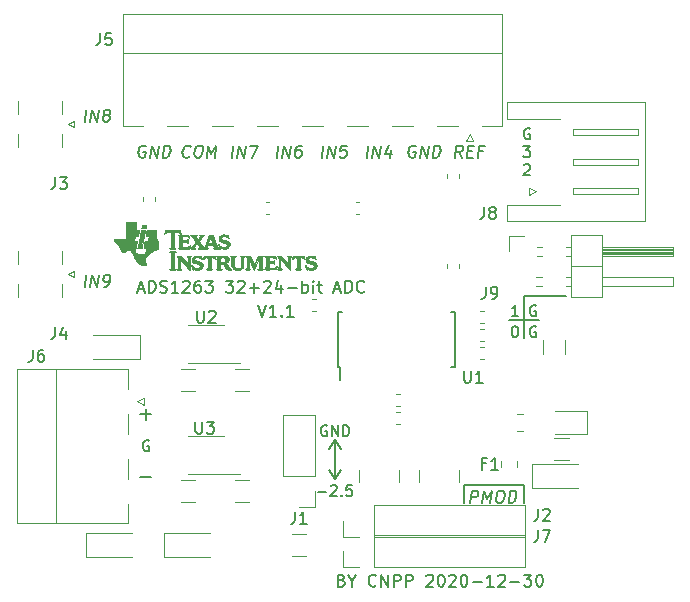
<source format=gbr>
G04 #@! TF.GenerationSoftware,KiCad,Pcbnew,(5.1.6)-1*
G04 #@! TF.CreationDate,2020-12-30T15:53:02+08:00*
G04 #@! TF.ProjectId,Module_ADS1263,4d6f6475-6c65-45f4-9144-53313236332e,rev?*
G04 #@! TF.SameCoordinates,Original*
G04 #@! TF.FileFunction,Legend,Top*
G04 #@! TF.FilePolarity,Positive*
%FSLAX46Y46*%
G04 Gerber Fmt 4.6, Leading zero omitted, Abs format (unit mm)*
G04 Created by KiCad (PCBNEW (5.1.6)-1) date 2020-12-30 15:53:02*
%MOMM*%
%LPD*%
G01*
G04 APERTURE LIST*
%ADD10C,0.177800*%
%ADD11C,0.203200*%
%ADD12C,0.010000*%
%ADD13C,0.120000*%
%ADD14C,0.150000*%
G04 APERTURE END LIST*
D10*
X122276809Y-107393619D02*
X122615476Y-108409619D01*
X122954142Y-107393619D01*
X123825000Y-108409619D02*
X123244428Y-108409619D01*
X123534714Y-108409619D02*
X123534714Y-107393619D01*
X123437952Y-107538761D01*
X123341190Y-107635523D01*
X123244428Y-107683904D01*
X124260428Y-108312857D02*
X124308809Y-108361238D01*
X124260428Y-108409619D01*
X124212047Y-108361238D01*
X124260428Y-108312857D01*
X124260428Y-108409619D01*
X125276428Y-108409619D02*
X124695857Y-108409619D01*
X124986142Y-108409619D02*
X124986142Y-107393619D01*
X124889380Y-107538761D01*
X124792619Y-107635523D01*
X124695857Y-107683904D01*
X129346476Y-130737428D02*
X129491619Y-130785809D01*
X129540000Y-130834190D01*
X129588380Y-130930952D01*
X129588380Y-131076095D01*
X129540000Y-131172857D01*
X129491619Y-131221238D01*
X129394857Y-131269619D01*
X129007809Y-131269619D01*
X129007809Y-130253619D01*
X129346476Y-130253619D01*
X129443238Y-130302000D01*
X129491619Y-130350380D01*
X129540000Y-130447142D01*
X129540000Y-130543904D01*
X129491619Y-130640666D01*
X129443238Y-130689047D01*
X129346476Y-130737428D01*
X129007809Y-130737428D01*
X130217333Y-130785809D02*
X130217333Y-131269619D01*
X129878666Y-130253619D02*
X130217333Y-130785809D01*
X130556000Y-130253619D01*
X132249333Y-131172857D02*
X132200952Y-131221238D01*
X132055809Y-131269619D01*
X131959047Y-131269619D01*
X131813904Y-131221238D01*
X131717142Y-131124476D01*
X131668761Y-131027714D01*
X131620380Y-130834190D01*
X131620380Y-130689047D01*
X131668761Y-130495523D01*
X131717142Y-130398761D01*
X131813904Y-130302000D01*
X131959047Y-130253619D01*
X132055809Y-130253619D01*
X132200952Y-130302000D01*
X132249333Y-130350380D01*
X132684761Y-131269619D02*
X132684761Y-130253619D01*
X133265333Y-131269619D01*
X133265333Y-130253619D01*
X133749142Y-131269619D02*
X133749142Y-130253619D01*
X134136190Y-130253619D01*
X134232952Y-130302000D01*
X134281333Y-130350380D01*
X134329714Y-130447142D01*
X134329714Y-130592285D01*
X134281333Y-130689047D01*
X134232952Y-130737428D01*
X134136190Y-130785809D01*
X133749142Y-130785809D01*
X134765142Y-131269619D02*
X134765142Y-130253619D01*
X135152190Y-130253619D01*
X135248952Y-130302000D01*
X135297333Y-130350380D01*
X135345714Y-130447142D01*
X135345714Y-130592285D01*
X135297333Y-130689047D01*
X135248952Y-130737428D01*
X135152190Y-130785809D01*
X134765142Y-130785809D01*
X136506857Y-130350380D02*
X136555238Y-130302000D01*
X136652000Y-130253619D01*
X136893904Y-130253619D01*
X136990666Y-130302000D01*
X137039047Y-130350380D01*
X137087428Y-130447142D01*
X137087428Y-130543904D01*
X137039047Y-130689047D01*
X136458476Y-131269619D01*
X137087428Y-131269619D01*
X137716380Y-130253619D02*
X137813142Y-130253619D01*
X137909904Y-130302000D01*
X137958285Y-130350380D01*
X138006666Y-130447142D01*
X138055047Y-130640666D01*
X138055047Y-130882571D01*
X138006666Y-131076095D01*
X137958285Y-131172857D01*
X137909904Y-131221238D01*
X137813142Y-131269619D01*
X137716380Y-131269619D01*
X137619619Y-131221238D01*
X137571238Y-131172857D01*
X137522857Y-131076095D01*
X137474476Y-130882571D01*
X137474476Y-130640666D01*
X137522857Y-130447142D01*
X137571238Y-130350380D01*
X137619619Y-130302000D01*
X137716380Y-130253619D01*
X138442095Y-130350380D02*
X138490476Y-130302000D01*
X138587238Y-130253619D01*
X138829142Y-130253619D01*
X138925904Y-130302000D01*
X138974285Y-130350380D01*
X139022666Y-130447142D01*
X139022666Y-130543904D01*
X138974285Y-130689047D01*
X138393714Y-131269619D01*
X139022666Y-131269619D01*
X139651619Y-130253619D02*
X139748380Y-130253619D01*
X139845142Y-130302000D01*
X139893523Y-130350380D01*
X139941904Y-130447142D01*
X139990285Y-130640666D01*
X139990285Y-130882571D01*
X139941904Y-131076095D01*
X139893523Y-131172857D01*
X139845142Y-131221238D01*
X139748380Y-131269619D01*
X139651619Y-131269619D01*
X139554857Y-131221238D01*
X139506476Y-131172857D01*
X139458095Y-131076095D01*
X139409714Y-130882571D01*
X139409714Y-130640666D01*
X139458095Y-130447142D01*
X139506476Y-130350380D01*
X139554857Y-130302000D01*
X139651619Y-130253619D01*
X140425714Y-130882571D02*
X141199809Y-130882571D01*
X142215809Y-131269619D02*
X141635238Y-131269619D01*
X141925523Y-131269619D02*
X141925523Y-130253619D01*
X141828761Y-130398761D01*
X141732000Y-130495523D01*
X141635238Y-130543904D01*
X142602857Y-130350380D02*
X142651238Y-130302000D01*
X142748000Y-130253619D01*
X142989904Y-130253619D01*
X143086666Y-130302000D01*
X143135047Y-130350380D01*
X143183428Y-130447142D01*
X143183428Y-130543904D01*
X143135047Y-130689047D01*
X142554476Y-131269619D01*
X143183428Y-131269619D01*
X143618857Y-130882571D02*
X144392952Y-130882571D01*
X144780000Y-130253619D02*
X145408952Y-130253619D01*
X145070285Y-130640666D01*
X145215428Y-130640666D01*
X145312190Y-130689047D01*
X145360571Y-130737428D01*
X145408952Y-130834190D01*
X145408952Y-131076095D01*
X145360571Y-131172857D01*
X145312190Y-131221238D01*
X145215428Y-131269619D01*
X144925142Y-131269619D01*
X144828380Y-131221238D01*
X144780000Y-131172857D01*
X146037904Y-130253619D02*
X146134666Y-130253619D01*
X146231428Y-130302000D01*
X146279809Y-130350380D01*
X146328190Y-130447142D01*
X146376571Y-130640666D01*
X146376571Y-130882571D01*
X146328190Y-131076095D01*
X146279809Y-131172857D01*
X146231428Y-131221238D01*
X146134666Y-131269619D01*
X146037904Y-131269619D01*
X145941142Y-131221238D01*
X145892761Y-131172857D01*
X145844380Y-131076095D01*
X145796000Y-130882571D01*
X145796000Y-130640666D01*
X145844380Y-130447142D01*
X145892761Y-130350380D01*
X145941142Y-130302000D01*
X146037904Y-130253619D01*
X112086571Y-106087333D02*
X112570380Y-106087333D01*
X111989809Y-106377619D02*
X112328476Y-105361619D01*
X112667142Y-106377619D01*
X113005809Y-106377619D02*
X113005809Y-105361619D01*
X113247714Y-105361619D01*
X113392857Y-105410000D01*
X113489619Y-105506761D01*
X113538000Y-105603523D01*
X113586380Y-105797047D01*
X113586380Y-105942190D01*
X113538000Y-106135714D01*
X113489619Y-106232476D01*
X113392857Y-106329238D01*
X113247714Y-106377619D01*
X113005809Y-106377619D01*
X113973428Y-106329238D02*
X114118571Y-106377619D01*
X114360476Y-106377619D01*
X114457238Y-106329238D01*
X114505619Y-106280857D01*
X114554000Y-106184095D01*
X114554000Y-106087333D01*
X114505619Y-105990571D01*
X114457238Y-105942190D01*
X114360476Y-105893809D01*
X114166952Y-105845428D01*
X114070190Y-105797047D01*
X114021809Y-105748666D01*
X113973428Y-105651904D01*
X113973428Y-105555142D01*
X114021809Y-105458380D01*
X114070190Y-105410000D01*
X114166952Y-105361619D01*
X114408857Y-105361619D01*
X114554000Y-105410000D01*
X115521619Y-106377619D02*
X114941047Y-106377619D01*
X115231333Y-106377619D02*
X115231333Y-105361619D01*
X115134571Y-105506761D01*
X115037809Y-105603523D01*
X114941047Y-105651904D01*
X115908666Y-105458380D02*
X115957047Y-105410000D01*
X116053809Y-105361619D01*
X116295714Y-105361619D01*
X116392476Y-105410000D01*
X116440857Y-105458380D01*
X116489238Y-105555142D01*
X116489238Y-105651904D01*
X116440857Y-105797047D01*
X115860285Y-106377619D01*
X116489238Y-106377619D01*
X117360095Y-105361619D02*
X117166571Y-105361619D01*
X117069809Y-105410000D01*
X117021428Y-105458380D01*
X116924666Y-105603523D01*
X116876285Y-105797047D01*
X116876285Y-106184095D01*
X116924666Y-106280857D01*
X116973047Y-106329238D01*
X117069809Y-106377619D01*
X117263333Y-106377619D01*
X117360095Y-106329238D01*
X117408476Y-106280857D01*
X117456857Y-106184095D01*
X117456857Y-105942190D01*
X117408476Y-105845428D01*
X117360095Y-105797047D01*
X117263333Y-105748666D01*
X117069809Y-105748666D01*
X116973047Y-105797047D01*
X116924666Y-105845428D01*
X116876285Y-105942190D01*
X117795523Y-105361619D02*
X118424476Y-105361619D01*
X118085809Y-105748666D01*
X118230952Y-105748666D01*
X118327714Y-105797047D01*
X118376095Y-105845428D01*
X118424476Y-105942190D01*
X118424476Y-106184095D01*
X118376095Y-106280857D01*
X118327714Y-106329238D01*
X118230952Y-106377619D01*
X117940666Y-106377619D01*
X117843904Y-106329238D01*
X117795523Y-106280857D01*
X119537238Y-105361619D02*
X120166190Y-105361619D01*
X119827523Y-105748666D01*
X119972666Y-105748666D01*
X120069428Y-105797047D01*
X120117809Y-105845428D01*
X120166190Y-105942190D01*
X120166190Y-106184095D01*
X120117809Y-106280857D01*
X120069428Y-106329238D01*
X119972666Y-106377619D01*
X119682380Y-106377619D01*
X119585619Y-106329238D01*
X119537238Y-106280857D01*
X120553238Y-105458380D02*
X120601619Y-105410000D01*
X120698380Y-105361619D01*
X120940285Y-105361619D01*
X121037047Y-105410000D01*
X121085428Y-105458380D01*
X121133809Y-105555142D01*
X121133809Y-105651904D01*
X121085428Y-105797047D01*
X120504857Y-106377619D01*
X121133809Y-106377619D01*
X121569238Y-105990571D02*
X122343333Y-105990571D01*
X121956285Y-106377619D02*
X121956285Y-105603523D01*
X122778761Y-105458380D02*
X122827142Y-105410000D01*
X122923904Y-105361619D01*
X123165809Y-105361619D01*
X123262571Y-105410000D01*
X123310952Y-105458380D01*
X123359333Y-105555142D01*
X123359333Y-105651904D01*
X123310952Y-105797047D01*
X122730380Y-106377619D01*
X123359333Y-106377619D01*
X124230190Y-105700285D02*
X124230190Y-106377619D01*
X123988285Y-105313238D02*
X123746380Y-106038952D01*
X124375333Y-106038952D01*
X124762380Y-105990571D02*
X125536476Y-105990571D01*
X126020285Y-106377619D02*
X126020285Y-105361619D01*
X126020285Y-105748666D02*
X126117047Y-105700285D01*
X126310571Y-105700285D01*
X126407333Y-105748666D01*
X126455714Y-105797047D01*
X126504095Y-105893809D01*
X126504095Y-106184095D01*
X126455714Y-106280857D01*
X126407333Y-106329238D01*
X126310571Y-106377619D01*
X126117047Y-106377619D01*
X126020285Y-106329238D01*
X126939523Y-106377619D02*
X126939523Y-105700285D01*
X126939523Y-105361619D02*
X126891142Y-105410000D01*
X126939523Y-105458380D01*
X126987904Y-105410000D01*
X126939523Y-105361619D01*
X126939523Y-105458380D01*
X127278190Y-105700285D02*
X127665238Y-105700285D01*
X127423333Y-105361619D02*
X127423333Y-106232476D01*
X127471714Y-106329238D01*
X127568476Y-106377619D01*
X127665238Y-106377619D01*
X128729619Y-106087333D02*
X129213428Y-106087333D01*
X128632857Y-106377619D02*
X128971523Y-105361619D01*
X129310190Y-106377619D01*
X129648857Y-106377619D02*
X129648857Y-105361619D01*
X129890761Y-105361619D01*
X130035904Y-105410000D01*
X130132666Y-105506761D01*
X130181047Y-105603523D01*
X130229428Y-105797047D01*
X130229428Y-105942190D01*
X130181047Y-106135714D01*
X130132666Y-106232476D01*
X130035904Y-106329238D01*
X129890761Y-106377619D01*
X129648857Y-106377619D01*
X131245428Y-106280857D02*
X131197047Y-106329238D01*
X131051904Y-106377619D01*
X130955142Y-106377619D01*
X130810000Y-106329238D01*
X130713238Y-106232476D01*
X130664857Y-106135714D01*
X130616476Y-105942190D01*
X130616476Y-105797047D01*
X130664857Y-105603523D01*
X130713238Y-105506761D01*
X130810000Y-105410000D01*
X130955142Y-105361619D01*
X131051904Y-105361619D01*
X131197047Y-105410000D01*
X131245428Y-105458380D01*
D11*
X144780000Y-122682000D02*
X144780000Y-124206000D01*
X139700000Y-122682000D02*
X144780000Y-122682000D01*
X139700000Y-124206000D02*
X139700000Y-122682000D01*
X140247430Y-124157619D02*
X140374430Y-123141619D01*
X140761478Y-123141619D01*
X140852192Y-123190000D01*
X140894525Y-123238380D01*
X140930811Y-123335142D01*
X140912668Y-123480285D01*
X140852192Y-123577047D01*
X140797763Y-123625428D01*
X140694954Y-123673809D01*
X140307906Y-123673809D01*
X141263430Y-124157619D02*
X141390430Y-123141619D01*
X141638382Y-123867333D01*
X142067763Y-123141619D01*
X141940763Y-124157619D01*
X142745097Y-123141619D02*
X142938620Y-123141619D01*
X143029335Y-123190000D01*
X143114001Y-123286761D01*
X143138192Y-123480285D01*
X143095859Y-123818952D01*
X143023287Y-124012476D01*
X142914430Y-124109238D01*
X142811620Y-124157619D01*
X142618097Y-124157619D01*
X142527382Y-124109238D01*
X142442716Y-124012476D01*
X142418525Y-123818952D01*
X142460859Y-123480285D01*
X142533430Y-123286761D01*
X142642287Y-123190000D01*
X142745097Y-123141619D01*
X143488954Y-124157619D02*
X143615954Y-123141619D01*
X143857859Y-123141619D01*
X143996954Y-123190000D01*
X144081620Y-123286761D01*
X144117906Y-123383523D01*
X144142097Y-123577047D01*
X144123954Y-123722190D01*
X144051382Y-123915714D01*
X143990906Y-124012476D01*
X143882049Y-124109238D01*
X143730859Y-124157619D01*
X143488954Y-124157619D01*
X144780000Y-106680000D02*
X148336000Y-106680000D01*
X144780000Y-110236000D02*
X144780000Y-106680000D01*
X143510000Y-108712000D02*
X146050000Y-108712000D01*
X145781485Y-109270800D02*
X145694400Y-109227257D01*
X145563771Y-109227257D01*
X145433142Y-109270800D01*
X145346057Y-109357885D01*
X145302514Y-109444971D01*
X145258971Y-109619142D01*
X145258971Y-109749771D01*
X145302514Y-109923942D01*
X145346057Y-110011028D01*
X145433142Y-110098114D01*
X145563771Y-110141657D01*
X145650857Y-110141657D01*
X145781485Y-110098114D01*
X145825028Y-110054571D01*
X145825028Y-109749771D01*
X145650857Y-109749771D01*
X145781485Y-107492800D02*
X145694400Y-107449257D01*
X145563771Y-107449257D01*
X145433142Y-107492800D01*
X145346057Y-107579885D01*
X145302514Y-107666971D01*
X145258971Y-107841142D01*
X145258971Y-107971771D01*
X145302514Y-108145942D01*
X145346057Y-108233028D01*
X145433142Y-108320114D01*
X145563771Y-108363657D01*
X145650857Y-108363657D01*
X145781485Y-108320114D01*
X145825028Y-108276571D01*
X145825028Y-107971771D01*
X145650857Y-107971771D01*
X143974457Y-109227257D02*
X144061542Y-109227257D01*
X144148628Y-109270800D01*
X144192171Y-109314342D01*
X144235714Y-109401428D01*
X144279257Y-109575600D01*
X144279257Y-109793314D01*
X144235714Y-109967485D01*
X144192171Y-110054571D01*
X144148628Y-110098114D01*
X144061542Y-110141657D01*
X143974457Y-110141657D01*
X143887371Y-110098114D01*
X143843828Y-110054571D01*
X143800285Y-109967485D01*
X143756742Y-109793314D01*
X143756742Y-109575600D01*
X143800285Y-109401428D01*
X143843828Y-109314342D01*
X143887371Y-109270800D01*
X143974457Y-109227257D01*
X144279257Y-108363657D02*
X143756742Y-108363657D01*
X144018000Y-108363657D02*
X144018000Y-107449257D01*
X143930914Y-107579885D01*
X143843828Y-107666971D01*
X143756742Y-107710514D01*
X145273485Y-92506800D02*
X145186400Y-92463257D01*
X145055771Y-92463257D01*
X144925142Y-92506800D01*
X144838057Y-92593885D01*
X144794514Y-92680971D01*
X144750971Y-92855142D01*
X144750971Y-92985771D01*
X144794514Y-93159942D01*
X144838057Y-93247028D01*
X144925142Y-93334114D01*
X145055771Y-93377657D01*
X145142857Y-93377657D01*
X145273485Y-93334114D01*
X145317028Y-93290571D01*
X145317028Y-92985771D01*
X145142857Y-92985771D01*
X144729200Y-93987257D02*
X145295257Y-93987257D01*
X144990457Y-94335600D01*
X145121085Y-94335600D01*
X145208171Y-94379142D01*
X145251714Y-94422685D01*
X145295257Y-94509771D01*
X145295257Y-94727485D01*
X145251714Y-94814571D01*
X145208171Y-94858114D01*
X145121085Y-94901657D01*
X144859828Y-94901657D01*
X144772742Y-94858114D01*
X144729200Y-94814571D01*
X144772742Y-95598342D02*
X144816285Y-95554800D01*
X144903371Y-95511257D01*
X145121085Y-95511257D01*
X145208171Y-95554800D01*
X145251714Y-95598342D01*
X145295257Y-95685428D01*
X145295257Y-95772514D01*
X145251714Y-95903142D01*
X144729200Y-96425657D01*
X145295257Y-96425657D01*
X128778000Y-122174000D02*
X129286000Y-121412000D01*
X128778000Y-122174000D02*
X128270000Y-121412000D01*
X128778000Y-118872000D02*
X129286000Y-119634000D01*
X128778000Y-118872000D02*
X128270000Y-119634000D01*
X128778000Y-118872000D02*
X128778000Y-122174000D01*
X127341085Y-123255314D02*
X128037771Y-123255314D01*
X128429657Y-122776342D02*
X128473200Y-122732800D01*
X128560285Y-122689257D01*
X128778000Y-122689257D01*
X128865085Y-122732800D01*
X128908628Y-122776342D01*
X128952171Y-122863428D01*
X128952171Y-122950514D01*
X128908628Y-123081142D01*
X128386114Y-123603657D01*
X128952171Y-123603657D01*
X129344057Y-123516571D02*
X129387600Y-123560114D01*
X129344057Y-123603657D01*
X129300514Y-123560114D01*
X129344057Y-123516571D01*
X129344057Y-123603657D01*
X130214914Y-122689257D02*
X129779485Y-122689257D01*
X129735942Y-123124685D01*
X129779485Y-123081142D01*
X129866571Y-123037600D01*
X130084285Y-123037600D01*
X130171371Y-123081142D01*
X130214914Y-123124685D01*
X130258457Y-123211771D01*
X130258457Y-123429485D01*
X130214914Y-123516571D01*
X130171371Y-123560114D01*
X130084285Y-123603657D01*
X129866571Y-123603657D01*
X129779485Y-123560114D01*
X129735942Y-123516571D01*
X128081314Y-117652800D02*
X127994228Y-117609257D01*
X127863600Y-117609257D01*
X127732971Y-117652800D01*
X127645885Y-117739885D01*
X127602342Y-117826971D01*
X127558800Y-118001142D01*
X127558800Y-118131771D01*
X127602342Y-118305942D01*
X127645885Y-118393028D01*
X127732971Y-118480114D01*
X127863600Y-118523657D01*
X127950685Y-118523657D01*
X128081314Y-118480114D01*
X128124857Y-118436571D01*
X128124857Y-118131771D01*
X127950685Y-118131771D01*
X128516742Y-118523657D02*
X128516742Y-117609257D01*
X129039257Y-118523657D01*
X129039257Y-117609257D01*
X129474685Y-118523657D02*
X129474685Y-117609257D01*
X129692400Y-117609257D01*
X129823028Y-117652800D01*
X129910114Y-117739885D01*
X129953657Y-117826971D01*
X129997200Y-118001142D01*
X129997200Y-118131771D01*
X129953657Y-118305942D01*
X129910114Y-118393028D01*
X129823028Y-118480114D01*
X129692400Y-118523657D01*
X129474685Y-118523657D01*
X113015485Y-118922800D02*
X112928400Y-118879257D01*
X112797771Y-118879257D01*
X112667142Y-118922800D01*
X112580057Y-119009885D01*
X112536514Y-119096971D01*
X112492971Y-119271142D01*
X112492971Y-119401771D01*
X112536514Y-119575942D01*
X112580057Y-119663028D01*
X112667142Y-119750114D01*
X112797771Y-119793657D01*
X112884857Y-119793657D01*
X113015485Y-119750114D01*
X113059028Y-119706571D01*
X113059028Y-119401771D01*
X112884857Y-119401771D01*
X112311542Y-122007085D02*
X113240457Y-122007085D01*
X112311542Y-116673085D02*
X113240457Y-116673085D01*
X112776000Y-117137542D02*
X112776000Y-116208628D01*
X107590287Y-105869619D02*
X107717287Y-104853619D01*
X108074097Y-105869619D02*
X108201097Y-104853619D01*
X108654668Y-105869619D01*
X108781668Y-104853619D01*
X109186859Y-105869619D02*
X109380382Y-105869619D01*
X109483192Y-105821238D01*
X109537620Y-105772857D01*
X109652525Y-105627714D01*
X109725097Y-105434190D01*
X109773478Y-105047142D01*
X109737192Y-104950380D01*
X109694859Y-104902000D01*
X109604144Y-104853619D01*
X109410620Y-104853619D01*
X109307811Y-104902000D01*
X109253382Y-104950380D01*
X109192906Y-105047142D01*
X109162668Y-105289047D01*
X109198954Y-105385809D01*
X109241287Y-105434190D01*
X109332001Y-105482571D01*
X109525525Y-105482571D01*
X109628335Y-105434190D01*
X109682763Y-105385809D01*
X109743240Y-105289047D01*
X107590287Y-91899619D02*
X107717287Y-90883619D01*
X108074097Y-91899619D02*
X108201097Y-90883619D01*
X108654668Y-91899619D01*
X108781668Y-90883619D01*
X109356192Y-91319047D02*
X109265478Y-91270666D01*
X109223144Y-91222285D01*
X109186859Y-91125523D01*
X109192906Y-91077142D01*
X109253382Y-90980380D01*
X109307811Y-90932000D01*
X109410620Y-90883619D01*
X109604144Y-90883619D01*
X109694859Y-90932000D01*
X109737192Y-90980380D01*
X109773478Y-91077142D01*
X109767430Y-91125523D01*
X109706954Y-91222285D01*
X109652525Y-91270666D01*
X109549716Y-91319047D01*
X109356192Y-91319047D01*
X109253382Y-91367428D01*
X109198954Y-91415809D01*
X109138478Y-91512571D01*
X109114287Y-91706095D01*
X109150573Y-91802857D01*
X109192906Y-91851238D01*
X109283620Y-91899619D01*
X109477144Y-91899619D01*
X109579954Y-91851238D01*
X109634382Y-91802857D01*
X109694859Y-91706095D01*
X109719049Y-91512571D01*
X109682763Y-91415809D01*
X109640430Y-91367428D01*
X109549716Y-91319047D01*
X112779144Y-93980000D02*
X112688430Y-93931619D01*
X112543287Y-93931619D01*
X112392097Y-93980000D01*
X112283240Y-94076761D01*
X112222763Y-94173523D01*
X112150192Y-94367047D01*
X112132049Y-94512190D01*
X112156240Y-94705714D01*
X112192525Y-94802476D01*
X112277192Y-94899238D01*
X112416287Y-94947619D01*
X112513049Y-94947619D01*
X112664240Y-94899238D01*
X112718668Y-94850857D01*
X112761001Y-94512190D01*
X112567478Y-94512190D01*
X113142001Y-94947619D02*
X113269001Y-93931619D01*
X113722573Y-94947619D01*
X113849573Y-93931619D01*
X114206382Y-94947619D02*
X114333382Y-93931619D01*
X114575287Y-93931619D01*
X114714382Y-93980000D01*
X114799049Y-94076761D01*
X114835335Y-94173523D01*
X114859525Y-94367047D01*
X114841382Y-94512190D01*
X114768811Y-94705714D01*
X114708335Y-94802476D01*
X114599478Y-94899238D01*
X114448287Y-94947619D01*
X114206382Y-94947619D01*
X116456097Y-94850857D02*
X116401668Y-94899238D01*
X116250478Y-94947619D01*
X116153716Y-94947619D01*
X116014620Y-94899238D01*
X115929954Y-94802476D01*
X115893668Y-94705714D01*
X115869478Y-94512190D01*
X115887620Y-94367047D01*
X115960192Y-94173523D01*
X116020668Y-94076761D01*
X116129525Y-93980000D01*
X116280716Y-93931619D01*
X116377478Y-93931619D01*
X116516573Y-93980000D01*
X116558906Y-94028380D01*
X117199954Y-93931619D02*
X117393478Y-93931619D01*
X117484192Y-93980000D01*
X117568859Y-94076761D01*
X117593049Y-94270285D01*
X117550716Y-94608952D01*
X117478144Y-94802476D01*
X117369287Y-94899238D01*
X117266478Y-94947619D01*
X117072954Y-94947619D01*
X116982240Y-94899238D01*
X116897573Y-94802476D01*
X116873382Y-94608952D01*
X116915716Y-94270285D01*
X116988287Y-94076761D01*
X117097144Y-93980000D01*
X117199954Y-93931619D01*
X117943811Y-94947619D02*
X118070811Y-93931619D01*
X118318763Y-94657333D01*
X118748144Y-93931619D01*
X118621144Y-94947619D01*
X120036287Y-94947619D02*
X120163287Y-93931619D01*
X120520097Y-94947619D02*
X120647097Y-93931619D01*
X121100668Y-94947619D01*
X121227668Y-93931619D01*
X121614716Y-93931619D02*
X122292049Y-93931619D01*
X121729620Y-94947619D01*
X123846287Y-94947619D02*
X123973287Y-93931619D01*
X124330097Y-94947619D02*
X124457097Y-93931619D01*
X124910668Y-94947619D01*
X125037668Y-93931619D01*
X125956906Y-93931619D02*
X125763382Y-93931619D01*
X125660573Y-93980000D01*
X125606144Y-94028380D01*
X125491240Y-94173523D01*
X125418668Y-94367047D01*
X125370287Y-94754095D01*
X125406573Y-94850857D01*
X125448906Y-94899238D01*
X125539620Y-94947619D01*
X125733144Y-94947619D01*
X125835954Y-94899238D01*
X125890382Y-94850857D01*
X125950859Y-94754095D01*
X125981097Y-94512190D01*
X125944811Y-94415428D01*
X125902478Y-94367047D01*
X125811763Y-94318666D01*
X125618240Y-94318666D01*
X125515430Y-94367047D01*
X125461001Y-94415428D01*
X125400525Y-94512190D01*
X127656287Y-94947619D02*
X127783287Y-93931619D01*
X128140097Y-94947619D02*
X128267097Y-93931619D01*
X128720668Y-94947619D01*
X128847668Y-93931619D01*
X129815287Y-93931619D02*
X129331478Y-93931619D01*
X129222620Y-94415428D01*
X129277049Y-94367047D01*
X129379859Y-94318666D01*
X129621763Y-94318666D01*
X129712478Y-94367047D01*
X129754811Y-94415428D01*
X129791097Y-94512190D01*
X129760859Y-94754095D01*
X129700382Y-94850857D01*
X129645954Y-94899238D01*
X129543144Y-94947619D01*
X129301240Y-94947619D01*
X129210525Y-94899238D01*
X129168192Y-94850857D01*
X131466287Y-94947619D02*
X131593287Y-93931619D01*
X131950097Y-94947619D02*
X132077097Y-93931619D01*
X132530668Y-94947619D01*
X132657668Y-93931619D01*
X133534573Y-94270285D02*
X133449906Y-94947619D01*
X133341049Y-93883238D02*
X133008430Y-94608952D01*
X133637382Y-94608952D01*
X135639144Y-93980000D02*
X135548430Y-93931619D01*
X135403287Y-93931619D01*
X135252097Y-93980000D01*
X135143240Y-94076761D01*
X135082763Y-94173523D01*
X135010192Y-94367047D01*
X134992049Y-94512190D01*
X135016240Y-94705714D01*
X135052525Y-94802476D01*
X135137192Y-94899238D01*
X135276287Y-94947619D01*
X135373049Y-94947619D01*
X135524240Y-94899238D01*
X135578668Y-94850857D01*
X135621001Y-94512190D01*
X135427478Y-94512190D01*
X136002001Y-94947619D02*
X136129001Y-93931619D01*
X136582573Y-94947619D01*
X136709573Y-93931619D01*
X137066382Y-94947619D02*
X137193382Y-93931619D01*
X137435287Y-93931619D01*
X137574382Y-93980000D01*
X137659049Y-94076761D01*
X137695335Y-94173523D01*
X137719525Y-94367047D01*
X137701382Y-94512190D01*
X137628811Y-94705714D01*
X137568335Y-94802476D01*
X137459478Y-94899238D01*
X137308287Y-94947619D01*
X137066382Y-94947619D01*
X139521716Y-94947619D02*
X139243525Y-94463809D01*
X138941144Y-94947619D02*
X139068144Y-93931619D01*
X139455192Y-93931619D01*
X139545906Y-93980000D01*
X139588240Y-94028380D01*
X139624525Y-94125142D01*
X139606382Y-94270285D01*
X139545906Y-94367047D01*
X139491478Y-94415428D01*
X139388668Y-94463809D01*
X139001620Y-94463809D01*
X140023668Y-94415428D02*
X140362335Y-94415428D01*
X140440954Y-94947619D02*
X139957144Y-94947619D01*
X140084144Y-93931619D01*
X140567954Y-93931619D01*
X141281573Y-94415428D02*
X140942906Y-94415428D01*
X140876382Y-94947619D02*
X141003382Y-93931619D01*
X141487192Y-93931619D01*
D12*
G36*
X112774755Y-100759260D02*
G01*
X112763992Y-100812795D01*
X112754252Y-100860726D01*
X112746410Y-100898776D01*
X112741344Y-100922670D01*
X112740387Y-100926900D01*
X112737820Y-100935227D01*
X112732714Y-100941238D01*
X112722132Y-100945310D01*
X112703135Y-100947821D01*
X112672788Y-100949148D01*
X112628152Y-100949668D01*
X112566291Y-100949759D01*
X112562446Y-100949760D01*
X112497253Y-100949455D01*
X112449937Y-100948413D01*
X112418059Y-100946440D01*
X112399184Y-100943345D01*
X112390874Y-100938933D01*
X112389920Y-100936105D01*
X112391857Y-100921760D01*
X112397192Y-100891368D01*
X112405211Y-100848780D01*
X112415197Y-100797848D01*
X112420400Y-100771960D01*
X112430994Y-100719430D01*
X112439989Y-100674419D01*
X112446683Y-100640461D01*
X112450376Y-100621091D01*
X112450880Y-100617974D01*
X112460495Y-100616839D01*
X112487167Y-100615857D01*
X112527629Y-100615095D01*
X112578619Y-100614616D01*
X112627293Y-100614480D01*
X112803707Y-100614480D01*
X112774755Y-100759260D01*
G37*
X112774755Y-100759260D02*
X112763992Y-100812795D01*
X112754252Y-100860726D01*
X112746410Y-100898776D01*
X112741344Y-100922670D01*
X112740387Y-100926900D01*
X112737820Y-100935227D01*
X112732714Y-100941238D01*
X112722132Y-100945310D01*
X112703135Y-100947821D01*
X112672788Y-100949148D01*
X112628152Y-100949668D01*
X112566291Y-100949759D01*
X112562446Y-100949760D01*
X112497253Y-100949455D01*
X112449937Y-100948413D01*
X112418059Y-100946440D01*
X112399184Y-100943345D01*
X112390874Y-100938933D01*
X112389920Y-100936105D01*
X112391857Y-100921760D01*
X112397192Y-100891368D01*
X112405211Y-100848780D01*
X112415197Y-100797848D01*
X112420400Y-100771960D01*
X112430994Y-100719430D01*
X112439989Y-100674419D01*
X112446683Y-100640461D01*
X112450376Y-100621091D01*
X112450880Y-100617974D01*
X112460495Y-100616839D01*
X112487167Y-100615857D01*
X112527629Y-100615095D01*
X112578619Y-100614616D01*
X112627293Y-100614480D01*
X112803707Y-100614480D01*
X112774755Y-100759260D01*
G36*
X112598815Y-101102524D02*
G01*
X112647105Y-101103724D01*
X112679360Y-101105917D01*
X112697718Y-101109260D01*
X112704313Y-101113911D01*
X112704418Y-101114860D01*
X112702406Y-101126641D01*
X112696726Y-101156780D01*
X112687686Y-101203705D01*
X112675595Y-101265847D01*
X112660759Y-101341634D01*
X112643489Y-101429496D01*
X112624091Y-101527863D01*
X112602874Y-101635165D01*
X112580147Y-101749831D01*
X112556216Y-101870290D01*
X112554404Y-101879400D01*
X112404851Y-102631240D01*
X112229745Y-102634019D01*
X112172660Y-102634483D01*
X112123364Y-102634040D01*
X112085131Y-102632787D01*
X112061237Y-102630823D01*
X112054640Y-102628741D01*
X112056574Y-102617899D01*
X112062125Y-102589022D01*
X112070918Y-102543997D01*
X112082576Y-102484712D01*
X112096723Y-102413055D01*
X112112982Y-102330913D01*
X112130977Y-102240175D01*
X112150332Y-102142728D01*
X112170670Y-102040461D01*
X112191616Y-101935261D01*
X112212793Y-101829015D01*
X112233825Y-101723613D01*
X112254336Y-101620942D01*
X112273948Y-101522889D01*
X112292287Y-101431342D01*
X112308975Y-101348190D01*
X112323637Y-101275320D01*
X112335896Y-101214620D01*
X112345377Y-101167979D01*
X112351701Y-101137283D01*
X112354344Y-101125020D01*
X112356937Y-101116692D01*
X112362064Y-101110681D01*
X112372665Y-101106609D01*
X112391678Y-101104098D01*
X112422041Y-101102771D01*
X112466692Y-101102251D01*
X112528571Y-101102160D01*
X112532353Y-101102160D01*
X112598815Y-101102524D01*
G37*
X112598815Y-101102524D02*
X112647105Y-101103724D01*
X112679360Y-101105917D01*
X112697718Y-101109260D01*
X112704313Y-101113911D01*
X112704418Y-101114860D01*
X112702406Y-101126641D01*
X112696726Y-101156780D01*
X112687686Y-101203705D01*
X112675595Y-101265847D01*
X112660759Y-101341634D01*
X112643489Y-101429496D01*
X112624091Y-101527863D01*
X112602874Y-101635165D01*
X112580147Y-101749831D01*
X112556216Y-101870290D01*
X112554404Y-101879400D01*
X112404851Y-102631240D01*
X112229745Y-102634019D01*
X112172660Y-102634483D01*
X112123364Y-102634040D01*
X112085131Y-102632787D01*
X112061237Y-102630823D01*
X112054640Y-102628741D01*
X112056574Y-102617899D01*
X112062125Y-102589022D01*
X112070918Y-102543997D01*
X112082576Y-102484712D01*
X112096723Y-102413055D01*
X112112982Y-102330913D01*
X112130977Y-102240175D01*
X112150332Y-102142728D01*
X112170670Y-102040461D01*
X112191616Y-101935261D01*
X112212793Y-101829015D01*
X112233825Y-101723613D01*
X112254336Y-101620942D01*
X112273948Y-101522889D01*
X112292287Y-101431342D01*
X112308975Y-101348190D01*
X112323637Y-101275320D01*
X112335896Y-101214620D01*
X112345377Y-101167979D01*
X112351701Y-101137283D01*
X112354344Y-101125020D01*
X112356937Y-101116692D01*
X112362064Y-101110681D01*
X112372665Y-101106609D01*
X112391678Y-101104098D01*
X112422041Y-101102771D01*
X112466692Y-101102251D01*
X112528571Y-101102160D01*
X112532353Y-101102160D01*
X112598815Y-101102524D01*
G36*
X118612920Y-101978121D02*
G01*
X118658214Y-102097556D01*
X118697185Y-102199428D01*
X118730541Y-102285238D01*
X118758992Y-102356487D01*
X118783248Y-102414675D01*
X118804017Y-102461305D01*
X118822011Y-102497876D01*
X118837938Y-102525889D01*
X118852509Y-102546845D01*
X118866432Y-102562246D01*
X118880418Y-102573591D01*
X118895175Y-102582382D01*
X118899709Y-102584672D01*
X118925633Y-102603792D01*
X118932729Y-102623620D01*
X118932960Y-102646480D01*
X118689120Y-102646480D01*
X118612588Y-102646410D01*
X118553989Y-102646076D01*
X118510935Y-102645285D01*
X118481039Y-102643848D01*
X118461914Y-102641573D01*
X118451172Y-102638269D01*
X118446425Y-102633746D01*
X118445287Y-102627814D01*
X118445280Y-102626996D01*
X118454995Y-102607959D01*
X118482560Y-102589299D01*
X118483380Y-102588896D01*
X118508454Y-102574104D01*
X118520182Y-102556894D01*
X118524511Y-102528990D01*
X118521209Y-102488222D01*
X118506724Y-102432156D01*
X118495545Y-102399268D01*
X118463546Y-102310837D01*
X118223853Y-102313558D01*
X117984159Y-102316280D01*
X117950791Y-102397560D01*
X117930480Y-102453390D01*
X117920779Y-102497351D01*
X117919732Y-102524560D01*
X117922612Y-102553272D01*
X117931080Y-102570252D01*
X117950502Y-102583259D01*
X117965220Y-102590337D01*
X117994859Y-102608079D01*
X118008006Y-102625294D01*
X118008400Y-102628437D01*
X118007412Y-102632972D01*
X118003215Y-102636679D01*
X117993954Y-102639640D01*
X117977777Y-102641939D01*
X117952831Y-102643659D01*
X117917263Y-102644882D01*
X117869219Y-102645693D01*
X117806847Y-102646173D01*
X117728294Y-102646407D01*
X117631706Y-102646478D01*
X117606373Y-102646480D01*
X117204346Y-102646480D01*
X117207593Y-102624303D01*
X117220295Y-102603413D01*
X117239871Y-102594410D01*
X117276449Y-102577901D01*
X117300223Y-102553142D01*
X117307360Y-102528158D01*
X117302019Y-102514081D01*
X117287360Y-102486906D01*
X117265422Y-102449766D01*
X117238247Y-102405796D01*
X117207875Y-102358128D01*
X117176347Y-102309894D01*
X117145705Y-102264229D01*
X117117989Y-102224266D01*
X117095240Y-102193136D01*
X117079500Y-102173975D01*
X117073623Y-102169345D01*
X117065723Y-102177357D01*
X117049530Y-102199747D01*
X117027003Y-102233351D01*
X117000102Y-102275005D01*
X116970788Y-102321543D01*
X116941019Y-102369801D01*
X116912757Y-102416615D01*
X116887960Y-102458819D01*
X116868590Y-102493249D01*
X116856605Y-102516740D01*
X116853754Y-102524366D01*
X116857077Y-102554503D01*
X116877570Y-102579499D01*
X116912134Y-102595656D01*
X116913886Y-102596096D01*
X116934080Y-102609985D01*
X116939766Y-102624036D01*
X116943013Y-102646480D01*
X116725559Y-102646480D01*
X116661044Y-102646176D01*
X116603502Y-102645328D01*
X116555996Y-102644028D01*
X116521590Y-102642368D01*
X116503347Y-102640441D01*
X116501333Y-102639706D01*
X116494612Y-102623132D01*
X116508188Y-102607136D01*
X116542068Y-102591711D01*
X116545231Y-102590642D01*
X116585357Y-102571906D01*
X116626444Y-102544211D01*
X116641441Y-102531406D01*
X116657376Y-102513879D01*
X116681842Y-102483614D01*
X116712961Y-102443230D01*
X116748851Y-102395347D01*
X116787634Y-102342584D01*
X116827430Y-102287562D01*
X116866360Y-102232900D01*
X116902543Y-102181219D01*
X116934101Y-102135137D01*
X116959153Y-102097274D01*
X116975820Y-102070251D01*
X116982222Y-102056688D01*
X116982240Y-102056395D01*
X116976416Y-102044097D01*
X116960180Y-102018157D01*
X116935384Y-101981134D01*
X116903881Y-101935589D01*
X116867522Y-101884080D01*
X116828160Y-101829167D01*
X116787647Y-101773410D01*
X116747836Y-101719368D01*
X116710578Y-101669601D01*
X116677726Y-101626667D01*
X116651133Y-101593127D01*
X116632651Y-101571541D01*
X116627935Y-101566818D01*
X116596904Y-101542762D01*
X116564189Y-101523264D01*
X116551604Y-101517757D01*
X116524036Y-101502897D01*
X116514880Y-101486198D01*
X116515962Y-101480789D01*
X116520689Y-101476563D01*
X116531283Y-101473376D01*
X116549966Y-101471082D01*
X116578957Y-101469536D01*
X116620479Y-101468594D01*
X116676754Y-101468108D01*
X116750001Y-101467935D01*
X116794280Y-101467920D01*
X116876869Y-101467978D01*
X116941368Y-101468257D01*
X116990006Y-101468908D01*
X117025015Y-101470086D01*
X117048622Y-101471944D01*
X117063059Y-101474635D01*
X117070555Y-101478313D01*
X117073339Y-101483130D01*
X117073680Y-101487138D01*
X117064323Y-101505087D01*
X117045740Y-101513330D01*
X117017965Y-101524417D01*
X117000020Y-101536326D01*
X116987814Y-101551094D01*
X116982970Y-101568860D01*
X116986348Y-101591994D01*
X116998809Y-101622862D01*
X117021211Y-101663833D01*
X117054416Y-101717276D01*
X117079964Y-101756437D01*
X117177689Y-101904564D01*
X117266804Y-101774264D01*
X117309763Y-101710822D01*
X117341979Y-101661621D01*
X117364712Y-101624505D01*
X117379220Y-101597318D01*
X117386763Y-101577905D01*
X117388640Y-101565681D01*
X117380363Y-101548077D01*
X117360365Y-101528896D01*
X117335892Y-101513849D01*
X117316149Y-101508560D01*
X117300184Y-101500744D01*
X117297200Y-101488240D01*
X117297984Y-101481411D01*
X117302062Y-101476312D01*
X117312019Y-101472692D01*
X117330443Y-101470296D01*
X117359919Y-101468874D01*
X117403035Y-101468173D01*
X117462377Y-101467940D01*
X117505480Y-101467920D01*
X117575519Y-101468008D01*
X117627820Y-101468435D01*
X117664964Y-101469443D01*
X117689532Y-101471273D01*
X117704107Y-101474169D01*
X117711268Y-101478371D01*
X117713599Y-101484122D01*
X117713760Y-101487452D01*
X117704502Y-101505614D01*
X117679002Y-101518455D01*
X117652129Y-101529107D01*
X117626469Y-101543822D01*
X117600182Y-101564547D01*
X117571433Y-101593230D01*
X117538383Y-101631818D01*
X117499196Y-101682259D01*
X117452034Y-101746501D01*
X117414986Y-101798337D01*
X117374514Y-101856040D01*
X117338555Y-101908604D01*
X117308638Y-101953689D01*
X117286288Y-101988956D01*
X117273035Y-102012065D01*
X117270050Y-102020373D01*
X117278013Y-102033877D01*
X117296125Y-102061197D01*
X117322542Y-102099746D01*
X117355417Y-102146938D01*
X117392905Y-102200186D01*
X117433159Y-102256905D01*
X117474334Y-102314508D01*
X117514584Y-102370409D01*
X117552063Y-102422023D01*
X117584925Y-102466762D01*
X117611325Y-102502040D01*
X117629416Y-102525273D01*
X117635347Y-102532180D01*
X117657086Y-102552229D01*
X117674730Y-102563947D01*
X117679289Y-102565200D01*
X117694978Y-102556965D01*
X117716275Y-102535347D01*
X117739387Y-102504976D01*
X117760518Y-102470482D01*
X117766477Y-102458844D01*
X117774054Y-102441395D01*
X117788206Y-102407020D01*
X117808131Y-102357726D01*
X117833030Y-102295519D01*
X117862101Y-102222409D01*
X117881456Y-102173485D01*
X118038880Y-102173485D01*
X118048512Y-102175263D01*
X118075299Y-102176811D01*
X118116075Y-102178033D01*
X118167677Y-102178834D01*
X118226537Y-102179120D01*
X118414195Y-102179120D01*
X118374855Y-102069900D01*
X118340113Y-101973537D01*
X118311570Y-101894617D01*
X118288595Y-101831446D01*
X118270554Y-101782328D01*
X118256815Y-101745569D01*
X118246746Y-101719476D01*
X118239714Y-101702353D01*
X118235087Y-101692506D01*
X118232481Y-101688492D01*
X118227611Y-101695927D01*
X118216698Y-101719342D01*
X118200943Y-101755734D01*
X118181545Y-101802098D01*
X118159704Y-101855429D01*
X118136618Y-101912723D01*
X118113488Y-101970974D01*
X118091513Y-102027177D01*
X118071893Y-102078329D01*
X118055826Y-102121425D01*
X118044512Y-102153459D01*
X118039151Y-102171427D01*
X118038880Y-102173485D01*
X117881456Y-102173485D01*
X117894546Y-102140401D01*
X117929563Y-102051505D01*
X117966351Y-101957726D01*
X117971160Y-101945440D01*
X118156023Y-101473000D01*
X118287951Y-101470419D01*
X118419880Y-101467839D01*
X118612920Y-101978121D01*
G37*
X118612920Y-101978121D02*
X118658214Y-102097556D01*
X118697185Y-102199428D01*
X118730541Y-102285238D01*
X118758992Y-102356487D01*
X118783248Y-102414675D01*
X118804017Y-102461305D01*
X118822011Y-102497876D01*
X118837938Y-102525889D01*
X118852509Y-102546845D01*
X118866432Y-102562246D01*
X118880418Y-102573591D01*
X118895175Y-102582382D01*
X118899709Y-102584672D01*
X118925633Y-102603792D01*
X118932729Y-102623620D01*
X118932960Y-102646480D01*
X118689120Y-102646480D01*
X118612588Y-102646410D01*
X118553989Y-102646076D01*
X118510935Y-102645285D01*
X118481039Y-102643848D01*
X118461914Y-102641573D01*
X118451172Y-102638269D01*
X118446425Y-102633746D01*
X118445287Y-102627814D01*
X118445280Y-102626996D01*
X118454995Y-102607959D01*
X118482560Y-102589299D01*
X118483380Y-102588896D01*
X118508454Y-102574104D01*
X118520182Y-102556894D01*
X118524511Y-102528990D01*
X118521209Y-102488222D01*
X118506724Y-102432156D01*
X118495545Y-102399268D01*
X118463546Y-102310837D01*
X118223853Y-102313558D01*
X117984159Y-102316280D01*
X117950791Y-102397560D01*
X117930480Y-102453390D01*
X117920779Y-102497351D01*
X117919732Y-102524560D01*
X117922612Y-102553272D01*
X117931080Y-102570252D01*
X117950502Y-102583259D01*
X117965220Y-102590337D01*
X117994859Y-102608079D01*
X118008006Y-102625294D01*
X118008400Y-102628437D01*
X118007412Y-102632972D01*
X118003215Y-102636679D01*
X117993954Y-102639640D01*
X117977777Y-102641939D01*
X117952831Y-102643659D01*
X117917263Y-102644882D01*
X117869219Y-102645693D01*
X117806847Y-102646173D01*
X117728294Y-102646407D01*
X117631706Y-102646478D01*
X117606373Y-102646480D01*
X117204346Y-102646480D01*
X117207593Y-102624303D01*
X117220295Y-102603413D01*
X117239871Y-102594410D01*
X117276449Y-102577901D01*
X117300223Y-102553142D01*
X117307360Y-102528158D01*
X117302019Y-102514081D01*
X117287360Y-102486906D01*
X117265422Y-102449766D01*
X117238247Y-102405796D01*
X117207875Y-102358128D01*
X117176347Y-102309894D01*
X117145705Y-102264229D01*
X117117989Y-102224266D01*
X117095240Y-102193136D01*
X117079500Y-102173975D01*
X117073623Y-102169345D01*
X117065723Y-102177357D01*
X117049530Y-102199747D01*
X117027003Y-102233351D01*
X117000102Y-102275005D01*
X116970788Y-102321543D01*
X116941019Y-102369801D01*
X116912757Y-102416615D01*
X116887960Y-102458819D01*
X116868590Y-102493249D01*
X116856605Y-102516740D01*
X116853754Y-102524366D01*
X116857077Y-102554503D01*
X116877570Y-102579499D01*
X116912134Y-102595656D01*
X116913886Y-102596096D01*
X116934080Y-102609985D01*
X116939766Y-102624036D01*
X116943013Y-102646480D01*
X116725559Y-102646480D01*
X116661044Y-102646176D01*
X116603502Y-102645328D01*
X116555996Y-102644028D01*
X116521590Y-102642368D01*
X116503347Y-102640441D01*
X116501333Y-102639706D01*
X116494612Y-102623132D01*
X116508188Y-102607136D01*
X116542068Y-102591711D01*
X116545231Y-102590642D01*
X116585357Y-102571906D01*
X116626444Y-102544211D01*
X116641441Y-102531406D01*
X116657376Y-102513879D01*
X116681842Y-102483614D01*
X116712961Y-102443230D01*
X116748851Y-102395347D01*
X116787634Y-102342584D01*
X116827430Y-102287562D01*
X116866360Y-102232900D01*
X116902543Y-102181219D01*
X116934101Y-102135137D01*
X116959153Y-102097274D01*
X116975820Y-102070251D01*
X116982222Y-102056688D01*
X116982240Y-102056395D01*
X116976416Y-102044097D01*
X116960180Y-102018157D01*
X116935384Y-101981134D01*
X116903881Y-101935589D01*
X116867522Y-101884080D01*
X116828160Y-101829167D01*
X116787647Y-101773410D01*
X116747836Y-101719368D01*
X116710578Y-101669601D01*
X116677726Y-101626667D01*
X116651133Y-101593127D01*
X116632651Y-101571541D01*
X116627935Y-101566818D01*
X116596904Y-101542762D01*
X116564189Y-101523264D01*
X116551604Y-101517757D01*
X116524036Y-101502897D01*
X116514880Y-101486198D01*
X116515962Y-101480789D01*
X116520689Y-101476563D01*
X116531283Y-101473376D01*
X116549966Y-101471082D01*
X116578957Y-101469536D01*
X116620479Y-101468594D01*
X116676754Y-101468108D01*
X116750001Y-101467935D01*
X116794280Y-101467920D01*
X116876869Y-101467978D01*
X116941368Y-101468257D01*
X116990006Y-101468908D01*
X117025015Y-101470086D01*
X117048622Y-101471944D01*
X117063059Y-101474635D01*
X117070555Y-101478313D01*
X117073339Y-101483130D01*
X117073680Y-101487138D01*
X117064323Y-101505087D01*
X117045740Y-101513330D01*
X117017965Y-101524417D01*
X117000020Y-101536326D01*
X116987814Y-101551094D01*
X116982970Y-101568860D01*
X116986348Y-101591994D01*
X116998809Y-101622862D01*
X117021211Y-101663833D01*
X117054416Y-101717276D01*
X117079964Y-101756437D01*
X117177689Y-101904564D01*
X117266804Y-101774264D01*
X117309763Y-101710822D01*
X117341979Y-101661621D01*
X117364712Y-101624505D01*
X117379220Y-101597318D01*
X117386763Y-101577905D01*
X117388640Y-101565681D01*
X117380363Y-101548077D01*
X117360365Y-101528896D01*
X117335892Y-101513849D01*
X117316149Y-101508560D01*
X117300184Y-101500744D01*
X117297200Y-101488240D01*
X117297984Y-101481411D01*
X117302062Y-101476312D01*
X117312019Y-101472692D01*
X117330443Y-101470296D01*
X117359919Y-101468874D01*
X117403035Y-101468173D01*
X117462377Y-101467940D01*
X117505480Y-101467920D01*
X117575519Y-101468008D01*
X117627820Y-101468435D01*
X117664964Y-101469443D01*
X117689532Y-101471273D01*
X117704107Y-101474169D01*
X117711268Y-101478371D01*
X117713599Y-101484122D01*
X117713760Y-101487452D01*
X117704502Y-101505614D01*
X117679002Y-101518455D01*
X117652129Y-101529107D01*
X117626469Y-101543822D01*
X117600182Y-101564547D01*
X117571433Y-101593230D01*
X117538383Y-101631818D01*
X117499196Y-101682259D01*
X117452034Y-101746501D01*
X117414986Y-101798337D01*
X117374514Y-101856040D01*
X117338555Y-101908604D01*
X117308638Y-101953689D01*
X117286288Y-101988956D01*
X117273035Y-102012065D01*
X117270050Y-102020373D01*
X117278013Y-102033877D01*
X117296125Y-102061197D01*
X117322542Y-102099746D01*
X117355417Y-102146938D01*
X117392905Y-102200186D01*
X117433159Y-102256905D01*
X117474334Y-102314508D01*
X117514584Y-102370409D01*
X117552063Y-102422023D01*
X117584925Y-102466762D01*
X117611325Y-102502040D01*
X117629416Y-102525273D01*
X117635347Y-102532180D01*
X117657086Y-102552229D01*
X117674730Y-102563947D01*
X117679289Y-102565200D01*
X117694978Y-102556965D01*
X117716275Y-102535347D01*
X117739387Y-102504976D01*
X117760518Y-102470482D01*
X117766477Y-102458844D01*
X117774054Y-102441395D01*
X117788206Y-102407020D01*
X117808131Y-102357726D01*
X117833030Y-102295519D01*
X117862101Y-102222409D01*
X117881456Y-102173485D01*
X118038880Y-102173485D01*
X118048512Y-102175263D01*
X118075299Y-102176811D01*
X118116075Y-102178033D01*
X118167677Y-102178834D01*
X118226537Y-102179120D01*
X118414195Y-102179120D01*
X118374855Y-102069900D01*
X118340113Y-101973537D01*
X118311570Y-101894617D01*
X118288595Y-101831446D01*
X118270554Y-101782328D01*
X118256815Y-101745569D01*
X118246746Y-101719476D01*
X118239714Y-101702353D01*
X118235087Y-101692506D01*
X118232481Y-101688492D01*
X118227611Y-101695927D01*
X118216698Y-101719342D01*
X118200943Y-101755734D01*
X118181545Y-101802098D01*
X118159704Y-101855429D01*
X118136618Y-101912723D01*
X118113488Y-101970974D01*
X118091513Y-102027177D01*
X118071893Y-102078329D01*
X118055826Y-102121425D01*
X118044512Y-102153459D01*
X118039151Y-102171427D01*
X118038880Y-102173485D01*
X117881456Y-102173485D01*
X117894546Y-102140401D01*
X117929563Y-102051505D01*
X117966351Y-101957726D01*
X117971160Y-101945440D01*
X118156023Y-101473000D01*
X118287951Y-101470419D01*
X118419880Y-101467839D01*
X118612920Y-101978121D01*
G36*
X116377720Y-101467950D02*
G01*
X116424777Y-101597475D01*
X116446251Y-101658985D01*
X116459202Y-101702996D01*
X116463387Y-101730566D01*
X116458564Y-101742752D01*
X116444491Y-101740610D01*
X116420924Y-101725200D01*
X116399470Y-101707781D01*
X116363153Y-101677752D01*
X116331948Y-101655014D01*
X116302089Y-101638496D01*
X116269807Y-101627127D01*
X116231337Y-101619837D01*
X116182911Y-101615554D01*
X116120763Y-101613209D01*
X116062760Y-101612076D01*
X115992625Y-101611196D01*
X115940006Y-101611277D01*
X115902114Y-101612474D01*
X115876161Y-101614941D01*
X115859358Y-101618834D01*
X115849400Y-101623944D01*
X115841614Y-101631276D01*
X115835970Y-101642117D01*
X115832021Y-101659719D01*
X115829321Y-101687332D01*
X115827425Y-101728206D01*
X115825887Y-101785594D01*
X115825628Y-101797287D01*
X115822176Y-101955600D01*
X116018947Y-101955600D01*
X116092754Y-101955342D01*
X116149014Y-101954124D01*
X116190495Y-101951282D01*
X116219969Y-101946148D01*
X116240205Y-101938057D01*
X116253974Y-101926344D01*
X116264045Y-101910341D01*
X116270872Y-101895044D01*
X116286319Y-101871266D01*
X116307832Y-101864160D01*
X116332000Y-101864160D01*
X116332000Y-102189280D01*
X116308481Y-102189280D01*
X116287834Y-102182196D01*
X116270481Y-102158701D01*
X116267896Y-102153489D01*
X116249993Y-102127269D01*
X116228165Y-102109318D01*
X116224712Y-102107769D01*
X116206427Y-102104592D01*
X116171596Y-102101836D01*
X116123993Y-102099676D01*
X116067390Y-102098287D01*
X116010491Y-102097840D01*
X115822386Y-102097840D01*
X115825733Y-102286634D01*
X115827069Y-102353430D01*
X115828590Y-102402828D01*
X115830626Y-102437748D01*
X115833508Y-102461112D01*
X115837569Y-102475839D01*
X115843140Y-102484852D01*
X115848801Y-102489834D01*
X115861380Y-102495446D01*
X115883205Y-102499494D01*
X115916935Y-102502175D01*
X115965228Y-102503688D01*
X116030743Y-102504230D01*
X116042995Y-102504240D01*
X116134732Y-102503232D01*
X116209359Y-102499655D01*
X116270010Y-102492678D01*
X116319820Y-102481469D01*
X116361923Y-102465197D01*
X116399455Y-102443032D01*
X116435549Y-102414140D01*
X116456396Y-102394624D01*
X116484396Y-102369075D01*
X116502606Y-102357375D01*
X116514167Y-102357700D01*
X116516580Y-102359636D01*
X116519747Y-102369133D01*
X116517250Y-102387750D01*
X116508388Y-102417970D01*
X116492460Y-102462276D01*
X116474345Y-102509051D01*
X116420123Y-102646480D01*
X115945955Y-102646480D01*
X115849689Y-102646339D01*
X115759691Y-102645935D01*
X115677990Y-102645298D01*
X115606616Y-102644455D01*
X115547597Y-102643435D01*
X115502963Y-102642267D01*
X115474742Y-102640979D01*
X115465013Y-102639706D01*
X115458462Y-102622999D01*
X115471887Y-102606504D01*
X115497843Y-102593365D01*
X115515189Y-102586587D01*
X115529724Y-102579885D01*
X115541697Y-102571518D01*
X115551356Y-102559743D01*
X115558948Y-102542815D01*
X115564723Y-102518993D01*
X115568928Y-102486534D01*
X115571811Y-102443694D01*
X115573620Y-102388730D01*
X115574604Y-102319900D01*
X115575011Y-102235460D01*
X115575088Y-102133669D01*
X115575080Y-102050845D01*
X115575080Y-101581317D01*
X115550473Y-101555124D01*
X115522596Y-101532663D01*
X115492053Y-101516705D01*
X115466521Y-101502273D01*
X115458240Y-101486198D01*
X115459118Y-101481877D01*
X115462909Y-101478295D01*
X115471349Y-101475383D01*
X115486174Y-101473072D01*
X115509119Y-101471293D01*
X115541919Y-101469978D01*
X115586311Y-101469056D01*
X115644029Y-101468460D01*
X115716809Y-101468121D01*
X115806387Y-101467969D01*
X115914498Y-101467935D01*
X115917980Y-101467935D01*
X116377720Y-101467950D01*
G37*
X116377720Y-101467950D02*
X116424777Y-101597475D01*
X116446251Y-101658985D01*
X116459202Y-101702996D01*
X116463387Y-101730566D01*
X116458564Y-101742752D01*
X116444491Y-101740610D01*
X116420924Y-101725200D01*
X116399470Y-101707781D01*
X116363153Y-101677752D01*
X116331948Y-101655014D01*
X116302089Y-101638496D01*
X116269807Y-101627127D01*
X116231337Y-101619837D01*
X116182911Y-101615554D01*
X116120763Y-101613209D01*
X116062760Y-101612076D01*
X115992625Y-101611196D01*
X115940006Y-101611277D01*
X115902114Y-101612474D01*
X115876161Y-101614941D01*
X115859358Y-101618834D01*
X115849400Y-101623944D01*
X115841614Y-101631276D01*
X115835970Y-101642117D01*
X115832021Y-101659719D01*
X115829321Y-101687332D01*
X115827425Y-101728206D01*
X115825887Y-101785594D01*
X115825628Y-101797287D01*
X115822176Y-101955600D01*
X116018947Y-101955600D01*
X116092754Y-101955342D01*
X116149014Y-101954124D01*
X116190495Y-101951282D01*
X116219969Y-101946148D01*
X116240205Y-101938057D01*
X116253974Y-101926344D01*
X116264045Y-101910341D01*
X116270872Y-101895044D01*
X116286319Y-101871266D01*
X116307832Y-101864160D01*
X116332000Y-101864160D01*
X116332000Y-102189280D01*
X116308481Y-102189280D01*
X116287834Y-102182196D01*
X116270481Y-102158701D01*
X116267896Y-102153489D01*
X116249993Y-102127269D01*
X116228165Y-102109318D01*
X116224712Y-102107769D01*
X116206427Y-102104592D01*
X116171596Y-102101836D01*
X116123993Y-102099676D01*
X116067390Y-102098287D01*
X116010491Y-102097840D01*
X115822386Y-102097840D01*
X115825733Y-102286634D01*
X115827069Y-102353430D01*
X115828590Y-102402828D01*
X115830626Y-102437748D01*
X115833508Y-102461112D01*
X115837569Y-102475839D01*
X115843140Y-102484852D01*
X115848801Y-102489834D01*
X115861380Y-102495446D01*
X115883205Y-102499494D01*
X115916935Y-102502175D01*
X115965228Y-102503688D01*
X116030743Y-102504230D01*
X116042995Y-102504240D01*
X116134732Y-102503232D01*
X116209359Y-102499655D01*
X116270010Y-102492678D01*
X116319820Y-102481469D01*
X116361923Y-102465197D01*
X116399455Y-102443032D01*
X116435549Y-102414140D01*
X116456396Y-102394624D01*
X116484396Y-102369075D01*
X116502606Y-102357375D01*
X116514167Y-102357700D01*
X116516580Y-102359636D01*
X116519747Y-102369133D01*
X116517250Y-102387750D01*
X116508388Y-102417970D01*
X116492460Y-102462276D01*
X116474345Y-102509051D01*
X116420123Y-102646480D01*
X115945955Y-102646480D01*
X115849689Y-102646339D01*
X115759691Y-102645935D01*
X115677990Y-102645298D01*
X115606616Y-102644455D01*
X115547597Y-102643435D01*
X115502963Y-102642267D01*
X115474742Y-102640979D01*
X115465013Y-102639706D01*
X115458462Y-102622999D01*
X115471887Y-102606504D01*
X115497843Y-102593365D01*
X115515189Y-102586587D01*
X115529724Y-102579885D01*
X115541697Y-102571518D01*
X115551356Y-102559743D01*
X115558948Y-102542815D01*
X115564723Y-102518993D01*
X115568928Y-102486534D01*
X115571811Y-102443694D01*
X115573620Y-102388730D01*
X115574604Y-102319900D01*
X115575011Y-102235460D01*
X115575088Y-102133669D01*
X115575080Y-102050845D01*
X115575080Y-101581317D01*
X115550473Y-101555124D01*
X115522596Y-101532663D01*
X115492053Y-101516705D01*
X115466521Y-101502273D01*
X115458240Y-101486198D01*
X115459118Y-101481877D01*
X115462909Y-101478295D01*
X115471349Y-101475383D01*
X115486174Y-101473072D01*
X115509119Y-101471293D01*
X115541919Y-101469978D01*
X115586311Y-101469056D01*
X115644029Y-101468460D01*
X115716809Y-101468121D01*
X115806387Y-101467969D01*
X115914498Y-101467935D01*
X115917980Y-101467935D01*
X116377720Y-101467950D01*
G36*
X115636040Y-101102307D02*
G01*
X115680705Y-101231773D01*
X115697542Y-101280517D01*
X115712201Y-101322838D01*
X115723301Y-101354763D01*
X115729464Y-101372319D01*
X115730019Y-101373854D01*
X115730739Y-101388795D01*
X115719232Y-101391458D01*
X115698667Y-101382827D01*
X115672214Y-101363885D01*
X115658637Y-101351691D01*
X115626120Y-101324062D01*
X115591696Y-101303295D01*
X115551869Y-101288486D01*
X115503141Y-101278735D01*
X115442015Y-101273137D01*
X115364993Y-101270793D01*
X115344389Y-101270617D01*
X115285077Y-101270568D01*
X115242676Y-101271410D01*
X115213782Y-101273494D01*
X115194993Y-101277172D01*
X115182908Y-101282796D01*
X115176749Y-101287944D01*
X115172939Y-101292691D01*
X115169699Y-101299793D01*
X115166981Y-101310812D01*
X115164742Y-101327309D01*
X115162934Y-101350848D01*
X115161513Y-101382990D01*
X115160432Y-101425297D01*
X115159645Y-101479333D01*
X115159107Y-101546658D01*
X115158771Y-101628836D01*
X115158593Y-101727428D01*
X115158526Y-101843997D01*
X115158520Y-101909501D01*
X115158534Y-102035296D01*
X115158614Y-102142368D01*
X115158811Y-102232311D01*
X115159179Y-102306721D01*
X115159770Y-102367196D01*
X115160638Y-102415330D01*
X115161836Y-102452719D01*
X115163416Y-102480960D01*
X115165432Y-102501648D01*
X115167936Y-102516379D01*
X115170982Y-102526750D01*
X115174621Y-102534355D01*
X115178909Y-102540791D01*
X115179495Y-102541597D01*
X115203024Y-102565448D01*
X115233353Y-102586501D01*
X115237915Y-102588896D01*
X115265273Y-102607500D01*
X115275353Y-102626540D01*
X115275360Y-102626996D01*
X115274516Y-102633002D01*
X115270426Y-102637629D01*
X115260750Y-102641056D01*
X115243148Y-102643463D01*
X115215281Y-102645028D01*
X115174809Y-102645933D01*
X115119393Y-102646356D01*
X115046693Y-102646476D01*
X115021360Y-102646480D01*
X114943102Y-102646424D01*
X114882821Y-102646132D01*
X114838174Y-102645419D01*
X114806818Y-102644097D01*
X114786409Y-102641981D01*
X114774605Y-102638885D01*
X114769062Y-102634621D01*
X114767437Y-102629005D01*
X114767360Y-102626296D01*
X114777289Y-102606333D01*
X114801214Y-102591967D01*
X114831634Y-102573721D01*
X114857094Y-102549821D01*
X114879120Y-102521819D01*
X114879120Y-101909753D01*
X114879082Y-101782219D01*
X114878942Y-101673479D01*
X114878658Y-101582009D01*
X114878190Y-101506283D01*
X114877496Y-101444776D01*
X114876536Y-101395963D01*
X114875270Y-101358318D01*
X114873655Y-101330316D01*
X114871651Y-101310433D01*
X114869218Y-101297142D01*
X114866314Y-101288919D01*
X114862899Y-101284238D01*
X114862336Y-101283744D01*
X114841831Y-101275634D01*
X114805347Y-101269862D01*
X114757110Y-101266579D01*
X114701343Y-101265937D01*
X114642269Y-101268084D01*
X114584112Y-101273173D01*
X114579983Y-101273668D01*
X114502771Y-101287898D01*
X114440878Y-101310590D01*
X114390493Y-101343359D01*
X114369606Y-101362801D01*
X114342823Y-101386401D01*
X114322664Y-101396205D01*
X114311560Y-101391362D01*
X114310160Y-101383624D01*
X114313246Y-101370290D01*
X114321526Y-101342247D01*
X114333530Y-101303983D01*
X114347788Y-101259986D01*
X114362831Y-101214744D01*
X114377190Y-101172744D01*
X114389395Y-101138475D01*
X114396498Y-101119940D01*
X114398987Y-101116261D01*
X114404217Y-101113126D01*
X114413704Y-101110492D01*
X114428963Y-101108316D01*
X114451508Y-101106555D01*
X114482855Y-101105166D01*
X114524518Y-101104106D01*
X114578012Y-101103332D01*
X114644851Y-101102800D01*
X114726552Y-101102469D01*
X114824628Y-101102294D01*
X114940595Y-101102233D01*
X115019907Y-101102233D01*
X115636040Y-101102307D01*
G37*
X115636040Y-101102307D02*
X115680705Y-101231773D01*
X115697542Y-101280517D01*
X115712201Y-101322838D01*
X115723301Y-101354763D01*
X115729464Y-101372319D01*
X115730019Y-101373854D01*
X115730739Y-101388795D01*
X115719232Y-101391458D01*
X115698667Y-101382827D01*
X115672214Y-101363885D01*
X115658637Y-101351691D01*
X115626120Y-101324062D01*
X115591696Y-101303295D01*
X115551869Y-101288486D01*
X115503141Y-101278735D01*
X115442015Y-101273137D01*
X115364993Y-101270793D01*
X115344389Y-101270617D01*
X115285077Y-101270568D01*
X115242676Y-101271410D01*
X115213782Y-101273494D01*
X115194993Y-101277172D01*
X115182908Y-101282796D01*
X115176749Y-101287944D01*
X115172939Y-101292691D01*
X115169699Y-101299793D01*
X115166981Y-101310812D01*
X115164742Y-101327309D01*
X115162934Y-101350848D01*
X115161513Y-101382990D01*
X115160432Y-101425297D01*
X115159645Y-101479333D01*
X115159107Y-101546658D01*
X115158771Y-101628836D01*
X115158593Y-101727428D01*
X115158526Y-101843997D01*
X115158520Y-101909501D01*
X115158534Y-102035296D01*
X115158614Y-102142368D01*
X115158811Y-102232311D01*
X115159179Y-102306721D01*
X115159770Y-102367196D01*
X115160638Y-102415330D01*
X115161836Y-102452719D01*
X115163416Y-102480960D01*
X115165432Y-102501648D01*
X115167936Y-102516379D01*
X115170982Y-102526750D01*
X115174621Y-102534355D01*
X115178909Y-102540791D01*
X115179495Y-102541597D01*
X115203024Y-102565448D01*
X115233353Y-102586501D01*
X115237915Y-102588896D01*
X115265273Y-102607500D01*
X115275353Y-102626540D01*
X115275360Y-102626996D01*
X115274516Y-102633002D01*
X115270426Y-102637629D01*
X115260750Y-102641056D01*
X115243148Y-102643463D01*
X115215281Y-102645028D01*
X115174809Y-102645933D01*
X115119393Y-102646356D01*
X115046693Y-102646476D01*
X115021360Y-102646480D01*
X114943102Y-102646424D01*
X114882821Y-102646132D01*
X114838174Y-102645419D01*
X114806818Y-102644097D01*
X114786409Y-102641981D01*
X114774605Y-102638885D01*
X114769062Y-102634621D01*
X114767437Y-102629005D01*
X114767360Y-102626296D01*
X114777289Y-102606333D01*
X114801214Y-102591967D01*
X114831634Y-102573721D01*
X114857094Y-102549821D01*
X114879120Y-102521819D01*
X114879120Y-101909753D01*
X114879082Y-101782219D01*
X114878942Y-101673479D01*
X114878658Y-101582009D01*
X114878190Y-101506283D01*
X114877496Y-101444776D01*
X114876536Y-101395963D01*
X114875270Y-101358318D01*
X114873655Y-101330316D01*
X114871651Y-101310433D01*
X114869218Y-101297142D01*
X114866314Y-101288919D01*
X114862899Y-101284238D01*
X114862336Y-101283744D01*
X114841831Y-101275634D01*
X114805347Y-101269862D01*
X114757110Y-101266579D01*
X114701343Y-101265937D01*
X114642269Y-101268084D01*
X114584112Y-101273173D01*
X114579983Y-101273668D01*
X114502771Y-101287898D01*
X114440878Y-101310590D01*
X114390493Y-101343359D01*
X114369606Y-101362801D01*
X114342823Y-101386401D01*
X114322664Y-101396205D01*
X114311560Y-101391362D01*
X114310160Y-101383624D01*
X114313246Y-101370290D01*
X114321526Y-101342247D01*
X114333530Y-101303983D01*
X114347788Y-101259986D01*
X114362831Y-101214744D01*
X114377190Y-101172744D01*
X114389395Y-101138475D01*
X114396498Y-101119940D01*
X114398987Y-101116261D01*
X114404217Y-101113126D01*
X114413704Y-101110492D01*
X114428963Y-101108316D01*
X114451508Y-101106555D01*
X114482855Y-101105166D01*
X114524518Y-101104106D01*
X114578012Y-101103332D01*
X114644851Y-101102800D01*
X114726552Y-101102469D01*
X114824628Y-101102294D01*
X114940595Y-101102233D01*
X115019907Y-101102233D01*
X115636040Y-101102307D01*
G36*
X119396125Y-101453509D02*
G01*
X119487910Y-101470519D01*
X119550884Y-101493498D01*
X119586628Y-101509334D01*
X119608698Y-101516421D01*
X119621767Y-101514749D01*
X119630506Y-101504310D01*
X119635848Y-101493320D01*
X119654123Y-101472148D01*
X119670760Y-101467920D01*
X119683751Y-101470461D01*
X119693850Y-101480795D01*
X119703575Y-101502984D01*
X119714849Y-101539040D01*
X119729268Y-101588464D01*
X119745159Y-101642941D01*
X119755920Y-101679835D01*
X119769692Y-101731842D01*
X119774878Y-101765842D01*
X119770855Y-101782522D01*
X119757004Y-101782569D01*
X119732705Y-101766668D01*
X119701817Y-101739687D01*
X119642402Y-101693428D01*
X119572431Y-101652934D01*
X119499980Y-101622442D01*
X119454061Y-101609716D01*
X119386265Y-101601031D01*
X119320144Y-101602365D01*
X119259459Y-101612833D01*
X119207968Y-101631550D01*
X119169431Y-101657632D01*
X119151609Y-101680875D01*
X119138453Y-101722494D01*
X119137781Y-101766589D01*
X119149314Y-101805092D01*
X119156289Y-101815890D01*
X119170185Y-101830379D01*
X119189156Y-101843407D01*
X119215755Y-101855887D01*
X119252536Y-101868730D01*
X119302052Y-101882847D01*
X119366859Y-101899150D01*
X119433696Y-101914903D01*
X119537591Y-101941217D01*
X119623076Y-101968301D01*
X119692058Y-101997301D01*
X119746445Y-102029364D01*
X119788141Y-102065637D01*
X119819056Y-102107269D01*
X119841095Y-102155405D01*
X119843067Y-102161170D01*
X119855042Y-102216813D01*
X119859252Y-102282188D01*
X119855713Y-102348255D01*
X119844445Y-102405975D01*
X119842553Y-102411976D01*
X119812143Y-102473225D01*
X119764847Y-102529598D01*
X119703970Y-102578483D01*
X119632820Y-102617268D01*
X119554704Y-102643340D01*
X119547640Y-102644932D01*
X119501357Y-102652823D01*
X119448135Y-102658683D01*
X119395606Y-102661951D01*
X119351403Y-102662061D01*
X119334280Y-102660689D01*
X119240375Y-102643144D01*
X119154674Y-102616743D01*
X119132777Y-102607834D01*
X119100091Y-102594080D01*
X119080724Y-102588126D01*
X119069447Y-102589477D01*
X119061029Y-102597638D01*
X119058665Y-102600812D01*
X119047493Y-102621453D01*
X119044720Y-102633181D01*
X119035760Y-102643174D01*
X119015988Y-102646480D01*
X119005616Y-102645997D01*
X118997294Y-102642758D01*
X118989869Y-102634080D01*
X118982189Y-102617276D01*
X118973103Y-102589662D01*
X118961459Y-102548553D01*
X118946103Y-102491264D01*
X118940786Y-102471220D01*
X118922438Y-102399734D01*
X118910154Y-102346320D01*
X118903694Y-102309734D01*
X118902821Y-102288729D01*
X118904668Y-102283324D01*
X118913392Y-102281003D01*
X118929389Y-102289171D01*
X118954789Y-102309297D01*
X118991724Y-102342847D01*
X118993583Y-102344595D01*
X119079428Y-102415293D01*
X119166435Y-102466360D01*
X119256305Y-102498476D01*
X119350735Y-102512322D01*
X119411204Y-102512094D01*
X119488088Y-102501364D01*
X119548740Y-102478693D01*
X119593045Y-102444169D01*
X119620887Y-102397875D01*
X119631662Y-102347691D01*
X119632165Y-102310819D01*
X119624920Y-102283317D01*
X119612044Y-102261283D01*
X119594897Y-102240140D01*
X119573255Y-102222132D01*
X119544309Y-102206076D01*
X119505250Y-102190788D01*
X119453271Y-102175084D01*
X119385562Y-102157780D01*
X119342194Y-102147522D01*
X119244562Y-102123095D01*
X119164848Y-102098846D01*
X119100702Y-102073522D01*
X119049772Y-102045872D01*
X119009706Y-102014644D01*
X118978155Y-101978585D01*
X118955414Y-101941576D01*
X118941741Y-101912855D01*
X118933495Y-101886110D01*
X118929360Y-101854471D01*
X118928024Y-101811067D01*
X118927973Y-101798120D01*
X118928772Y-101750512D01*
X118932204Y-101715920D01*
X118939643Y-101687078D01*
X118952466Y-101656721D01*
X118956227Y-101648954D01*
X118992185Y-101591533D01*
X119039699Y-101545011D01*
X119102581Y-101505864D01*
X119120438Y-101497149D01*
X119207159Y-101466868D01*
X119300798Y-101452307D01*
X119396125Y-101453509D01*
G37*
X119396125Y-101453509D02*
X119487910Y-101470519D01*
X119550884Y-101493498D01*
X119586628Y-101509334D01*
X119608698Y-101516421D01*
X119621767Y-101514749D01*
X119630506Y-101504310D01*
X119635848Y-101493320D01*
X119654123Y-101472148D01*
X119670760Y-101467920D01*
X119683751Y-101470461D01*
X119693850Y-101480795D01*
X119703575Y-101502984D01*
X119714849Y-101539040D01*
X119729268Y-101588464D01*
X119745159Y-101642941D01*
X119755920Y-101679835D01*
X119769692Y-101731842D01*
X119774878Y-101765842D01*
X119770855Y-101782522D01*
X119757004Y-101782569D01*
X119732705Y-101766668D01*
X119701817Y-101739687D01*
X119642402Y-101693428D01*
X119572431Y-101652934D01*
X119499980Y-101622442D01*
X119454061Y-101609716D01*
X119386265Y-101601031D01*
X119320144Y-101602365D01*
X119259459Y-101612833D01*
X119207968Y-101631550D01*
X119169431Y-101657632D01*
X119151609Y-101680875D01*
X119138453Y-101722494D01*
X119137781Y-101766589D01*
X119149314Y-101805092D01*
X119156289Y-101815890D01*
X119170185Y-101830379D01*
X119189156Y-101843407D01*
X119215755Y-101855887D01*
X119252536Y-101868730D01*
X119302052Y-101882847D01*
X119366859Y-101899150D01*
X119433696Y-101914903D01*
X119537591Y-101941217D01*
X119623076Y-101968301D01*
X119692058Y-101997301D01*
X119746445Y-102029364D01*
X119788141Y-102065637D01*
X119819056Y-102107269D01*
X119841095Y-102155405D01*
X119843067Y-102161170D01*
X119855042Y-102216813D01*
X119859252Y-102282188D01*
X119855713Y-102348255D01*
X119844445Y-102405975D01*
X119842553Y-102411976D01*
X119812143Y-102473225D01*
X119764847Y-102529598D01*
X119703970Y-102578483D01*
X119632820Y-102617268D01*
X119554704Y-102643340D01*
X119547640Y-102644932D01*
X119501357Y-102652823D01*
X119448135Y-102658683D01*
X119395606Y-102661951D01*
X119351403Y-102662061D01*
X119334280Y-102660689D01*
X119240375Y-102643144D01*
X119154674Y-102616743D01*
X119132777Y-102607834D01*
X119100091Y-102594080D01*
X119080724Y-102588126D01*
X119069447Y-102589477D01*
X119061029Y-102597638D01*
X119058665Y-102600812D01*
X119047493Y-102621453D01*
X119044720Y-102633181D01*
X119035760Y-102643174D01*
X119015988Y-102646480D01*
X119005616Y-102645997D01*
X118997294Y-102642758D01*
X118989869Y-102634080D01*
X118982189Y-102617276D01*
X118973103Y-102589662D01*
X118961459Y-102548553D01*
X118946103Y-102491264D01*
X118940786Y-102471220D01*
X118922438Y-102399734D01*
X118910154Y-102346320D01*
X118903694Y-102309734D01*
X118902821Y-102288729D01*
X118904668Y-102283324D01*
X118913392Y-102281003D01*
X118929389Y-102289171D01*
X118954789Y-102309297D01*
X118991724Y-102342847D01*
X118993583Y-102344595D01*
X119079428Y-102415293D01*
X119166435Y-102466360D01*
X119256305Y-102498476D01*
X119350735Y-102512322D01*
X119411204Y-102512094D01*
X119488088Y-102501364D01*
X119548740Y-102478693D01*
X119593045Y-102444169D01*
X119620887Y-102397875D01*
X119631662Y-102347691D01*
X119632165Y-102310819D01*
X119624920Y-102283317D01*
X119612044Y-102261283D01*
X119594897Y-102240140D01*
X119573255Y-102222132D01*
X119544309Y-102206076D01*
X119505250Y-102190788D01*
X119453271Y-102175084D01*
X119385562Y-102157780D01*
X119342194Y-102147522D01*
X119244562Y-102123095D01*
X119164848Y-102098846D01*
X119100702Y-102073522D01*
X119049772Y-102045872D01*
X119009706Y-102014644D01*
X118978155Y-101978585D01*
X118955414Y-101941576D01*
X118941741Y-101912855D01*
X118933495Y-101886110D01*
X118929360Y-101854471D01*
X118928024Y-101811067D01*
X118927973Y-101798120D01*
X118928772Y-101750512D01*
X118932204Y-101715920D01*
X118939643Y-101687078D01*
X118952466Y-101656721D01*
X118956227Y-101648954D01*
X118992185Y-101591533D01*
X119039699Y-101545011D01*
X119102581Y-101505864D01*
X119120438Y-101497149D01*
X119207159Y-101466868D01*
X119300798Y-101452307D01*
X119396125Y-101453509D01*
G36*
X111963200Y-101102160D02*
G01*
X112080233Y-101102160D01*
X112130340Y-101102286D01*
X112163420Y-101103116D01*
X112182770Y-101105324D01*
X112191683Y-101109586D01*
X112193453Y-101116574D01*
X112191837Y-101125020D01*
X112188368Y-101141105D01*
X112181887Y-101172467D01*
X112173105Y-101215555D01*
X112162735Y-101266816D01*
X112151488Y-101322699D01*
X112140076Y-101379651D01*
X112129211Y-101434121D01*
X112119604Y-101482557D01*
X112111969Y-101521407D01*
X112107016Y-101547118D01*
X112105440Y-101556101D01*
X112095925Y-101557342D01*
X112069960Y-101558366D01*
X112031414Y-101559071D01*
X111984158Y-101559358D01*
X111979908Y-101559360D01*
X111854376Y-101559360D01*
X111816760Y-101749860D01*
X111804706Y-101810491D01*
X111793707Y-101865027D01*
X111784471Y-101910028D01*
X111777704Y-101942057D01*
X111774111Y-101957672D01*
X111774065Y-101957832D01*
X111773722Y-101965162D01*
X111779770Y-101970270D01*
X111795314Y-101973678D01*
X111823458Y-101975905D01*
X111867307Y-101977472D01*
X111895260Y-101978152D01*
X112021534Y-101981000D01*
X111940812Y-102382320D01*
X111917184Y-102500889D01*
X111897821Y-102601395D01*
X111882646Y-102685624D01*
X111871580Y-102755362D01*
X111864546Y-102812397D01*
X111861468Y-102858514D01*
X111862268Y-102895500D01*
X111866867Y-102925143D01*
X111875190Y-102949229D01*
X111887158Y-102969544D01*
X111902695Y-102987876D01*
X111914101Y-102999043D01*
X111941522Y-103021106D01*
X111973407Y-103039180D01*
X112011819Y-103053582D01*
X112058825Y-103064628D01*
X112116488Y-103072633D01*
X112186873Y-103077913D01*
X112272046Y-103080784D01*
X112374070Y-103081563D01*
X112450414Y-103081096D01*
X112729349Y-103078280D01*
X112772507Y-102864920D01*
X112785271Y-102801581D01*
X112796583Y-102745005D01*
X112805847Y-102698208D01*
X112812466Y-102664209D01*
X112815844Y-102646026D01*
X112816152Y-102643940D01*
X112807043Y-102640373D01*
X112782433Y-102637700D01*
X112747134Y-102636383D01*
X112736876Y-102636320D01*
X112677270Y-102634233D01*
X112634676Y-102627296D01*
X112606148Y-102614493D01*
X112588742Y-102594806D01*
X112583765Y-102583463D01*
X112581125Y-102571139D01*
X112580646Y-102553394D01*
X112582653Y-102527986D01*
X112587472Y-102492672D01*
X112595427Y-102445210D01*
X112606844Y-102383357D01*
X112622049Y-102304872D01*
X112630088Y-102264160D01*
X112687239Y-101975920D01*
X112817979Y-101975920D01*
X112866846Y-101975682D01*
X112907406Y-101975033D01*
X112935866Y-101974066D01*
X112948436Y-101972876D01*
X112948720Y-101972661D01*
X112950633Y-101962178D01*
X112955972Y-101934803D01*
X112964138Y-101893563D01*
X112974531Y-101841484D01*
X112986550Y-101781593D01*
X112989360Y-101767639D01*
X113001657Y-101706433D01*
X113012460Y-101652372D01*
X113021168Y-101608483D01*
X113027183Y-101577791D01*
X113029903Y-101563323D01*
X113030000Y-101562618D01*
X113020481Y-101561383D01*
X112994490Y-101560364D01*
X112955873Y-101559657D01*
X112908479Y-101559363D01*
X112903000Y-101559360D01*
X112854843Y-101558788D01*
X112815003Y-101557228D01*
X112787343Y-101554909D01*
X112775727Y-101552064D01*
X112775594Y-101551740D01*
X112777351Y-101539960D01*
X112782494Y-101511212D01*
X112790469Y-101468462D01*
X112800718Y-101414675D01*
X112812684Y-101352817D01*
X112818481Y-101323140D01*
X112861773Y-101102160D01*
X113588800Y-101102160D01*
X113588800Y-101360739D01*
X113589259Y-101440721D01*
X113590565Y-101514048D01*
X113592605Y-101577650D01*
X113595271Y-101628458D01*
X113598452Y-101663403D01*
X113600027Y-101673159D01*
X113628897Y-101763535D01*
X113675334Y-101847328D01*
X113732078Y-101915176D01*
X113792000Y-101974174D01*
X113792000Y-102335727D01*
X113791910Y-102432081D01*
X113791590Y-102509998D01*
X113790959Y-102571359D01*
X113789938Y-102618047D01*
X113788449Y-102651943D01*
X113786413Y-102674929D01*
X113783751Y-102688888D01*
X113780383Y-102695701D01*
X113776817Y-102697280D01*
X113755423Y-102700969D01*
X113719009Y-102711141D01*
X113671310Y-102726448D01*
X113616058Y-102745546D01*
X113556986Y-102767087D01*
X113497826Y-102789725D01*
X113442312Y-102812115D01*
X113394176Y-102832911D01*
X113372150Y-102843204D01*
X113234226Y-102917771D01*
X113109693Y-103000651D01*
X112999716Y-103090669D01*
X112905460Y-103186653D01*
X112828088Y-103287429D01*
X112768765Y-103391824D01*
X112731422Y-103489064D01*
X112718908Y-103553469D01*
X112714401Y-103630412D01*
X112717436Y-103713960D01*
X112727546Y-103798179D01*
X112744268Y-103877138D01*
X112767136Y-103944904D01*
X112767166Y-103944975D01*
X112778309Y-103971545D01*
X112785142Y-103988947D01*
X112786160Y-103992289D01*
X112777236Y-103998561D01*
X112754279Y-104007633D01*
X112723005Y-104017534D01*
X112689133Y-104026295D01*
X112684560Y-104027308D01*
X112594074Y-104040732D01*
X112505244Y-104040174D01*
X112481029Y-104037835D01*
X112388697Y-104018161D01*
X112293852Y-103980571D01*
X112199449Y-103926720D01*
X112108446Y-103858262D01*
X112033851Y-103787596D01*
X111983881Y-103731526D01*
X111938117Y-103672168D01*
X111894195Y-103605852D01*
X111849751Y-103528908D01*
X111802422Y-103437666D01*
X111783109Y-103398320D01*
X111727395Y-103283505D01*
X111679591Y-103185485D01*
X111638804Y-103102739D01*
X111604141Y-103033748D01*
X111574712Y-102976991D01*
X111549622Y-102930948D01*
X111527980Y-102894100D01*
X111508893Y-102864926D01*
X111491469Y-102841906D01*
X111474815Y-102823520D01*
X111458039Y-102808247D01*
X111440249Y-102794569D01*
X111420754Y-102781100D01*
X111387252Y-102761048D01*
X111357549Y-102751156D01*
X111320795Y-102748145D01*
X111311485Y-102748080D01*
X111270501Y-102750124D01*
X111235025Y-102757671D01*
X111201072Y-102772844D01*
X111164664Y-102797766D01*
X111121816Y-102834559D01*
X111086230Y-102868156D01*
X111036135Y-102914720D01*
X110995512Y-102947350D01*
X110960789Y-102967693D01*
X110928392Y-102977394D01*
X110894750Y-102978098D01*
X110860093Y-102972321D01*
X110809652Y-102956229D01*
X110764378Y-102930699D01*
X110722808Y-102893918D01*
X110683477Y-102844077D01*
X110644922Y-102779363D01*
X110605679Y-102697967D01*
X110570680Y-102614288D01*
X110543615Y-102547731D01*
X110519751Y-102494260D01*
X110496252Y-102449776D01*
X110470282Y-102410179D01*
X110439005Y-102371371D01*
X110399586Y-102329253D01*
X110349190Y-102279725D01*
X110319935Y-102251800D01*
X110272138Y-102205492D01*
X110227103Y-102160190D01*
X110187879Y-102119093D01*
X110157521Y-102085398D01*
X110139176Y-102062442D01*
X110102339Y-101996639D01*
X110073539Y-101920818D01*
X110058381Y-101856540D01*
X110051333Y-101813359D01*
X110570386Y-101813360D01*
X111089440Y-101813360D01*
X111089440Y-100411280D01*
X111963200Y-100411280D01*
X111963200Y-101102160D01*
G37*
X111963200Y-101102160D02*
X112080233Y-101102160D01*
X112130340Y-101102286D01*
X112163420Y-101103116D01*
X112182770Y-101105324D01*
X112191683Y-101109586D01*
X112193453Y-101116574D01*
X112191837Y-101125020D01*
X112188368Y-101141105D01*
X112181887Y-101172467D01*
X112173105Y-101215555D01*
X112162735Y-101266816D01*
X112151488Y-101322699D01*
X112140076Y-101379651D01*
X112129211Y-101434121D01*
X112119604Y-101482557D01*
X112111969Y-101521407D01*
X112107016Y-101547118D01*
X112105440Y-101556101D01*
X112095925Y-101557342D01*
X112069960Y-101558366D01*
X112031414Y-101559071D01*
X111984158Y-101559358D01*
X111979908Y-101559360D01*
X111854376Y-101559360D01*
X111816760Y-101749860D01*
X111804706Y-101810491D01*
X111793707Y-101865027D01*
X111784471Y-101910028D01*
X111777704Y-101942057D01*
X111774111Y-101957672D01*
X111774065Y-101957832D01*
X111773722Y-101965162D01*
X111779770Y-101970270D01*
X111795314Y-101973678D01*
X111823458Y-101975905D01*
X111867307Y-101977472D01*
X111895260Y-101978152D01*
X112021534Y-101981000D01*
X111940812Y-102382320D01*
X111917184Y-102500889D01*
X111897821Y-102601395D01*
X111882646Y-102685624D01*
X111871580Y-102755362D01*
X111864546Y-102812397D01*
X111861468Y-102858514D01*
X111862268Y-102895500D01*
X111866867Y-102925143D01*
X111875190Y-102949229D01*
X111887158Y-102969544D01*
X111902695Y-102987876D01*
X111914101Y-102999043D01*
X111941522Y-103021106D01*
X111973407Y-103039180D01*
X112011819Y-103053582D01*
X112058825Y-103064628D01*
X112116488Y-103072633D01*
X112186873Y-103077913D01*
X112272046Y-103080784D01*
X112374070Y-103081563D01*
X112450414Y-103081096D01*
X112729349Y-103078280D01*
X112772507Y-102864920D01*
X112785271Y-102801581D01*
X112796583Y-102745005D01*
X112805847Y-102698208D01*
X112812466Y-102664209D01*
X112815844Y-102646026D01*
X112816152Y-102643940D01*
X112807043Y-102640373D01*
X112782433Y-102637700D01*
X112747134Y-102636383D01*
X112736876Y-102636320D01*
X112677270Y-102634233D01*
X112634676Y-102627296D01*
X112606148Y-102614493D01*
X112588742Y-102594806D01*
X112583765Y-102583463D01*
X112581125Y-102571139D01*
X112580646Y-102553394D01*
X112582653Y-102527986D01*
X112587472Y-102492672D01*
X112595427Y-102445210D01*
X112606844Y-102383357D01*
X112622049Y-102304872D01*
X112630088Y-102264160D01*
X112687239Y-101975920D01*
X112817979Y-101975920D01*
X112866846Y-101975682D01*
X112907406Y-101975033D01*
X112935866Y-101974066D01*
X112948436Y-101972876D01*
X112948720Y-101972661D01*
X112950633Y-101962178D01*
X112955972Y-101934803D01*
X112964138Y-101893563D01*
X112974531Y-101841484D01*
X112986550Y-101781593D01*
X112989360Y-101767639D01*
X113001657Y-101706433D01*
X113012460Y-101652372D01*
X113021168Y-101608483D01*
X113027183Y-101577791D01*
X113029903Y-101563323D01*
X113030000Y-101562618D01*
X113020481Y-101561383D01*
X112994490Y-101560364D01*
X112955873Y-101559657D01*
X112908479Y-101559363D01*
X112903000Y-101559360D01*
X112854843Y-101558788D01*
X112815003Y-101557228D01*
X112787343Y-101554909D01*
X112775727Y-101552064D01*
X112775594Y-101551740D01*
X112777351Y-101539960D01*
X112782494Y-101511212D01*
X112790469Y-101468462D01*
X112800718Y-101414675D01*
X112812684Y-101352817D01*
X112818481Y-101323140D01*
X112861773Y-101102160D01*
X113588800Y-101102160D01*
X113588800Y-101360739D01*
X113589259Y-101440721D01*
X113590565Y-101514048D01*
X113592605Y-101577650D01*
X113595271Y-101628458D01*
X113598452Y-101663403D01*
X113600027Y-101673159D01*
X113628897Y-101763535D01*
X113675334Y-101847328D01*
X113732078Y-101915176D01*
X113792000Y-101974174D01*
X113792000Y-102335727D01*
X113791910Y-102432081D01*
X113791590Y-102509998D01*
X113790959Y-102571359D01*
X113789938Y-102618047D01*
X113788449Y-102651943D01*
X113786413Y-102674929D01*
X113783751Y-102688888D01*
X113780383Y-102695701D01*
X113776817Y-102697280D01*
X113755423Y-102700969D01*
X113719009Y-102711141D01*
X113671310Y-102726448D01*
X113616058Y-102745546D01*
X113556986Y-102767087D01*
X113497826Y-102789725D01*
X113442312Y-102812115D01*
X113394176Y-102832911D01*
X113372150Y-102843204D01*
X113234226Y-102917771D01*
X113109693Y-103000651D01*
X112999716Y-103090669D01*
X112905460Y-103186653D01*
X112828088Y-103287429D01*
X112768765Y-103391824D01*
X112731422Y-103489064D01*
X112718908Y-103553469D01*
X112714401Y-103630412D01*
X112717436Y-103713960D01*
X112727546Y-103798179D01*
X112744268Y-103877138D01*
X112767136Y-103944904D01*
X112767166Y-103944975D01*
X112778309Y-103971545D01*
X112785142Y-103988947D01*
X112786160Y-103992289D01*
X112777236Y-103998561D01*
X112754279Y-104007633D01*
X112723005Y-104017534D01*
X112689133Y-104026295D01*
X112684560Y-104027308D01*
X112594074Y-104040732D01*
X112505244Y-104040174D01*
X112481029Y-104037835D01*
X112388697Y-104018161D01*
X112293852Y-103980571D01*
X112199449Y-103926720D01*
X112108446Y-103858262D01*
X112033851Y-103787596D01*
X111983881Y-103731526D01*
X111938117Y-103672168D01*
X111894195Y-103605852D01*
X111849751Y-103528908D01*
X111802422Y-103437666D01*
X111783109Y-103398320D01*
X111727395Y-103283505D01*
X111679591Y-103185485D01*
X111638804Y-103102739D01*
X111604141Y-103033748D01*
X111574712Y-102976991D01*
X111549622Y-102930948D01*
X111527980Y-102894100D01*
X111508893Y-102864926D01*
X111491469Y-102841906D01*
X111474815Y-102823520D01*
X111458039Y-102808247D01*
X111440249Y-102794569D01*
X111420754Y-102781100D01*
X111387252Y-102761048D01*
X111357549Y-102751156D01*
X111320795Y-102748145D01*
X111311485Y-102748080D01*
X111270501Y-102750124D01*
X111235025Y-102757671D01*
X111201072Y-102772844D01*
X111164664Y-102797766D01*
X111121816Y-102834559D01*
X111086230Y-102868156D01*
X111036135Y-102914720D01*
X110995512Y-102947350D01*
X110960789Y-102967693D01*
X110928392Y-102977394D01*
X110894750Y-102978098D01*
X110860093Y-102972321D01*
X110809652Y-102956229D01*
X110764378Y-102930699D01*
X110722808Y-102893918D01*
X110683477Y-102844077D01*
X110644922Y-102779363D01*
X110605679Y-102697967D01*
X110570680Y-102614288D01*
X110543615Y-102547731D01*
X110519751Y-102494260D01*
X110496252Y-102449776D01*
X110470282Y-102410179D01*
X110439005Y-102371371D01*
X110399586Y-102329253D01*
X110349190Y-102279725D01*
X110319935Y-102251800D01*
X110272138Y-102205492D01*
X110227103Y-102160190D01*
X110187879Y-102119093D01*
X110157521Y-102085398D01*
X110139176Y-102062442D01*
X110102339Y-101996639D01*
X110073539Y-101920818D01*
X110058381Y-101856540D01*
X110051333Y-101813359D01*
X110570386Y-101813360D01*
X111089440Y-101813360D01*
X111089440Y-100411280D01*
X111963200Y-100411280D01*
X111963200Y-101102160D01*
G36*
X125662808Y-103258519D02*
G01*
X126130143Y-103261160D01*
X126175244Y-103406639D01*
X126195062Y-103473091D01*
X126207315Y-103521349D01*
X126211700Y-103552201D01*
X126207915Y-103566429D01*
X126195659Y-103564819D01*
X126174630Y-103548155D01*
X126144528Y-103517222D01*
X126136242Y-103508120D01*
X126090462Y-103461330D01*
X126048912Y-103429595D01*
X126005831Y-103410276D01*
X125955457Y-103400733D01*
X125896464Y-103398320D01*
X125846063Y-103399759D01*
X125810776Y-103403877D01*
X125793129Y-103410378D01*
X125792991Y-103410512D01*
X125789828Y-103419169D01*
X125787205Y-103439119D01*
X125785087Y-103471664D01*
X125783438Y-103518106D01*
X125782225Y-103579749D01*
X125781410Y-103657894D01*
X125780960Y-103753844D01*
X125780837Y-103860092D01*
X125780796Y-103972483D01*
X125780910Y-104066354D01*
X125781567Y-104143499D01*
X125783159Y-104205718D01*
X125786073Y-104254806D01*
X125790700Y-104292561D01*
X125797428Y-104320779D01*
X125806646Y-104341259D01*
X125818744Y-104355796D01*
X125834110Y-104366189D01*
X125853135Y-104374234D01*
X125876208Y-104381728D01*
X125895100Y-104387648D01*
X125910177Y-104399832D01*
X125912880Y-104408921D01*
X125910744Y-104413771D01*
X125902838Y-104417514D01*
X125886910Y-104420288D01*
X125860709Y-104422232D01*
X125821984Y-104423482D01*
X125768486Y-104424177D01*
X125697962Y-104424454D01*
X125658880Y-104424480D01*
X125580628Y-104424425D01*
X125520352Y-104424138D01*
X125475710Y-104423430D01*
X125444356Y-104422113D01*
X125423948Y-104420001D01*
X125412142Y-104416906D01*
X125406595Y-104412640D01*
X125404962Y-104407015D01*
X125404880Y-104404160D01*
X125411533Y-104387639D01*
X125427740Y-104383802D01*
X125465386Y-104374536D01*
X125499101Y-104350346D01*
X125522311Y-104316456D01*
X125526119Y-104305628D01*
X125528796Y-104285933D01*
X125531102Y-104249206D01*
X125533037Y-104198081D01*
X125534601Y-104135189D01*
X125535792Y-104063160D01*
X125536609Y-103984627D01*
X125537051Y-103902222D01*
X125537117Y-103818576D01*
X125536807Y-103736320D01*
X125536119Y-103658087D01*
X125535053Y-103586508D01*
X125533607Y-103524214D01*
X125531780Y-103473838D01*
X125529572Y-103438010D01*
X125526982Y-103419364D01*
X125526442Y-103417972D01*
X125519071Y-103408554D01*
X125506384Y-103402699D01*
X125484107Y-103399595D01*
X125447965Y-103398429D01*
X125422970Y-103398320D01*
X125357565Y-103401270D01*
X125306249Y-103411802D01*
X125263430Y-103432440D01*
X125223515Y-103465706D01*
X125189444Y-103503677D01*
X125161616Y-103536957D01*
X125143421Y-103557051D01*
X125131613Y-103566490D01*
X125122946Y-103567806D01*
X125114176Y-103563529D01*
X125113364Y-103563016D01*
X125110215Y-103553987D01*
X125112578Y-103532930D01*
X125120882Y-103497913D01*
X125135557Y-103447003D01*
X125148360Y-103405601D01*
X125195473Y-103255879D01*
X125662808Y-103258519D01*
G37*
X125662808Y-103258519D02*
X126130143Y-103261160D01*
X126175244Y-103406639D01*
X126195062Y-103473091D01*
X126207315Y-103521349D01*
X126211700Y-103552201D01*
X126207915Y-103566429D01*
X126195659Y-103564819D01*
X126174630Y-103548155D01*
X126144528Y-103517222D01*
X126136242Y-103508120D01*
X126090462Y-103461330D01*
X126048912Y-103429595D01*
X126005831Y-103410276D01*
X125955457Y-103400733D01*
X125896464Y-103398320D01*
X125846063Y-103399759D01*
X125810776Y-103403877D01*
X125793129Y-103410378D01*
X125792991Y-103410512D01*
X125789828Y-103419169D01*
X125787205Y-103439119D01*
X125785087Y-103471664D01*
X125783438Y-103518106D01*
X125782225Y-103579749D01*
X125781410Y-103657894D01*
X125780960Y-103753844D01*
X125780837Y-103860092D01*
X125780796Y-103972483D01*
X125780910Y-104066354D01*
X125781567Y-104143499D01*
X125783159Y-104205718D01*
X125786073Y-104254806D01*
X125790700Y-104292561D01*
X125797428Y-104320779D01*
X125806646Y-104341259D01*
X125818744Y-104355796D01*
X125834110Y-104366189D01*
X125853135Y-104374234D01*
X125876208Y-104381728D01*
X125895100Y-104387648D01*
X125910177Y-104399832D01*
X125912880Y-104408921D01*
X125910744Y-104413771D01*
X125902838Y-104417514D01*
X125886910Y-104420288D01*
X125860709Y-104422232D01*
X125821984Y-104423482D01*
X125768486Y-104424177D01*
X125697962Y-104424454D01*
X125658880Y-104424480D01*
X125580628Y-104424425D01*
X125520352Y-104424138D01*
X125475710Y-104423430D01*
X125444356Y-104422113D01*
X125423948Y-104420001D01*
X125412142Y-104416906D01*
X125406595Y-104412640D01*
X125404962Y-104407015D01*
X125404880Y-104404160D01*
X125411533Y-104387639D01*
X125427740Y-104383802D01*
X125465386Y-104374536D01*
X125499101Y-104350346D01*
X125522311Y-104316456D01*
X125526119Y-104305628D01*
X125528796Y-104285933D01*
X125531102Y-104249206D01*
X125533037Y-104198081D01*
X125534601Y-104135189D01*
X125535792Y-104063160D01*
X125536609Y-103984627D01*
X125537051Y-103902222D01*
X125537117Y-103818576D01*
X125536807Y-103736320D01*
X125536119Y-103658087D01*
X125535053Y-103586508D01*
X125533607Y-103524214D01*
X125531780Y-103473838D01*
X125529572Y-103438010D01*
X125526982Y-103419364D01*
X125526442Y-103417972D01*
X125519071Y-103408554D01*
X125506384Y-103402699D01*
X125484107Y-103399595D01*
X125447965Y-103398429D01*
X125422970Y-103398320D01*
X125357565Y-103401270D01*
X125306249Y-103411802D01*
X125263430Y-103432440D01*
X125223515Y-103465706D01*
X125189444Y-103503677D01*
X125161616Y-103536957D01*
X125143421Y-103557051D01*
X125131613Y-103566490D01*
X125122946Y-103567806D01*
X125114176Y-103563529D01*
X125113364Y-103563016D01*
X125110215Y-103553987D01*
X125112578Y-103532930D01*
X125120882Y-103497913D01*
X125135557Y-103447003D01*
X125148360Y-103405601D01*
X125195473Y-103255879D01*
X125662808Y-103258519D01*
G36*
X123752415Y-103383959D02*
G01*
X123774494Y-103446495D01*
X123787634Y-103491459D01*
X123791622Y-103519627D01*
X123786242Y-103531781D01*
X123771279Y-103528699D01*
X123746518Y-103511160D01*
X123723006Y-103490481D01*
X123691451Y-103462409D01*
X123663356Y-103441084D01*
X123635159Y-103425521D01*
X123603302Y-103414733D01*
X123564225Y-103407735D01*
X123514369Y-103403543D01*
X123450174Y-103401170D01*
X123396505Y-103400092D01*
X123313000Y-103399351D01*
X123249422Y-103400297D01*
X123205874Y-103402926D01*
X123182458Y-103407234D01*
X123180605Y-103408070D01*
X123172695Y-103413385D01*
X123167055Y-103421609D01*
X123163302Y-103435886D01*
X123161056Y-103459360D01*
X123159933Y-103495175D01*
X123159552Y-103546475D01*
X123159520Y-103581557D01*
X123159520Y-103743760D01*
X123342904Y-103743760D01*
X123418128Y-103743283D01*
X123475750Y-103741387D01*
X123518478Y-103737372D01*
X123549018Y-103730536D01*
X123570076Y-103720180D01*
X123584358Y-103705603D01*
X123594571Y-103686105D01*
X123597748Y-103677817D01*
X123610837Y-103652248D01*
X123627772Y-103642604D01*
X123634001Y-103642160D01*
X123657360Y-103642160D01*
X123657360Y-103977440D01*
X123634187Y-103977440D01*
X123612879Y-103969562D01*
X123599917Y-103948039D01*
X123590129Y-103926676D01*
X123577170Y-103910367D01*
X123558313Y-103898354D01*
X123530828Y-103889880D01*
X123491987Y-103884187D01*
X123439062Y-103880518D01*
X123369324Y-103878115D01*
X123346025Y-103877557D01*
X123159520Y-103873357D01*
X123159675Y-104065098D01*
X123160214Y-104126275D01*
X123161620Y-104181021D01*
X123163729Y-104225868D01*
X123166379Y-104257345D01*
X123169405Y-104271984D01*
X123169415Y-104272000D01*
X123183294Y-104278375D01*
X123213757Y-104283670D01*
X123257092Y-104287776D01*
X123309587Y-104290586D01*
X123367528Y-104291989D01*
X123427204Y-104291879D01*
X123484901Y-104290147D01*
X123536909Y-104286685D01*
X123565190Y-104283551D01*
X123635020Y-104269971D01*
X123692371Y-104248116D01*
X123744478Y-104214626D01*
X123780493Y-104183602D01*
X123812244Y-104155767D01*
X123833850Y-104141775D01*
X123845495Y-104142385D01*
X123847365Y-104158357D01*
X123839645Y-104190450D01*
X123822520Y-104239425D01*
X123805013Y-104284213D01*
X123750757Y-104419400D01*
X123272258Y-104422039D01*
X123161283Y-104422624D01*
X123068921Y-104423008D01*
X122993467Y-104423131D01*
X122933217Y-104422937D01*
X122886463Y-104422366D01*
X122851501Y-104421362D01*
X122826624Y-104419864D01*
X122810128Y-104417817D01*
X122800306Y-104415160D01*
X122795454Y-104411837D01*
X122793864Y-104407789D01*
X122793760Y-104405729D01*
X122803465Y-104387882D01*
X122825746Y-104377606D01*
X122854595Y-104362738D01*
X122879069Y-104339864D01*
X122879086Y-104339842D01*
X122884152Y-104332518D01*
X122888363Y-104324105D01*
X122891809Y-104312737D01*
X122894585Y-104296552D01*
X122896783Y-104273687D01*
X122898496Y-104242277D01*
X122899818Y-104200460D01*
X122900841Y-104146371D01*
X122901659Y-104078149D01*
X122902364Y-103993928D01*
X122903050Y-103891846D01*
X122903280Y-103855178D01*
X122903968Y-103739621D01*
X122904324Y-103642642D01*
X122904129Y-103562502D01*
X122903166Y-103497457D01*
X122901215Y-103445768D01*
X122898059Y-103405694D01*
X122893480Y-103375493D01*
X122887258Y-103353424D01*
X122879175Y-103337746D01*
X122869013Y-103326719D01*
X122856555Y-103318601D01*
X122841580Y-103311650D01*
X122834750Y-103308771D01*
X122806183Y-103292620D01*
X122794062Y-103276013D01*
X122793863Y-103273860D01*
X122794852Y-103269636D01*
X122799034Y-103266138D01*
X122808146Y-103263296D01*
X122823927Y-103261044D01*
X122848115Y-103259313D01*
X122882449Y-103258036D01*
X122928669Y-103257145D01*
X122988511Y-103256572D01*
X123063715Y-103256248D01*
X123156020Y-103256107D01*
X123249439Y-103256080D01*
X123705118Y-103256080D01*
X123752415Y-103383959D01*
G37*
X123752415Y-103383959D02*
X123774494Y-103446495D01*
X123787634Y-103491459D01*
X123791622Y-103519627D01*
X123786242Y-103531781D01*
X123771279Y-103528699D01*
X123746518Y-103511160D01*
X123723006Y-103490481D01*
X123691451Y-103462409D01*
X123663356Y-103441084D01*
X123635159Y-103425521D01*
X123603302Y-103414733D01*
X123564225Y-103407735D01*
X123514369Y-103403543D01*
X123450174Y-103401170D01*
X123396505Y-103400092D01*
X123313000Y-103399351D01*
X123249422Y-103400297D01*
X123205874Y-103402926D01*
X123182458Y-103407234D01*
X123180605Y-103408070D01*
X123172695Y-103413385D01*
X123167055Y-103421609D01*
X123163302Y-103435886D01*
X123161056Y-103459360D01*
X123159933Y-103495175D01*
X123159552Y-103546475D01*
X123159520Y-103581557D01*
X123159520Y-103743760D01*
X123342904Y-103743760D01*
X123418128Y-103743283D01*
X123475750Y-103741387D01*
X123518478Y-103737372D01*
X123549018Y-103730536D01*
X123570076Y-103720180D01*
X123584358Y-103705603D01*
X123594571Y-103686105D01*
X123597748Y-103677817D01*
X123610837Y-103652248D01*
X123627772Y-103642604D01*
X123634001Y-103642160D01*
X123657360Y-103642160D01*
X123657360Y-103977440D01*
X123634187Y-103977440D01*
X123612879Y-103969562D01*
X123599917Y-103948039D01*
X123590129Y-103926676D01*
X123577170Y-103910367D01*
X123558313Y-103898354D01*
X123530828Y-103889880D01*
X123491987Y-103884187D01*
X123439062Y-103880518D01*
X123369324Y-103878115D01*
X123346025Y-103877557D01*
X123159520Y-103873357D01*
X123159675Y-104065098D01*
X123160214Y-104126275D01*
X123161620Y-104181021D01*
X123163729Y-104225868D01*
X123166379Y-104257345D01*
X123169405Y-104271984D01*
X123169415Y-104272000D01*
X123183294Y-104278375D01*
X123213757Y-104283670D01*
X123257092Y-104287776D01*
X123309587Y-104290586D01*
X123367528Y-104291989D01*
X123427204Y-104291879D01*
X123484901Y-104290147D01*
X123536909Y-104286685D01*
X123565190Y-104283551D01*
X123635020Y-104269971D01*
X123692371Y-104248116D01*
X123744478Y-104214626D01*
X123780493Y-104183602D01*
X123812244Y-104155767D01*
X123833850Y-104141775D01*
X123845495Y-104142385D01*
X123847365Y-104158357D01*
X123839645Y-104190450D01*
X123822520Y-104239425D01*
X123805013Y-104284213D01*
X123750757Y-104419400D01*
X123272258Y-104422039D01*
X123161283Y-104422624D01*
X123068921Y-104423008D01*
X122993467Y-104423131D01*
X122933217Y-104422937D01*
X122886463Y-104422366D01*
X122851501Y-104421362D01*
X122826624Y-104419864D01*
X122810128Y-104417817D01*
X122800306Y-104415160D01*
X122795454Y-104411837D01*
X122793864Y-104407789D01*
X122793760Y-104405729D01*
X122803465Y-104387882D01*
X122825746Y-104377606D01*
X122854595Y-104362738D01*
X122879069Y-104339864D01*
X122879086Y-104339842D01*
X122884152Y-104332518D01*
X122888363Y-104324105D01*
X122891809Y-104312737D01*
X122894585Y-104296552D01*
X122896783Y-104273687D01*
X122898496Y-104242277D01*
X122899818Y-104200460D01*
X122900841Y-104146371D01*
X122901659Y-104078149D01*
X122902364Y-103993928D01*
X122903050Y-103891846D01*
X122903280Y-103855178D01*
X122903968Y-103739621D01*
X122904324Y-103642642D01*
X122904129Y-103562502D01*
X122903166Y-103497457D01*
X122901215Y-103445768D01*
X122898059Y-103405694D01*
X122893480Y-103375493D01*
X122887258Y-103353424D01*
X122879175Y-103337746D01*
X122869013Y-103326719D01*
X122856555Y-103318601D01*
X122841580Y-103311650D01*
X122834750Y-103308771D01*
X122806183Y-103292620D01*
X122794062Y-103276013D01*
X122793863Y-103273860D01*
X122794852Y-103269636D01*
X122799034Y-103266138D01*
X122808146Y-103263296D01*
X122823927Y-103261044D01*
X122848115Y-103259313D01*
X122882449Y-103258036D01*
X122928669Y-103257145D01*
X122988511Y-103256572D01*
X123063715Y-103256248D01*
X123156020Y-103256107D01*
X123249439Y-103256080D01*
X123705118Y-103256080D01*
X123752415Y-103383959D01*
G36*
X118640340Y-103405839D02*
G01*
X118657997Y-103463631D01*
X118669819Y-103505055D01*
X118676371Y-103533027D01*
X118678216Y-103550465D01*
X118675920Y-103560286D01*
X118671106Y-103564841D01*
X118653869Y-103566413D01*
X118641437Y-103554681D01*
X118612084Y-103519195D01*
X118575745Y-103482320D01*
X118537949Y-103449104D01*
X118504222Y-103424591D01*
X118491000Y-103417352D01*
X118460128Y-103406889D01*
X118420579Y-103400888D01*
X118367086Y-103398612D01*
X118356128Y-103398543D01*
X118311940Y-103398662D01*
X118283785Y-103400018D01*
X118267379Y-103403720D01*
X118258436Y-103410883D01*
X118252669Y-103422619D01*
X118251485Y-103425704D01*
X118248703Y-103443815D01*
X118246501Y-103481541D01*
X118244891Y-103538186D01*
X118243884Y-103613052D01*
X118243491Y-103705444D01*
X118243724Y-103814664D01*
X118244116Y-103880829D01*
X118244901Y-103991051D01*
X118245752Y-104082747D01*
X118246974Y-104157708D01*
X118248874Y-104217727D01*
X118251759Y-104264594D01*
X118255935Y-104300104D01*
X118261709Y-104326047D01*
X118269385Y-104344215D01*
X118279272Y-104356400D01*
X118291675Y-104364395D01*
X118306901Y-104369991D01*
X118325256Y-104374981D01*
X118328754Y-104375910D01*
X118359703Y-104387123D01*
X118373097Y-104400250D01*
X118374160Y-104406267D01*
X118373011Y-104411883D01*
X118368016Y-104416213D01*
X118356851Y-104419423D01*
X118337191Y-104421678D01*
X118306713Y-104423145D01*
X118263092Y-104423990D01*
X118204004Y-104424379D01*
X118127126Y-104424479D01*
X118119415Y-104424480D01*
X118040541Y-104424369D01*
X117979737Y-104423941D01*
X117934753Y-104423049D01*
X117903339Y-104421550D01*
X117883247Y-104419298D01*
X117872226Y-104416148D01*
X117868027Y-104411954D01*
X117867955Y-104408261D01*
X117878922Y-104395006D01*
X117902270Y-104381761D01*
X117910956Y-104378423D01*
X117942337Y-104364201D01*
X117968525Y-104346696D01*
X117971916Y-104343567D01*
X117976996Y-104337985D01*
X117981210Y-104331090D01*
X117984652Y-104321032D01*
X117987417Y-104305957D01*
X117989601Y-104284013D01*
X117991298Y-104253348D01*
X117992604Y-104212110D01*
X117993614Y-104158447D01*
X117994423Y-104090505D01*
X117995125Y-104006434D01*
X117995818Y-103904381D01*
X117996009Y-103874439D01*
X117996588Y-103757490D01*
X117996696Y-103659713D01*
X117996311Y-103579969D01*
X117995411Y-103517115D01*
X117993974Y-103470009D01*
X117991978Y-103437510D01*
X117989402Y-103418477D01*
X117987145Y-103412434D01*
X117972956Y-103404697D01*
X117944365Y-103400195D01*
X117898740Y-103398559D01*
X117887775Y-103398543D01*
X117827591Y-103401226D01*
X117779896Y-103410696D01*
X117738893Y-103429610D01*
X117698786Y-103460622D01*
X117654829Y-103505237D01*
X117621533Y-103540024D01*
X117597601Y-103560736D01*
X117582705Y-103566595D01*
X117576516Y-103556820D01*
X117578707Y-103530633D01*
X117588949Y-103487255D01*
X117606916Y-103425907D01*
X117613080Y-103406059D01*
X117658466Y-103261160D01*
X118126149Y-103258519D01*
X118593832Y-103255879D01*
X118640340Y-103405839D01*
G37*
X118640340Y-103405839D02*
X118657997Y-103463631D01*
X118669819Y-103505055D01*
X118676371Y-103533027D01*
X118678216Y-103550465D01*
X118675920Y-103560286D01*
X118671106Y-103564841D01*
X118653869Y-103566413D01*
X118641437Y-103554681D01*
X118612084Y-103519195D01*
X118575745Y-103482320D01*
X118537949Y-103449104D01*
X118504222Y-103424591D01*
X118491000Y-103417352D01*
X118460128Y-103406889D01*
X118420579Y-103400888D01*
X118367086Y-103398612D01*
X118356128Y-103398543D01*
X118311940Y-103398662D01*
X118283785Y-103400018D01*
X118267379Y-103403720D01*
X118258436Y-103410883D01*
X118252669Y-103422619D01*
X118251485Y-103425704D01*
X118248703Y-103443815D01*
X118246501Y-103481541D01*
X118244891Y-103538186D01*
X118243884Y-103613052D01*
X118243491Y-103705444D01*
X118243724Y-103814664D01*
X118244116Y-103880829D01*
X118244901Y-103991051D01*
X118245752Y-104082747D01*
X118246974Y-104157708D01*
X118248874Y-104217727D01*
X118251759Y-104264594D01*
X118255935Y-104300104D01*
X118261709Y-104326047D01*
X118269385Y-104344215D01*
X118279272Y-104356400D01*
X118291675Y-104364395D01*
X118306901Y-104369991D01*
X118325256Y-104374981D01*
X118328754Y-104375910D01*
X118359703Y-104387123D01*
X118373097Y-104400250D01*
X118374160Y-104406267D01*
X118373011Y-104411883D01*
X118368016Y-104416213D01*
X118356851Y-104419423D01*
X118337191Y-104421678D01*
X118306713Y-104423145D01*
X118263092Y-104423990D01*
X118204004Y-104424379D01*
X118127126Y-104424479D01*
X118119415Y-104424480D01*
X118040541Y-104424369D01*
X117979737Y-104423941D01*
X117934753Y-104423049D01*
X117903339Y-104421550D01*
X117883247Y-104419298D01*
X117872226Y-104416148D01*
X117868027Y-104411954D01*
X117867955Y-104408261D01*
X117878922Y-104395006D01*
X117902270Y-104381761D01*
X117910956Y-104378423D01*
X117942337Y-104364201D01*
X117968525Y-104346696D01*
X117971916Y-104343567D01*
X117976996Y-104337985D01*
X117981210Y-104331090D01*
X117984652Y-104321032D01*
X117987417Y-104305957D01*
X117989601Y-104284013D01*
X117991298Y-104253348D01*
X117992604Y-104212110D01*
X117993614Y-104158447D01*
X117994423Y-104090505D01*
X117995125Y-104006434D01*
X117995818Y-103904381D01*
X117996009Y-103874439D01*
X117996588Y-103757490D01*
X117996696Y-103659713D01*
X117996311Y-103579969D01*
X117995411Y-103517115D01*
X117993974Y-103470009D01*
X117991978Y-103437510D01*
X117989402Y-103418477D01*
X117987145Y-103412434D01*
X117972956Y-103404697D01*
X117944365Y-103400195D01*
X117898740Y-103398559D01*
X117887775Y-103398543D01*
X117827591Y-103401226D01*
X117779896Y-103410696D01*
X117738893Y-103429610D01*
X117698786Y-103460622D01*
X117654829Y-103505237D01*
X117621533Y-103540024D01*
X117597601Y-103560736D01*
X117582705Y-103566595D01*
X117576516Y-103556820D01*
X117578707Y-103530633D01*
X117588949Y-103487255D01*
X117606916Y-103425907D01*
X117613080Y-103406059D01*
X117658466Y-103261160D01*
X118126149Y-103258519D01*
X118593832Y-103255879D01*
X118640340Y-103405839D01*
G36*
X115101513Y-102890396D02*
G01*
X115163630Y-102890732D01*
X115209995Y-102891486D01*
X115242892Y-102892814D01*
X115264603Y-102894875D01*
X115277413Y-102897828D01*
X115283606Y-102901830D01*
X115285464Y-102907039D01*
X115285520Y-102908598D01*
X115275809Y-102925879D01*
X115250462Y-102939554D01*
X115219739Y-102956390D01*
X115191711Y-102980484D01*
X115189502Y-102983015D01*
X115163600Y-103013799D01*
X115163600Y-104314283D01*
X115193420Y-104344103D01*
X115220584Y-104365151D01*
X115249409Y-104378891D01*
X115254380Y-104380152D01*
X115278730Y-104390095D01*
X115285520Y-104405430D01*
X115284600Y-104411203D01*
X115280313Y-104415677D01*
X115270368Y-104419016D01*
X115252473Y-104421386D01*
X115224338Y-104422951D01*
X115183669Y-104423876D01*
X115128176Y-104424328D01*
X115055568Y-104424472D01*
X115021360Y-104424480D01*
X114941294Y-104424413D01*
X114879256Y-104424104D01*
X114832956Y-104423387D01*
X114800101Y-104422096D01*
X114778400Y-104420067D01*
X114765562Y-104417135D01*
X114759296Y-104413133D01*
X114757309Y-104407896D01*
X114757200Y-104405430D01*
X114765493Y-104388875D01*
X114788339Y-104380152D01*
X114816042Y-104368754D01*
X114844510Y-104348615D01*
X114849299Y-104344103D01*
X114879120Y-104314283D01*
X114879120Y-103013799D01*
X114853217Y-102983015D01*
X114826260Y-102958728D01*
X114795176Y-102940680D01*
X114792257Y-102939554D01*
X114765850Y-102924942D01*
X114757200Y-102908598D01*
X114758311Y-102903052D01*
X114763166Y-102898754D01*
X114774051Y-102895546D01*
X114793247Y-102893269D01*
X114823039Y-102891767D01*
X114865710Y-102890880D01*
X114923545Y-102890452D01*
X114998827Y-102890323D01*
X115021360Y-102890320D01*
X115101513Y-102890396D01*
G37*
X115101513Y-102890396D02*
X115163630Y-102890732D01*
X115209995Y-102891486D01*
X115242892Y-102892814D01*
X115264603Y-102894875D01*
X115277413Y-102897828D01*
X115283606Y-102901830D01*
X115285464Y-102907039D01*
X115285520Y-102908598D01*
X115275809Y-102925879D01*
X115250462Y-102939554D01*
X115219739Y-102956390D01*
X115191711Y-102980484D01*
X115189502Y-102983015D01*
X115163600Y-103013799D01*
X115163600Y-104314283D01*
X115193420Y-104344103D01*
X115220584Y-104365151D01*
X115249409Y-104378891D01*
X115254380Y-104380152D01*
X115278730Y-104390095D01*
X115285520Y-104405430D01*
X115284600Y-104411203D01*
X115280313Y-104415677D01*
X115270368Y-104419016D01*
X115252473Y-104421386D01*
X115224338Y-104422951D01*
X115183669Y-104423876D01*
X115128176Y-104424328D01*
X115055568Y-104424472D01*
X115021360Y-104424480D01*
X114941294Y-104424413D01*
X114879256Y-104424104D01*
X114832956Y-104423387D01*
X114800101Y-104422096D01*
X114778400Y-104420067D01*
X114765562Y-104417135D01*
X114759296Y-104413133D01*
X114757309Y-104407896D01*
X114757200Y-104405430D01*
X114765493Y-104388875D01*
X114788339Y-104380152D01*
X114816042Y-104368754D01*
X114844510Y-104348615D01*
X114849299Y-104344103D01*
X114879120Y-104314283D01*
X114879120Y-103013799D01*
X114853217Y-102983015D01*
X114826260Y-102958728D01*
X114795176Y-102940680D01*
X114792257Y-102939554D01*
X114765850Y-102924942D01*
X114757200Y-102908598D01*
X114758311Y-102903052D01*
X114763166Y-102898754D01*
X114774051Y-102895546D01*
X114793247Y-102893269D01*
X114823039Y-102891767D01*
X114865710Y-102890880D01*
X114923545Y-102890452D01*
X114998827Y-102890323D01*
X115021360Y-102890320D01*
X115101513Y-102890396D01*
G36*
X126817124Y-103248654D02*
G01*
X126888267Y-103270652D01*
X126931067Y-103287898D01*
X126959292Y-103296922D01*
X126976815Y-103298025D01*
X126987505Y-103291508D01*
X126994680Y-103278940D01*
X127012720Y-103259731D01*
X127031368Y-103256080D01*
X127041803Y-103256998D01*
X127050327Y-103261687D01*
X127058292Y-103273044D01*
X127067051Y-103293970D01*
X127077958Y-103327362D01*
X127092365Y-103376120D01*
X127100367Y-103403902D01*
X127118977Y-103470694D01*
X127130788Y-103519435D01*
X127135442Y-103551347D01*
X127132581Y-103567653D01*
X127121846Y-103569576D01*
X127102878Y-103558336D01*
X127075320Y-103535156D01*
X127064699Y-103525482D01*
X127002647Y-103477240D01*
X126931141Y-103436008D01*
X126858879Y-103406640D01*
X126843857Y-103402283D01*
X126794849Y-103393396D01*
X126737138Y-103389130D01*
X126679007Y-103389610D01*
X126628737Y-103394962D01*
X126611695Y-103398767D01*
X126562975Y-103420379D01*
X126526432Y-103452809D01*
X126504055Y-103492559D01*
X126497832Y-103536131D01*
X126509227Y-103578973D01*
X126529313Y-103608250D01*
X126554732Y-103631616D01*
X126558641Y-103634060D01*
X126578112Y-103641915D01*
X126613749Y-103653110D01*
X126661871Y-103666614D01*
X126718800Y-103681398D01*
X126780856Y-103696431D01*
X126783794Y-103697116D01*
X126884231Y-103722045D01*
X126966620Y-103746305D01*
X127033149Y-103771075D01*
X127086007Y-103797537D01*
X127127382Y-103826873D01*
X127159462Y-103860263D01*
X127184434Y-103898888D01*
X127194064Y-103918578D01*
X127209899Y-103969480D01*
X127218555Y-104031340D01*
X127219976Y-104097133D01*
X127214110Y-104159832D01*
X127200903Y-104212412D01*
X127196392Y-104223274D01*
X127154986Y-104288928D01*
X127096434Y-104344806D01*
X127021813Y-104390124D01*
X126932200Y-104424097D01*
X126914045Y-104429081D01*
X126875439Y-104435846D01*
X126823420Y-104440634D01*
X126764817Y-104443247D01*
X126706457Y-104443491D01*
X126655170Y-104441171D01*
X126624080Y-104437384D01*
X126602797Y-104431607D01*
X126569081Y-104420444D01*
X126529369Y-104406055D01*
X126519524Y-104402309D01*
X126478180Y-104387289D01*
X126451175Y-104380048D01*
X126434420Y-104379797D01*
X126425544Y-104384185D01*
X126412849Y-104401822D01*
X126410720Y-104411127D01*
X126403613Y-104421400D01*
X126380559Y-104422773D01*
X126378513Y-104422583D01*
X126346307Y-104419400D01*
X126300667Y-104248297D01*
X126282248Y-104177576D01*
X126270193Y-104125239D01*
X126265067Y-104090192D01*
X126267435Y-104071345D01*
X126277863Y-104067605D01*
X126296914Y-104077881D01*
X126325154Y-104101080D01*
X126360163Y-104133300D01*
X126404049Y-104171429D01*
X126450574Y-104206672D01*
X126492613Y-104233739D01*
X126503021Y-104239341D01*
X126582306Y-104271651D01*
X126665485Y-104291647D01*
X126747914Y-104298927D01*
X126824947Y-104293089D01*
X126891941Y-104273731D01*
X126893346Y-104273114D01*
X126940581Y-104243261D01*
X126973960Y-104203922D01*
X126992951Y-104158791D01*
X126997019Y-104111561D01*
X126985630Y-104065926D01*
X126958250Y-104025577D01*
X126932219Y-104004320D01*
X126916552Y-103994539D01*
X126900916Y-103986237D01*
X126882399Y-103978526D01*
X126858085Y-103970515D01*
X126825060Y-103961317D01*
X126780409Y-103950040D01*
X126721218Y-103935797D01*
X126661091Y-103921587D01*
X126563083Y-103895540D01*
X126483437Y-103867379D01*
X126420215Y-103835871D01*
X126371477Y-103799786D01*
X126335286Y-103757891D01*
X126309703Y-103708954D01*
X126304591Y-103695045D01*
X126293068Y-103641858D01*
X126289425Y-103579363D01*
X126293645Y-103516974D01*
X126304974Y-103466228D01*
X126328624Y-103419055D01*
X126365594Y-103370502D01*
X126410339Y-103326727D01*
X126457308Y-103293888D01*
X126462876Y-103290952D01*
X126545415Y-103258960D01*
X126635623Y-103241071D01*
X126728019Y-103237549D01*
X126817124Y-103248654D01*
G37*
X126817124Y-103248654D02*
X126888267Y-103270652D01*
X126931067Y-103287898D01*
X126959292Y-103296922D01*
X126976815Y-103298025D01*
X126987505Y-103291508D01*
X126994680Y-103278940D01*
X127012720Y-103259731D01*
X127031368Y-103256080D01*
X127041803Y-103256998D01*
X127050327Y-103261687D01*
X127058292Y-103273044D01*
X127067051Y-103293970D01*
X127077958Y-103327362D01*
X127092365Y-103376120D01*
X127100367Y-103403902D01*
X127118977Y-103470694D01*
X127130788Y-103519435D01*
X127135442Y-103551347D01*
X127132581Y-103567653D01*
X127121846Y-103569576D01*
X127102878Y-103558336D01*
X127075320Y-103535156D01*
X127064699Y-103525482D01*
X127002647Y-103477240D01*
X126931141Y-103436008D01*
X126858879Y-103406640D01*
X126843857Y-103402283D01*
X126794849Y-103393396D01*
X126737138Y-103389130D01*
X126679007Y-103389610D01*
X126628737Y-103394962D01*
X126611695Y-103398767D01*
X126562975Y-103420379D01*
X126526432Y-103452809D01*
X126504055Y-103492559D01*
X126497832Y-103536131D01*
X126509227Y-103578973D01*
X126529313Y-103608250D01*
X126554732Y-103631616D01*
X126558641Y-103634060D01*
X126578112Y-103641915D01*
X126613749Y-103653110D01*
X126661871Y-103666614D01*
X126718800Y-103681398D01*
X126780856Y-103696431D01*
X126783794Y-103697116D01*
X126884231Y-103722045D01*
X126966620Y-103746305D01*
X127033149Y-103771075D01*
X127086007Y-103797537D01*
X127127382Y-103826873D01*
X127159462Y-103860263D01*
X127184434Y-103898888D01*
X127194064Y-103918578D01*
X127209899Y-103969480D01*
X127218555Y-104031340D01*
X127219976Y-104097133D01*
X127214110Y-104159832D01*
X127200903Y-104212412D01*
X127196392Y-104223274D01*
X127154986Y-104288928D01*
X127096434Y-104344806D01*
X127021813Y-104390124D01*
X126932200Y-104424097D01*
X126914045Y-104429081D01*
X126875439Y-104435846D01*
X126823420Y-104440634D01*
X126764817Y-104443247D01*
X126706457Y-104443491D01*
X126655170Y-104441171D01*
X126624080Y-104437384D01*
X126602797Y-104431607D01*
X126569081Y-104420444D01*
X126529369Y-104406055D01*
X126519524Y-104402309D01*
X126478180Y-104387289D01*
X126451175Y-104380048D01*
X126434420Y-104379797D01*
X126425544Y-104384185D01*
X126412849Y-104401822D01*
X126410720Y-104411127D01*
X126403613Y-104421400D01*
X126380559Y-104422773D01*
X126378513Y-104422583D01*
X126346307Y-104419400D01*
X126300667Y-104248297D01*
X126282248Y-104177576D01*
X126270193Y-104125239D01*
X126265067Y-104090192D01*
X126267435Y-104071345D01*
X126277863Y-104067605D01*
X126296914Y-104077881D01*
X126325154Y-104101080D01*
X126360163Y-104133300D01*
X126404049Y-104171429D01*
X126450574Y-104206672D01*
X126492613Y-104233739D01*
X126503021Y-104239341D01*
X126582306Y-104271651D01*
X126665485Y-104291647D01*
X126747914Y-104298927D01*
X126824947Y-104293089D01*
X126891941Y-104273731D01*
X126893346Y-104273114D01*
X126940581Y-104243261D01*
X126973960Y-104203922D01*
X126992951Y-104158791D01*
X126997019Y-104111561D01*
X126985630Y-104065926D01*
X126958250Y-104025577D01*
X126932219Y-104004320D01*
X126916552Y-103994539D01*
X126900916Y-103986237D01*
X126882399Y-103978526D01*
X126858085Y-103970515D01*
X126825060Y-103961317D01*
X126780409Y-103950040D01*
X126721218Y-103935797D01*
X126661091Y-103921587D01*
X126563083Y-103895540D01*
X126483437Y-103867379D01*
X126420215Y-103835871D01*
X126371477Y-103799786D01*
X126335286Y-103757891D01*
X126309703Y-103708954D01*
X126304591Y-103695045D01*
X126293068Y-103641858D01*
X126289425Y-103579363D01*
X126293645Y-103516974D01*
X126304974Y-103466228D01*
X126328624Y-103419055D01*
X126365594Y-103370502D01*
X126410339Y-103326727D01*
X126457308Y-103293888D01*
X126462876Y-103290952D01*
X126545415Y-103258960D01*
X126635623Y-103241071D01*
X126728019Y-103237549D01*
X126817124Y-103248654D01*
G36*
X124820680Y-103925214D02*
G01*
X124823387Y-103649174D01*
X124824146Y-103561804D01*
X124824211Y-103492396D01*
X124823124Y-103438597D01*
X124820427Y-103398049D01*
X124815661Y-103368398D01*
X124808368Y-103347289D01*
X124798090Y-103332366D01*
X124784367Y-103321273D01*
X124766743Y-103311656D01*
X124756779Y-103306880D01*
X124734894Y-103291853D01*
X124724520Y-103275481D01*
X124724379Y-103273860D01*
X124725784Y-103267514D01*
X124731990Y-103262879D01*
X124745721Y-103259689D01*
X124769697Y-103257680D01*
X124806640Y-103256587D01*
X124859271Y-103256144D01*
X124907040Y-103256080D01*
X124972142Y-103256198D01*
X125019673Y-103256743D01*
X125052379Y-103258003D01*
X125073009Y-103260264D01*
X125084309Y-103263812D01*
X125089029Y-103268935D01*
X125089920Y-103275167D01*
X125080456Y-103293602D01*
X125058238Y-103307377D01*
X125030582Y-103325554D01*
X125007850Y-103351183D01*
X125007476Y-103351790D01*
X125003244Y-103359635D01*
X124999687Y-103369267D01*
X124996746Y-103382406D01*
X124994363Y-103400768D01*
X124992479Y-103426073D01*
X124991035Y-103460040D01*
X124989974Y-103504386D01*
X124989237Y-103560831D01*
X124988765Y-103631093D01*
X124988499Y-103716889D01*
X124988383Y-103819940D01*
X124988357Y-103913940D01*
X124988320Y-104444800D01*
X124965460Y-104444373D01*
X124956890Y-104440348D01*
X124941697Y-104427915D01*
X124919096Y-104406229D01*
X124888305Y-104374443D01*
X124848539Y-104331711D01*
X124799017Y-104277187D01*
X124738954Y-104210024D01*
X124667567Y-104129378D01*
X124584073Y-104034401D01*
X124551440Y-103997154D01*
X124160280Y-103550363D01*
X124157610Y-103912701D01*
X124156923Y-104015841D01*
X124156749Y-104100656D01*
X124157420Y-104169140D01*
X124159268Y-104223287D01*
X124162626Y-104265091D01*
X124167826Y-104296545D01*
X124175199Y-104319644D01*
X124185079Y-104336381D01*
X124197797Y-104348751D01*
X124213686Y-104358748D01*
X124233078Y-104368365D01*
X124233571Y-104368600D01*
X124261908Y-104385823D01*
X124275956Y-104402665D01*
X124276751Y-104406700D01*
X124275458Y-104412828D01*
X124269545Y-104417368D01*
X124256396Y-104420555D01*
X124233395Y-104422624D01*
X124197926Y-104423812D01*
X124147374Y-104424352D01*
X124079122Y-104424479D01*
X124079000Y-104424480D01*
X124009139Y-104424248D01*
X123957205Y-104423441D01*
X123920806Y-104421887D01*
X123897554Y-104419414D01*
X123885057Y-104415853D01*
X123880927Y-104411033D01*
X123880880Y-104410317D01*
X123889295Y-104398177D01*
X123910879Y-104382334D01*
X123929140Y-104372217D01*
X123962589Y-104352056D01*
X123982035Y-104329754D01*
X123989526Y-104312720D01*
X123992857Y-104295420D01*
X123995635Y-104264055D01*
X123997889Y-104217606D01*
X123999644Y-104155058D01*
X124000929Y-104075392D01*
X124001771Y-103977593D01*
X124002197Y-103860644D01*
X124002226Y-103841815D01*
X124002354Y-103730070D01*
X124002240Y-103636795D01*
X124001616Y-103560138D01*
X124000212Y-103498249D01*
X123997763Y-103449277D01*
X123993998Y-103411372D01*
X123988650Y-103382682D01*
X123981451Y-103361358D01*
X123972133Y-103345548D01*
X123960428Y-103333402D01*
X123946068Y-103323069D01*
X123928784Y-103312699D01*
X123925277Y-103310648D01*
X123897542Y-103293250D01*
X123882108Y-103279930D01*
X123880246Y-103270162D01*
X123893227Y-103263422D01*
X123922320Y-103259184D01*
X123968796Y-103256924D01*
X124033925Y-103256117D01*
X124057352Y-103256080D01*
X124233824Y-103256080D01*
X124820680Y-103925214D01*
G37*
X124820680Y-103925214D02*
X124823387Y-103649174D01*
X124824146Y-103561804D01*
X124824211Y-103492396D01*
X124823124Y-103438597D01*
X124820427Y-103398049D01*
X124815661Y-103368398D01*
X124808368Y-103347289D01*
X124798090Y-103332366D01*
X124784367Y-103321273D01*
X124766743Y-103311656D01*
X124756779Y-103306880D01*
X124734894Y-103291853D01*
X124724520Y-103275481D01*
X124724379Y-103273860D01*
X124725784Y-103267514D01*
X124731990Y-103262879D01*
X124745721Y-103259689D01*
X124769697Y-103257680D01*
X124806640Y-103256587D01*
X124859271Y-103256144D01*
X124907040Y-103256080D01*
X124972142Y-103256198D01*
X125019673Y-103256743D01*
X125052379Y-103258003D01*
X125073009Y-103260264D01*
X125084309Y-103263812D01*
X125089029Y-103268935D01*
X125089920Y-103275167D01*
X125080456Y-103293602D01*
X125058238Y-103307377D01*
X125030582Y-103325554D01*
X125007850Y-103351183D01*
X125007476Y-103351790D01*
X125003244Y-103359635D01*
X124999687Y-103369267D01*
X124996746Y-103382406D01*
X124994363Y-103400768D01*
X124992479Y-103426073D01*
X124991035Y-103460040D01*
X124989974Y-103504386D01*
X124989237Y-103560831D01*
X124988765Y-103631093D01*
X124988499Y-103716889D01*
X124988383Y-103819940D01*
X124988357Y-103913940D01*
X124988320Y-104444800D01*
X124965460Y-104444373D01*
X124956890Y-104440348D01*
X124941697Y-104427915D01*
X124919096Y-104406229D01*
X124888305Y-104374443D01*
X124848539Y-104331711D01*
X124799017Y-104277187D01*
X124738954Y-104210024D01*
X124667567Y-104129378D01*
X124584073Y-104034401D01*
X124551440Y-103997154D01*
X124160280Y-103550363D01*
X124157610Y-103912701D01*
X124156923Y-104015841D01*
X124156749Y-104100656D01*
X124157420Y-104169140D01*
X124159268Y-104223287D01*
X124162626Y-104265091D01*
X124167826Y-104296545D01*
X124175199Y-104319644D01*
X124185079Y-104336381D01*
X124197797Y-104348751D01*
X124213686Y-104358748D01*
X124233078Y-104368365D01*
X124233571Y-104368600D01*
X124261908Y-104385823D01*
X124275956Y-104402665D01*
X124276751Y-104406700D01*
X124275458Y-104412828D01*
X124269545Y-104417368D01*
X124256396Y-104420555D01*
X124233395Y-104422624D01*
X124197926Y-104423812D01*
X124147374Y-104424352D01*
X124079122Y-104424479D01*
X124079000Y-104424480D01*
X124009139Y-104424248D01*
X123957205Y-104423441D01*
X123920806Y-104421887D01*
X123897554Y-104419414D01*
X123885057Y-104415853D01*
X123880927Y-104411033D01*
X123880880Y-104410317D01*
X123889295Y-104398177D01*
X123910879Y-104382334D01*
X123929140Y-104372217D01*
X123962589Y-104352056D01*
X123982035Y-104329754D01*
X123989526Y-104312720D01*
X123992857Y-104295420D01*
X123995635Y-104264055D01*
X123997889Y-104217606D01*
X123999644Y-104155058D01*
X124000929Y-104075392D01*
X124001771Y-103977593D01*
X124002197Y-103860644D01*
X124002226Y-103841815D01*
X124002354Y-103730070D01*
X124002240Y-103636795D01*
X124001616Y-103560138D01*
X124000212Y-103498249D01*
X123997763Y-103449277D01*
X123993998Y-103411372D01*
X123988650Y-103382682D01*
X123981451Y-103361358D01*
X123972133Y-103345548D01*
X123960428Y-103333402D01*
X123946068Y-103323069D01*
X123928784Y-103312699D01*
X123925277Y-103310648D01*
X123897542Y-103293250D01*
X123882108Y-103279930D01*
X123880246Y-103270162D01*
X123893227Y-103263422D01*
X123922320Y-103259184D01*
X123968796Y-103256924D01*
X124033925Y-103256117D01*
X124057352Y-103256080D01*
X124233824Y-103256080D01*
X124820680Y-103925214D01*
G36*
X121620280Y-103256108D02*
G01*
X121786836Y-103632251D01*
X121823056Y-103713610D01*
X121856837Y-103788648D01*
X121887287Y-103855442D01*
X121913511Y-103912073D01*
X121934618Y-103956620D01*
X121949715Y-103987161D01*
X121957908Y-104001777D01*
X121959051Y-104002734D01*
X121964191Y-103992454D01*
X121976451Y-103965533D01*
X121994936Y-103924002D01*
X122018754Y-103869895D01*
X122047011Y-103805244D01*
X122078814Y-103732080D01*
X122113268Y-103652436D01*
X122123327Y-103629117D01*
X122281943Y-103261160D01*
X122492131Y-103258413D01*
X122563860Y-103257667D01*
X122617673Y-103257647D01*
X122655964Y-103258488D01*
X122681127Y-103260323D01*
X122695558Y-103263288D01*
X122701651Y-103267517D01*
X122702320Y-103270207D01*
X122693890Y-103282815D01*
X122672476Y-103298413D01*
X122658262Y-103306075D01*
X122641784Y-103314023D01*
X122627999Y-103321718D01*
X122616668Y-103330935D01*
X122607550Y-103343450D01*
X122600405Y-103361038D01*
X122594994Y-103385476D01*
X122591075Y-103418540D01*
X122588409Y-103462005D01*
X122586756Y-103517648D01*
X122585876Y-103587244D01*
X122585528Y-103672569D01*
X122585472Y-103775400D01*
X122585480Y-103844363D01*
X122585593Y-103958641D01*
X122585964Y-104054189D01*
X122586635Y-104132597D01*
X122587652Y-104195456D01*
X122589059Y-104244355D01*
X122590900Y-104280884D01*
X122593219Y-104306632D01*
X122596060Y-104323189D01*
X122599048Y-104331455D01*
X122616441Y-104349920D01*
X122644435Y-104368637D01*
X122657468Y-104375111D01*
X122683731Y-104389543D01*
X122699876Y-104403838D01*
X122702320Y-104409715D01*
X122699702Y-104414430D01*
X122690357Y-104418050D01*
X122672044Y-104420711D01*
X122642523Y-104422549D01*
X122599555Y-104423699D01*
X122540898Y-104424297D01*
X122464314Y-104424479D01*
X122458480Y-104424480D01*
X122380788Y-104424328D01*
X122321153Y-104423782D01*
X122277314Y-104422701D01*
X122247009Y-104420946D01*
X122227978Y-104418377D01*
X122217958Y-104414856D01*
X122214688Y-104410242D01*
X122214640Y-104409446D01*
X122222986Y-104396163D01*
X122244069Y-104380044D01*
X122256048Y-104373287D01*
X122273085Y-104364246D01*
X122287137Y-104354838D01*
X122298476Y-104343141D01*
X122307376Y-104327231D01*
X122314109Y-104305186D01*
X122318947Y-104275083D01*
X122322164Y-104234998D01*
X122324032Y-104183008D01*
X122324823Y-104117191D01*
X122324810Y-104035623D01*
X122324266Y-103936382D01*
X122323980Y-103894122D01*
X122321320Y-103505929D01*
X122118120Y-103975194D01*
X122068999Y-104088214D01*
X122027160Y-104183523D01*
X121992105Y-104262181D01*
X121963337Y-104325250D01*
X121940358Y-104373790D01*
X121922670Y-104408862D01*
X121909775Y-104431526D01*
X121901176Y-104442844D01*
X121897884Y-104444629D01*
X121882692Y-104435199D01*
X121864875Y-104408101D01*
X121856781Y-104391460D01*
X121847590Y-104370974D01*
X121831119Y-104334135D01*
X121808354Y-104283153D01*
X121780279Y-104220237D01*
X121747882Y-104147598D01*
X121712148Y-104067444D01*
X121674063Y-103981986D01*
X121650296Y-103928640D01*
X121467880Y-103519161D01*
X121465218Y-103913354D01*
X121464507Y-104017442D01*
X121464117Y-104103166D01*
X121464349Y-104172482D01*
X121465507Y-104227348D01*
X121467895Y-104269719D01*
X121471816Y-104301552D01*
X121477573Y-104324802D01*
X121485470Y-104341427D01*
X121495810Y-104353383D01*
X121508896Y-104362625D01*
X121525032Y-104371111D01*
X121537115Y-104377056D01*
X121560613Y-104391949D01*
X121573634Y-104406437D01*
X121574560Y-104410076D01*
X121571460Y-104415260D01*
X121560508Y-104419077D01*
X121539223Y-104421718D01*
X121505127Y-104423372D01*
X121455737Y-104424229D01*
X121388576Y-104424479D01*
X121386600Y-104424480D01*
X121320315Y-104424341D01*
X121271665Y-104423757D01*
X121237965Y-104422473D01*
X121216529Y-104420234D01*
X121204672Y-104416786D01*
X121199711Y-104411875D01*
X121198902Y-104406700D01*
X121208206Y-104390470D01*
X121232562Y-104373695D01*
X121238558Y-104370773D01*
X121254817Y-104363085D01*
X121268417Y-104355116D01*
X121279595Y-104345092D01*
X121288588Y-104331241D01*
X121295632Y-104311787D01*
X121300964Y-104284959D01*
X121304821Y-104248981D01*
X121307439Y-104202081D01*
X121309056Y-104142485D01*
X121309907Y-104068420D01*
X121310230Y-103978111D01*
X121310262Y-103869786D01*
X121310250Y-103833664D01*
X121310057Y-103717275D01*
X121309538Y-103619849D01*
X121308656Y-103540032D01*
X121307376Y-103476470D01*
X121305662Y-103427808D01*
X121303477Y-103392692D01*
X121300785Y-103369767D01*
X121297550Y-103357680D01*
X121280747Y-103337759D01*
X121253491Y-103317966D01*
X121242188Y-103311960D01*
X121213851Y-103294736D01*
X121199803Y-103277894D01*
X121199008Y-103273860D01*
X121200262Y-103267896D01*
X121205997Y-103263431D01*
X121218752Y-103260251D01*
X121241065Y-103258142D01*
X121275474Y-103256890D01*
X121324516Y-103256280D01*
X121390731Y-103256097D01*
X121409460Y-103256094D01*
X121620280Y-103256108D01*
G37*
X121620280Y-103256108D02*
X121786836Y-103632251D01*
X121823056Y-103713610D01*
X121856837Y-103788648D01*
X121887287Y-103855442D01*
X121913511Y-103912073D01*
X121934618Y-103956620D01*
X121949715Y-103987161D01*
X121957908Y-104001777D01*
X121959051Y-104002734D01*
X121964191Y-103992454D01*
X121976451Y-103965533D01*
X121994936Y-103924002D01*
X122018754Y-103869895D01*
X122047011Y-103805244D01*
X122078814Y-103732080D01*
X122113268Y-103652436D01*
X122123327Y-103629117D01*
X122281943Y-103261160D01*
X122492131Y-103258413D01*
X122563860Y-103257667D01*
X122617673Y-103257647D01*
X122655964Y-103258488D01*
X122681127Y-103260323D01*
X122695558Y-103263288D01*
X122701651Y-103267517D01*
X122702320Y-103270207D01*
X122693890Y-103282815D01*
X122672476Y-103298413D01*
X122658262Y-103306075D01*
X122641784Y-103314023D01*
X122627999Y-103321718D01*
X122616668Y-103330935D01*
X122607550Y-103343450D01*
X122600405Y-103361038D01*
X122594994Y-103385476D01*
X122591075Y-103418540D01*
X122588409Y-103462005D01*
X122586756Y-103517648D01*
X122585876Y-103587244D01*
X122585528Y-103672569D01*
X122585472Y-103775400D01*
X122585480Y-103844363D01*
X122585593Y-103958641D01*
X122585964Y-104054189D01*
X122586635Y-104132597D01*
X122587652Y-104195456D01*
X122589059Y-104244355D01*
X122590900Y-104280884D01*
X122593219Y-104306632D01*
X122596060Y-104323189D01*
X122599048Y-104331455D01*
X122616441Y-104349920D01*
X122644435Y-104368637D01*
X122657468Y-104375111D01*
X122683731Y-104389543D01*
X122699876Y-104403838D01*
X122702320Y-104409715D01*
X122699702Y-104414430D01*
X122690357Y-104418050D01*
X122672044Y-104420711D01*
X122642523Y-104422549D01*
X122599555Y-104423699D01*
X122540898Y-104424297D01*
X122464314Y-104424479D01*
X122458480Y-104424480D01*
X122380788Y-104424328D01*
X122321153Y-104423782D01*
X122277314Y-104422701D01*
X122247009Y-104420946D01*
X122227978Y-104418377D01*
X122217958Y-104414856D01*
X122214688Y-104410242D01*
X122214640Y-104409446D01*
X122222986Y-104396163D01*
X122244069Y-104380044D01*
X122256048Y-104373287D01*
X122273085Y-104364246D01*
X122287137Y-104354838D01*
X122298476Y-104343141D01*
X122307376Y-104327231D01*
X122314109Y-104305186D01*
X122318947Y-104275083D01*
X122322164Y-104234998D01*
X122324032Y-104183008D01*
X122324823Y-104117191D01*
X122324810Y-104035623D01*
X122324266Y-103936382D01*
X122323980Y-103894122D01*
X122321320Y-103505929D01*
X122118120Y-103975194D01*
X122068999Y-104088214D01*
X122027160Y-104183523D01*
X121992105Y-104262181D01*
X121963337Y-104325250D01*
X121940358Y-104373790D01*
X121922670Y-104408862D01*
X121909775Y-104431526D01*
X121901176Y-104442844D01*
X121897884Y-104444629D01*
X121882692Y-104435199D01*
X121864875Y-104408101D01*
X121856781Y-104391460D01*
X121847590Y-104370974D01*
X121831119Y-104334135D01*
X121808354Y-104283153D01*
X121780279Y-104220237D01*
X121747882Y-104147598D01*
X121712148Y-104067444D01*
X121674063Y-103981986D01*
X121650296Y-103928640D01*
X121467880Y-103519161D01*
X121465218Y-103913354D01*
X121464507Y-104017442D01*
X121464117Y-104103166D01*
X121464349Y-104172482D01*
X121465507Y-104227348D01*
X121467895Y-104269719D01*
X121471816Y-104301552D01*
X121477573Y-104324802D01*
X121485470Y-104341427D01*
X121495810Y-104353383D01*
X121508896Y-104362625D01*
X121525032Y-104371111D01*
X121537115Y-104377056D01*
X121560613Y-104391949D01*
X121573634Y-104406437D01*
X121574560Y-104410076D01*
X121571460Y-104415260D01*
X121560508Y-104419077D01*
X121539223Y-104421718D01*
X121505127Y-104423372D01*
X121455737Y-104424229D01*
X121388576Y-104424479D01*
X121386600Y-104424480D01*
X121320315Y-104424341D01*
X121271665Y-104423757D01*
X121237965Y-104422473D01*
X121216529Y-104420234D01*
X121204672Y-104416786D01*
X121199711Y-104411875D01*
X121198902Y-104406700D01*
X121208206Y-104390470D01*
X121232562Y-104373695D01*
X121238558Y-104370773D01*
X121254817Y-104363085D01*
X121268417Y-104355116D01*
X121279595Y-104345092D01*
X121288588Y-104331241D01*
X121295632Y-104311787D01*
X121300964Y-104284959D01*
X121304821Y-104248981D01*
X121307439Y-104202081D01*
X121309056Y-104142485D01*
X121309907Y-104068420D01*
X121310230Y-103978111D01*
X121310262Y-103869786D01*
X121310250Y-103833664D01*
X121310057Y-103717275D01*
X121309538Y-103619849D01*
X121308656Y-103540032D01*
X121307376Y-103476470D01*
X121305662Y-103427808D01*
X121303477Y-103392692D01*
X121300785Y-103369767D01*
X121297550Y-103357680D01*
X121280747Y-103337759D01*
X121253491Y-103317966D01*
X121242188Y-103311960D01*
X121213851Y-103294736D01*
X121199803Y-103277894D01*
X121199008Y-103273860D01*
X121200262Y-103267896D01*
X121205997Y-103263431D01*
X121218752Y-103260251D01*
X121241065Y-103258142D01*
X121275474Y-103256890D01*
X121324516Y-103256280D01*
X121390731Y-103256097D01*
X121409460Y-103256094D01*
X121620280Y-103256108D01*
G36*
X120202346Y-103256140D02*
G01*
X120260030Y-103256458D01*
X120302227Y-103257239D01*
X120331356Y-103258690D01*
X120349831Y-103261015D01*
X120360071Y-103264420D01*
X120364492Y-103269112D01*
X120365511Y-103275296D01*
X120365520Y-103276400D01*
X120358313Y-103293402D01*
X120345360Y-103296720D01*
X120325539Y-103303210D01*
X120300310Y-103319448D01*
X120292020Y-103326356D01*
X120258840Y-103355992D01*
X120255592Y-103714976D01*
X120254758Y-103822132D01*
X120254544Y-103911031D01*
X120255203Y-103983733D01*
X120256989Y-104042299D01*
X120260157Y-104088789D01*
X120264961Y-104125262D01*
X120271654Y-104153778D01*
X120280492Y-104176399D01*
X120291728Y-104195183D01*
X120305617Y-104212191D01*
X120318610Y-104225705D01*
X120352011Y-104254087D01*
X120389193Y-104274335D01*
X120434069Y-104287541D01*
X120490548Y-104294797D01*
X120562541Y-104297196D01*
X120574604Y-104297205D01*
X120626302Y-104296589D01*
X120663140Y-104294458D01*
X120690569Y-104289940D01*
X120714039Y-104282163D01*
X120737164Y-104271203D01*
X120789775Y-104233534D01*
X120826789Y-104182861D01*
X120842877Y-104141195D01*
X120845487Y-104121534D01*
X120847802Y-104083702D01*
X120849769Y-104029843D01*
X120851331Y-103962104D01*
X120852434Y-103882633D01*
X120853021Y-103793573D01*
X120853105Y-103743760D01*
X120853053Y-103648147D01*
X120852813Y-103570705D01*
X120852280Y-103509285D01*
X120851346Y-103461737D01*
X120849904Y-103425913D01*
X120847848Y-103399663D01*
X120845069Y-103380838D01*
X120841461Y-103367289D01*
X120836917Y-103356867D01*
X120833546Y-103350972D01*
X120807602Y-103322924D01*
X120777704Y-103305751D01*
X120750454Y-103290960D01*
X120741440Y-103274358D01*
X120742742Y-103267993D01*
X120748427Y-103263299D01*
X120761157Y-103260025D01*
X120783596Y-103257919D01*
X120818409Y-103256727D01*
X120868260Y-103256198D01*
X120934480Y-103256080D01*
X121001524Y-103256167D01*
X121050934Y-103256618D01*
X121085397Y-103257715D01*
X121107597Y-103259741D01*
X121120220Y-103262978D01*
X121125952Y-103267710D01*
X121127480Y-103274219D01*
X121127520Y-103276400D01*
X121120470Y-103293254D01*
X121106418Y-103296720D01*
X121085850Y-103303606D01*
X121061688Y-103320640D01*
X121056644Y-103325392D01*
X121027971Y-103354065D01*
X121023584Y-103739412D01*
X121022381Y-103839204D01*
X121021184Y-103920920D01*
X121019865Y-103986807D01*
X121018297Y-104039109D01*
X121016352Y-104080070D01*
X121013904Y-104111936D01*
X121010826Y-104136952D01*
X121006989Y-104157361D01*
X121002267Y-104175410D01*
X120998126Y-104188571D01*
X120965638Y-104262788D01*
X120921118Y-104323530D01*
X120863630Y-104371307D01*
X120792232Y-104406629D01*
X120705986Y-104430006D01*
X120603954Y-104441947D01*
X120528080Y-104443815D01*
X120473830Y-104442329D01*
X120420039Y-104438816D01*
X120374046Y-104433857D01*
X120350280Y-104429803D01*
X120252630Y-104401326D01*
X120171789Y-104362161D01*
X120106912Y-104311681D01*
X120057151Y-104249259D01*
X120027857Y-104190800D01*
X120022144Y-104175632D01*
X120017452Y-104160103D01*
X120013644Y-104142030D01*
X120010585Y-104119229D01*
X120008138Y-104089519D01*
X120006169Y-104050717D01*
X120004540Y-104000640D01*
X120003116Y-103937104D01*
X120001762Y-103857928D01*
X120000340Y-103760929D01*
X120000123Y-103745449D01*
X119994680Y-103355979D01*
X119961499Y-103326349D01*
X119936420Y-103307897D01*
X119913772Y-103297537D01*
X119908159Y-103296720D01*
X119891291Y-103289456D01*
X119888000Y-103276400D01*
X119888708Y-103269967D01*
X119892444Y-103265057D01*
X119901625Y-103261466D01*
X119918668Y-103258987D01*
X119945990Y-103257415D01*
X119986006Y-103256543D01*
X120041135Y-103256167D01*
X120113793Y-103256080D01*
X120126760Y-103256080D01*
X120202346Y-103256140D01*
G37*
X120202346Y-103256140D02*
X120260030Y-103256458D01*
X120302227Y-103257239D01*
X120331356Y-103258690D01*
X120349831Y-103261015D01*
X120360071Y-103264420D01*
X120364492Y-103269112D01*
X120365511Y-103275296D01*
X120365520Y-103276400D01*
X120358313Y-103293402D01*
X120345360Y-103296720D01*
X120325539Y-103303210D01*
X120300310Y-103319448D01*
X120292020Y-103326356D01*
X120258840Y-103355992D01*
X120255592Y-103714976D01*
X120254758Y-103822132D01*
X120254544Y-103911031D01*
X120255203Y-103983733D01*
X120256989Y-104042299D01*
X120260157Y-104088789D01*
X120264961Y-104125262D01*
X120271654Y-104153778D01*
X120280492Y-104176399D01*
X120291728Y-104195183D01*
X120305617Y-104212191D01*
X120318610Y-104225705D01*
X120352011Y-104254087D01*
X120389193Y-104274335D01*
X120434069Y-104287541D01*
X120490548Y-104294797D01*
X120562541Y-104297196D01*
X120574604Y-104297205D01*
X120626302Y-104296589D01*
X120663140Y-104294458D01*
X120690569Y-104289940D01*
X120714039Y-104282163D01*
X120737164Y-104271203D01*
X120789775Y-104233534D01*
X120826789Y-104182861D01*
X120842877Y-104141195D01*
X120845487Y-104121534D01*
X120847802Y-104083702D01*
X120849769Y-104029843D01*
X120851331Y-103962104D01*
X120852434Y-103882633D01*
X120853021Y-103793573D01*
X120853105Y-103743760D01*
X120853053Y-103648147D01*
X120852813Y-103570705D01*
X120852280Y-103509285D01*
X120851346Y-103461737D01*
X120849904Y-103425913D01*
X120847848Y-103399663D01*
X120845069Y-103380838D01*
X120841461Y-103367289D01*
X120836917Y-103356867D01*
X120833546Y-103350972D01*
X120807602Y-103322924D01*
X120777704Y-103305751D01*
X120750454Y-103290960D01*
X120741440Y-103274358D01*
X120742742Y-103267993D01*
X120748427Y-103263299D01*
X120761157Y-103260025D01*
X120783596Y-103257919D01*
X120818409Y-103256727D01*
X120868260Y-103256198D01*
X120934480Y-103256080D01*
X121001524Y-103256167D01*
X121050934Y-103256618D01*
X121085397Y-103257715D01*
X121107597Y-103259741D01*
X121120220Y-103262978D01*
X121125952Y-103267710D01*
X121127480Y-103274219D01*
X121127520Y-103276400D01*
X121120470Y-103293254D01*
X121106418Y-103296720D01*
X121085850Y-103303606D01*
X121061688Y-103320640D01*
X121056644Y-103325392D01*
X121027971Y-103354065D01*
X121023584Y-103739412D01*
X121022381Y-103839204D01*
X121021184Y-103920920D01*
X121019865Y-103986807D01*
X121018297Y-104039109D01*
X121016352Y-104080070D01*
X121013904Y-104111936D01*
X121010826Y-104136952D01*
X121006989Y-104157361D01*
X121002267Y-104175410D01*
X120998126Y-104188571D01*
X120965638Y-104262788D01*
X120921118Y-104323530D01*
X120863630Y-104371307D01*
X120792232Y-104406629D01*
X120705986Y-104430006D01*
X120603954Y-104441947D01*
X120528080Y-104443815D01*
X120473830Y-104442329D01*
X120420039Y-104438816D01*
X120374046Y-104433857D01*
X120350280Y-104429803D01*
X120252630Y-104401326D01*
X120171789Y-104362161D01*
X120106912Y-104311681D01*
X120057151Y-104249259D01*
X120027857Y-104190800D01*
X120022144Y-104175632D01*
X120017452Y-104160103D01*
X120013644Y-104142030D01*
X120010585Y-104119229D01*
X120008138Y-104089519D01*
X120006169Y-104050717D01*
X120004540Y-104000640D01*
X120003116Y-103937104D01*
X120001762Y-103857928D01*
X120000340Y-103760929D01*
X120000123Y-103745449D01*
X119994680Y-103355979D01*
X119961499Y-103326349D01*
X119936420Y-103307897D01*
X119913772Y-103297537D01*
X119908159Y-103296720D01*
X119891291Y-103289456D01*
X119888000Y-103276400D01*
X119888708Y-103269967D01*
X119892444Y-103265057D01*
X119901625Y-103261466D01*
X119918668Y-103258987D01*
X119945990Y-103257415D01*
X119986006Y-103256543D01*
X120041135Y-103256167D01*
X120113793Y-103256080D01*
X120126760Y-103256080D01*
X120202346Y-103256140D01*
G36*
X119067580Y-103256256D02*
G01*
X119174995Y-103256521D01*
X119264479Y-103257349D01*
X119338416Y-103258965D01*
X119399190Y-103261589D01*
X119449187Y-103265447D01*
X119490793Y-103270761D01*
X119526391Y-103277753D01*
X119558366Y-103286648D01*
X119589105Y-103297668D01*
X119612188Y-103307207D01*
X119667189Y-103339933D01*
X119715895Y-103385832D01*
X119753211Y-103439333D01*
X119770393Y-103480189D01*
X119785194Y-103560748D01*
X119780933Y-103635777D01*
X119758444Y-103703894D01*
X119718557Y-103763717D01*
X119662104Y-103813863D01*
X119589917Y-103852951D01*
X119534765Y-103871825D01*
X119471090Y-103889428D01*
X119531608Y-103918474D01*
X119571797Y-103941345D01*
X119608952Y-103970984D01*
X119645605Y-104010198D01*
X119684290Y-104061793D01*
X119727538Y-104128574D01*
X119740590Y-104150012D01*
X119769417Y-104195917D01*
X119798643Y-104239164D01*
X119824641Y-104274561D01*
X119842086Y-104295218D01*
X119874493Y-104323722D01*
X119911228Y-104348721D01*
X119946183Y-104366583D01*
X119973248Y-104373671D01*
X119973955Y-104373680D01*
X119987547Y-104379988D01*
X119988525Y-104394854D01*
X119978360Y-104412193D01*
X119961660Y-104424522D01*
X119933734Y-104432466D01*
X119891783Y-104438017D01*
X119841978Y-104441019D01*
X119790492Y-104441317D01*
X119743495Y-104438754D01*
X119707160Y-104433173D01*
X119700040Y-104431149D01*
X119643822Y-104407967D01*
X119594547Y-104376677D01*
X119549847Y-104334772D01*
X119507355Y-104279747D01*
X119464703Y-104209095D01*
X119433509Y-104149049D01*
X119403103Y-104090886D01*
X119374088Y-104041371D01*
X119348775Y-104004268D01*
X119334397Y-103987600D01*
X119297644Y-103952040D01*
X119075200Y-103945162D01*
X119075256Y-104101001D01*
X119075964Y-104158568D01*
X119077873Y-104211920D01*
X119080726Y-104256358D01*
X119084264Y-104287178D01*
X119085912Y-104295006D01*
X119106485Y-104338454D01*
X119138741Y-104368715D01*
X119169180Y-104380727D01*
X119191973Y-104391598D01*
X119197120Y-104405430D01*
X119196158Y-104411411D01*
X119191683Y-104415992D01*
X119181312Y-104419357D01*
X119162659Y-104421694D01*
X119133342Y-104423189D01*
X119090976Y-104424027D01*
X119033177Y-104424395D01*
X118957561Y-104424479D01*
X118953280Y-104424480D01*
X118876550Y-104424385D01*
X118817774Y-104423987D01*
X118774583Y-104423112D01*
X118744611Y-104421588D01*
X118725491Y-104419242D01*
X118714857Y-104415902D01*
X118710341Y-104411395D01*
X118709543Y-104406700D01*
X118719162Y-104390246D01*
X118745671Y-104373869D01*
X118750430Y-104371788D01*
X118766478Y-104364783D01*
X118779895Y-104357239D01*
X118790918Y-104347389D01*
X118799781Y-104333466D01*
X118806721Y-104313700D01*
X118811971Y-104286325D01*
X118815769Y-104249571D01*
X118818349Y-104201671D01*
X118819946Y-104140856D01*
X118820797Y-104065360D01*
X118821136Y-103973412D01*
X118821199Y-103863247D01*
X118821200Y-103840280D01*
X118821162Y-103726479D01*
X118820915Y-103638694D01*
X119075200Y-103638694D01*
X119075200Y-103806625D01*
X119219980Y-103803132D01*
X119278410Y-103801444D01*
X119320749Y-103799226D01*
X119351223Y-103795835D01*
X119374061Y-103790629D01*
X119393490Y-103782965D01*
X119410172Y-103774211D01*
X119454525Y-103739409D01*
X119485594Y-103694609D01*
X119503635Y-103643417D01*
X119508899Y-103589436D01*
X119501639Y-103536273D01*
X119482109Y-103487533D01*
X119450560Y-103446821D01*
X119407246Y-103417742D01*
X119384603Y-103409583D01*
X119358763Y-103405140D01*
X119320442Y-103401807D01*
X119274625Y-103399645D01*
X119226299Y-103398713D01*
X119180450Y-103399070D01*
X119142066Y-103400775D01*
X119116133Y-103403889D01*
X119108855Y-103406302D01*
X119096794Y-103418873D01*
X119087772Y-103440739D01*
X119081450Y-103474248D01*
X119077486Y-103521750D01*
X119075542Y-103585596D01*
X119075200Y-103638694D01*
X118820915Y-103638694D01*
X118820893Y-103631231D01*
X118820157Y-103552766D01*
X118818718Y-103489318D01*
X118816342Y-103439117D01*
X118812792Y-103400396D01*
X118807833Y-103371387D01*
X118801230Y-103350321D01*
X118792748Y-103335431D01*
X118782151Y-103324948D01*
X118769203Y-103317105D01*
X118753669Y-103310133D01*
X118750430Y-103308771D01*
X118721863Y-103292620D01*
X118709742Y-103276013D01*
X118709543Y-103273860D01*
X118710618Y-103269148D01*
X118715209Y-103265350D01*
X118725275Y-103262369D01*
X118742774Y-103260108D01*
X118769667Y-103258472D01*
X118807911Y-103257364D01*
X118859465Y-103256687D01*
X118926288Y-103256346D01*
X119010340Y-103256244D01*
X119067580Y-103256256D01*
G37*
X119067580Y-103256256D02*
X119174995Y-103256521D01*
X119264479Y-103257349D01*
X119338416Y-103258965D01*
X119399190Y-103261589D01*
X119449187Y-103265447D01*
X119490793Y-103270761D01*
X119526391Y-103277753D01*
X119558366Y-103286648D01*
X119589105Y-103297668D01*
X119612188Y-103307207D01*
X119667189Y-103339933D01*
X119715895Y-103385832D01*
X119753211Y-103439333D01*
X119770393Y-103480189D01*
X119785194Y-103560748D01*
X119780933Y-103635777D01*
X119758444Y-103703894D01*
X119718557Y-103763717D01*
X119662104Y-103813863D01*
X119589917Y-103852951D01*
X119534765Y-103871825D01*
X119471090Y-103889428D01*
X119531608Y-103918474D01*
X119571797Y-103941345D01*
X119608952Y-103970984D01*
X119645605Y-104010198D01*
X119684290Y-104061793D01*
X119727538Y-104128574D01*
X119740590Y-104150012D01*
X119769417Y-104195917D01*
X119798643Y-104239164D01*
X119824641Y-104274561D01*
X119842086Y-104295218D01*
X119874493Y-104323722D01*
X119911228Y-104348721D01*
X119946183Y-104366583D01*
X119973248Y-104373671D01*
X119973955Y-104373680D01*
X119987547Y-104379988D01*
X119988525Y-104394854D01*
X119978360Y-104412193D01*
X119961660Y-104424522D01*
X119933734Y-104432466D01*
X119891783Y-104438017D01*
X119841978Y-104441019D01*
X119790492Y-104441317D01*
X119743495Y-104438754D01*
X119707160Y-104433173D01*
X119700040Y-104431149D01*
X119643822Y-104407967D01*
X119594547Y-104376677D01*
X119549847Y-104334772D01*
X119507355Y-104279747D01*
X119464703Y-104209095D01*
X119433509Y-104149049D01*
X119403103Y-104090886D01*
X119374088Y-104041371D01*
X119348775Y-104004268D01*
X119334397Y-103987600D01*
X119297644Y-103952040D01*
X119075200Y-103945162D01*
X119075256Y-104101001D01*
X119075964Y-104158568D01*
X119077873Y-104211920D01*
X119080726Y-104256358D01*
X119084264Y-104287178D01*
X119085912Y-104295006D01*
X119106485Y-104338454D01*
X119138741Y-104368715D01*
X119169180Y-104380727D01*
X119191973Y-104391598D01*
X119197120Y-104405430D01*
X119196158Y-104411411D01*
X119191683Y-104415992D01*
X119181312Y-104419357D01*
X119162659Y-104421694D01*
X119133342Y-104423189D01*
X119090976Y-104424027D01*
X119033177Y-104424395D01*
X118957561Y-104424479D01*
X118953280Y-104424480D01*
X118876550Y-104424385D01*
X118817774Y-104423987D01*
X118774583Y-104423112D01*
X118744611Y-104421588D01*
X118725491Y-104419242D01*
X118714857Y-104415902D01*
X118710341Y-104411395D01*
X118709543Y-104406700D01*
X118719162Y-104390246D01*
X118745671Y-104373869D01*
X118750430Y-104371788D01*
X118766478Y-104364783D01*
X118779895Y-104357239D01*
X118790918Y-104347389D01*
X118799781Y-104333466D01*
X118806721Y-104313700D01*
X118811971Y-104286325D01*
X118815769Y-104249571D01*
X118818349Y-104201671D01*
X118819946Y-104140856D01*
X118820797Y-104065360D01*
X118821136Y-103973412D01*
X118821199Y-103863247D01*
X118821200Y-103840280D01*
X118821162Y-103726479D01*
X118820915Y-103638694D01*
X119075200Y-103638694D01*
X119075200Y-103806625D01*
X119219980Y-103803132D01*
X119278410Y-103801444D01*
X119320749Y-103799226D01*
X119351223Y-103795835D01*
X119374061Y-103790629D01*
X119393490Y-103782965D01*
X119410172Y-103774211D01*
X119454525Y-103739409D01*
X119485594Y-103694609D01*
X119503635Y-103643417D01*
X119508899Y-103589436D01*
X119501639Y-103536273D01*
X119482109Y-103487533D01*
X119450560Y-103446821D01*
X119407246Y-103417742D01*
X119384603Y-103409583D01*
X119358763Y-103405140D01*
X119320442Y-103401807D01*
X119274625Y-103399645D01*
X119226299Y-103398713D01*
X119180450Y-103399070D01*
X119142066Y-103400775D01*
X119116133Y-103403889D01*
X119108855Y-103406302D01*
X119096794Y-103418873D01*
X119087772Y-103440739D01*
X119081450Y-103474248D01*
X119077486Y-103521750D01*
X119075542Y-103585596D01*
X119075200Y-103638694D01*
X118820915Y-103638694D01*
X118820893Y-103631231D01*
X118820157Y-103552766D01*
X118818718Y-103489318D01*
X118816342Y-103439117D01*
X118812792Y-103400396D01*
X118807833Y-103371387D01*
X118801230Y-103350321D01*
X118792748Y-103335431D01*
X118782151Y-103324948D01*
X118769203Y-103317105D01*
X118753669Y-103310133D01*
X118750430Y-103308771D01*
X118721863Y-103292620D01*
X118709742Y-103276013D01*
X118709543Y-103273860D01*
X118710618Y-103269148D01*
X118715209Y-103265350D01*
X118725275Y-103262369D01*
X118742774Y-103260108D01*
X118769667Y-103258472D01*
X118807911Y-103257364D01*
X118859465Y-103256687D01*
X118926288Y-103256346D01*
X119010340Y-103256244D01*
X119067580Y-103256256D01*
G36*
X117194569Y-103250726D02*
G01*
X117276789Y-103276987D01*
X117298190Y-103287065D01*
X117332298Y-103299130D01*
X117356060Y-103296213D01*
X117367549Y-103278779D01*
X117368320Y-103270075D01*
X117377310Y-103259254D01*
X117396271Y-103256080D01*
X117407482Y-103256848D01*
X117416346Y-103261154D01*
X117424313Y-103271999D01*
X117432830Y-103292384D01*
X117443347Y-103325312D01*
X117457312Y-103373783D01*
X117463244Y-103394839D01*
X117477681Y-103445844D01*
X117490472Y-103490410D01*
X117500471Y-103524590D01*
X117506531Y-103544436D01*
X117507466Y-103547154D01*
X117504032Y-103561517D01*
X117495620Y-103567250D01*
X117477236Y-103564740D01*
X117450192Y-103545677D01*
X117436146Y-103532742D01*
X117356209Y-103468156D01*
X117269682Y-103422782D01*
X117176373Y-103396547D01*
X117076091Y-103389376D01*
X117065997Y-103389691D01*
X116997012Y-103396416D01*
X116944592Y-103411082D01*
X116906168Y-103434788D01*
X116879171Y-103468634D01*
X116878436Y-103469952D01*
X116864979Y-103511043D01*
X116865418Y-103554458D01*
X116879237Y-103592480D01*
X116887374Y-103603348D01*
X116902926Y-103618163D01*
X116922311Y-103631015D01*
X116948483Y-103642981D01*
X116984395Y-103655133D01*
X117033000Y-103668547D01*
X117097250Y-103684296D01*
X117132472Y-103692529D01*
X117193418Y-103707119D01*
X117251917Y-103721995D01*
X117303171Y-103735874D01*
X117342381Y-103747473D01*
X117358656Y-103753001D01*
X117439433Y-103790871D01*
X117502141Y-103837308D01*
X117547428Y-103892972D01*
X117575942Y-103958521D01*
X117581052Y-103978939D01*
X117591396Y-104069504D01*
X117582846Y-104153511D01*
X117556128Y-104229684D01*
X117511969Y-104296744D01*
X117451097Y-104353413D01*
X117374240Y-104398415D01*
X117332760Y-104415186D01*
X117284504Y-104427510D01*
X117222975Y-104436315D01*
X117154523Y-104441357D01*
X117085503Y-104442391D01*
X117022265Y-104439175D01*
X116971164Y-104431464D01*
X116963026Y-104429380D01*
X116921395Y-104416234D01*
X116878959Y-104400631D01*
X116862675Y-104393841D01*
X116827639Y-104379571D01*
X116805681Y-104375207D01*
X116791946Y-104381097D01*
X116781581Y-104397591D01*
X116780584Y-104399746D01*
X116766374Y-104419111D01*
X116744418Y-104422939D01*
X116741089Y-104422606D01*
X116730529Y-104420526D01*
X116721926Y-104415139D01*
X116714010Y-104403560D01*
X116705517Y-104382903D01*
X116695178Y-104350284D01*
X116681726Y-104302817D01*
X116670517Y-104261920D01*
X116655858Y-104207242D01*
X116643290Y-104158592D01*
X116633747Y-104119729D01*
X116628163Y-104094410D01*
X116627102Y-104087259D01*
X116630118Y-104069959D01*
X116641283Y-104066145D01*
X116661851Y-104076389D01*
X116693071Y-104101260D01*
X116727686Y-104133149D01*
X116790600Y-104187973D01*
X116850690Y-104228634D01*
X116883334Y-104245859D01*
X116959355Y-104275608D01*
X117036611Y-104293470D01*
X117112052Y-104299706D01*
X117182626Y-104294574D01*
X117245284Y-104278335D01*
X117296973Y-104251248D01*
X117334644Y-104213573D01*
X117338848Y-104207104D01*
X117353159Y-104168417D01*
X117357791Y-104121202D01*
X117352486Y-104074935D01*
X117343166Y-104049036D01*
X117328944Y-104027968D01*
X117308185Y-104009677D01*
X117278340Y-103993057D01*
X117236862Y-103977005D01*
X117181204Y-103960418D01*
X117108816Y-103942191D01*
X117081996Y-103935900D01*
X116981994Y-103910986D01*
X116900016Y-103886237D01*
X116833815Y-103860391D01*
X116781145Y-103832190D01*
X116739758Y-103800375D01*
X116707409Y-103763685D01*
X116681851Y-103720861D01*
X116675876Y-103708200D01*
X116662162Y-103670666D01*
X116655122Y-103630259D01*
X116653257Y-103578717D01*
X116654590Y-103534155D01*
X116659732Y-103500416D01*
X116670937Y-103468059D01*
X116688342Y-103431779D01*
X116721355Y-103377469D01*
X116759237Y-103336886D01*
X116771848Y-103326770D01*
X116842716Y-103285063D01*
X116924990Y-103256261D01*
X117014102Y-103240708D01*
X117105484Y-103238748D01*
X117194569Y-103250726D01*
G37*
X117194569Y-103250726D02*
X117276789Y-103276987D01*
X117298190Y-103287065D01*
X117332298Y-103299130D01*
X117356060Y-103296213D01*
X117367549Y-103278779D01*
X117368320Y-103270075D01*
X117377310Y-103259254D01*
X117396271Y-103256080D01*
X117407482Y-103256848D01*
X117416346Y-103261154D01*
X117424313Y-103271999D01*
X117432830Y-103292384D01*
X117443347Y-103325312D01*
X117457312Y-103373783D01*
X117463244Y-103394839D01*
X117477681Y-103445844D01*
X117490472Y-103490410D01*
X117500471Y-103524590D01*
X117506531Y-103544436D01*
X117507466Y-103547154D01*
X117504032Y-103561517D01*
X117495620Y-103567250D01*
X117477236Y-103564740D01*
X117450192Y-103545677D01*
X117436146Y-103532742D01*
X117356209Y-103468156D01*
X117269682Y-103422782D01*
X117176373Y-103396547D01*
X117076091Y-103389376D01*
X117065997Y-103389691D01*
X116997012Y-103396416D01*
X116944592Y-103411082D01*
X116906168Y-103434788D01*
X116879171Y-103468634D01*
X116878436Y-103469952D01*
X116864979Y-103511043D01*
X116865418Y-103554458D01*
X116879237Y-103592480D01*
X116887374Y-103603348D01*
X116902926Y-103618163D01*
X116922311Y-103631015D01*
X116948483Y-103642981D01*
X116984395Y-103655133D01*
X117033000Y-103668547D01*
X117097250Y-103684296D01*
X117132472Y-103692529D01*
X117193418Y-103707119D01*
X117251917Y-103721995D01*
X117303171Y-103735874D01*
X117342381Y-103747473D01*
X117358656Y-103753001D01*
X117439433Y-103790871D01*
X117502141Y-103837308D01*
X117547428Y-103892972D01*
X117575942Y-103958521D01*
X117581052Y-103978939D01*
X117591396Y-104069504D01*
X117582846Y-104153511D01*
X117556128Y-104229684D01*
X117511969Y-104296744D01*
X117451097Y-104353413D01*
X117374240Y-104398415D01*
X117332760Y-104415186D01*
X117284504Y-104427510D01*
X117222975Y-104436315D01*
X117154523Y-104441357D01*
X117085503Y-104442391D01*
X117022265Y-104439175D01*
X116971164Y-104431464D01*
X116963026Y-104429380D01*
X116921395Y-104416234D01*
X116878959Y-104400631D01*
X116862675Y-104393841D01*
X116827639Y-104379571D01*
X116805681Y-104375207D01*
X116791946Y-104381097D01*
X116781581Y-104397591D01*
X116780584Y-104399746D01*
X116766374Y-104419111D01*
X116744418Y-104422939D01*
X116741089Y-104422606D01*
X116730529Y-104420526D01*
X116721926Y-104415139D01*
X116714010Y-104403560D01*
X116705517Y-104382903D01*
X116695178Y-104350284D01*
X116681726Y-104302817D01*
X116670517Y-104261920D01*
X116655858Y-104207242D01*
X116643290Y-104158592D01*
X116633747Y-104119729D01*
X116628163Y-104094410D01*
X116627102Y-104087259D01*
X116630118Y-104069959D01*
X116641283Y-104066145D01*
X116661851Y-104076389D01*
X116693071Y-104101260D01*
X116727686Y-104133149D01*
X116790600Y-104187973D01*
X116850690Y-104228634D01*
X116883334Y-104245859D01*
X116959355Y-104275608D01*
X117036611Y-104293470D01*
X117112052Y-104299706D01*
X117182626Y-104294574D01*
X117245284Y-104278335D01*
X117296973Y-104251248D01*
X117334644Y-104213573D01*
X117338848Y-104207104D01*
X117353159Y-104168417D01*
X117357791Y-104121202D01*
X117352486Y-104074935D01*
X117343166Y-104049036D01*
X117328944Y-104027968D01*
X117308185Y-104009677D01*
X117278340Y-103993057D01*
X117236862Y-103977005D01*
X117181204Y-103960418D01*
X117108816Y-103942191D01*
X117081996Y-103935900D01*
X116981994Y-103910986D01*
X116900016Y-103886237D01*
X116833815Y-103860391D01*
X116781145Y-103832190D01*
X116739758Y-103800375D01*
X116707409Y-103763685D01*
X116681851Y-103720861D01*
X116675876Y-103708200D01*
X116662162Y-103670666D01*
X116655122Y-103630259D01*
X116653257Y-103578717D01*
X116654590Y-103534155D01*
X116659732Y-103500416D01*
X116670937Y-103468059D01*
X116688342Y-103431779D01*
X116721355Y-103377469D01*
X116759237Y-103336886D01*
X116771848Y-103326770D01*
X116842716Y-103285063D01*
X116924990Y-103256261D01*
X117014102Y-103240708D01*
X117105484Y-103238748D01*
X117194569Y-103250726D01*
G36*
X116458218Y-103256223D02*
G01*
X116505877Y-103256831D01*
X116538654Y-103258167D01*
X116559268Y-103260497D01*
X116570438Y-103264085D01*
X116574883Y-103269197D01*
X116575448Y-103273860D01*
X116567168Y-103290514D01*
X116547253Y-103308807D01*
X116542428Y-103312012D01*
X116527852Y-103321215D01*
X116515517Y-103330262D01*
X116505236Y-103340835D01*
X116496823Y-103354613D01*
X116490091Y-103373278D01*
X116484851Y-103398509D01*
X116480917Y-103431987D01*
X116478102Y-103475392D01*
X116476218Y-103530406D01*
X116475079Y-103598707D01*
X116474497Y-103681977D01*
X116474285Y-103781897D01*
X116474256Y-103900145D01*
X116474255Y-103924100D01*
X116474224Y-104040333D01*
X116474099Y-104137880D01*
X116473823Y-104218373D01*
X116473337Y-104283444D01*
X116472582Y-104334726D01*
X116471502Y-104373853D01*
X116470038Y-104402457D01*
X116468131Y-104422172D01*
X116465723Y-104434629D01*
X116462757Y-104441461D01*
X116459174Y-104444303D01*
X116455713Y-104444800D01*
X116441801Y-104437303D01*
X116417604Y-104416395D01*
X116385634Y-104384452D01*
X116348402Y-104343848D01*
X116345590Y-104340660D01*
X116319125Y-104310553D01*
X116281196Y-104267379D01*
X116233740Y-104213344D01*
X116178693Y-104150654D01*
X116117994Y-104081516D01*
X116053579Y-104008136D01*
X115987387Y-103932720D01*
X115952637Y-103893125D01*
X115651280Y-103549730D01*
X115651280Y-104301000D01*
X115677895Y-104332632D01*
X115704742Y-104357630D01*
X115735264Y-104377008D01*
X115738855Y-104378613D01*
X115761458Y-104391975D01*
X115772866Y-104406390D01*
X115773200Y-104408721D01*
X115770978Y-104414198D01*
X115762618Y-104418262D01*
X115745576Y-104421114D01*
X115717308Y-104422957D01*
X115675269Y-104423994D01*
X115616915Y-104424426D01*
X115575080Y-104424480D01*
X115507040Y-104424396D01*
X115456669Y-104423964D01*
X115421315Y-104422912D01*
X115398326Y-104420967D01*
X115385052Y-104417858D01*
X115378840Y-104413313D01*
X115377039Y-104407060D01*
X115376960Y-104404160D01*
X115383961Y-104387347D01*
X115398295Y-104383840D01*
X115417920Y-104376957D01*
X115442957Y-104359549D01*
X115454175Y-104349296D01*
X115488720Y-104314752D01*
X115488720Y-103379559D01*
X115463525Y-103349617D01*
X115437972Y-103325702D01*
X115409780Y-103307893D01*
X115407645Y-103306965D01*
X115384280Y-103291460D01*
X115376960Y-103275167D01*
X115378116Y-103268248D01*
X115383457Y-103263242D01*
X115395787Y-103259846D01*
X115417913Y-103257759D01*
X115452641Y-103256679D01*
X115502776Y-103256304D01*
X115552220Y-103256303D01*
X115727480Y-103256526D01*
X116316760Y-103930450D01*
X116319468Y-103664462D01*
X116320186Y-103574952D01*
X116320023Y-103503423D01*
X116318533Y-103447540D01*
X116315274Y-103404968D01*
X116309799Y-103373372D01*
X116301666Y-103350418D01*
X116290429Y-103333769D01*
X116275644Y-103321093D01*
X116256867Y-103310054D01*
X116251488Y-103307272D01*
X116226631Y-103291560D01*
X116211857Y-103276369D01*
X116210080Y-103271113D01*
X116212776Y-103265671D01*
X116222587Y-103261687D01*
X116242097Y-103258948D01*
X116273887Y-103257243D01*
X116320540Y-103256358D01*
X116384640Y-103256082D01*
X116392960Y-103256080D01*
X116458218Y-103256223D01*
G37*
X116458218Y-103256223D02*
X116505877Y-103256831D01*
X116538654Y-103258167D01*
X116559268Y-103260497D01*
X116570438Y-103264085D01*
X116574883Y-103269197D01*
X116575448Y-103273860D01*
X116567168Y-103290514D01*
X116547253Y-103308807D01*
X116542428Y-103312012D01*
X116527852Y-103321215D01*
X116515517Y-103330262D01*
X116505236Y-103340835D01*
X116496823Y-103354613D01*
X116490091Y-103373278D01*
X116484851Y-103398509D01*
X116480917Y-103431987D01*
X116478102Y-103475392D01*
X116476218Y-103530406D01*
X116475079Y-103598707D01*
X116474497Y-103681977D01*
X116474285Y-103781897D01*
X116474256Y-103900145D01*
X116474255Y-103924100D01*
X116474224Y-104040333D01*
X116474099Y-104137880D01*
X116473823Y-104218373D01*
X116473337Y-104283444D01*
X116472582Y-104334726D01*
X116471502Y-104373853D01*
X116470038Y-104402457D01*
X116468131Y-104422172D01*
X116465723Y-104434629D01*
X116462757Y-104441461D01*
X116459174Y-104444303D01*
X116455713Y-104444800D01*
X116441801Y-104437303D01*
X116417604Y-104416395D01*
X116385634Y-104384452D01*
X116348402Y-104343848D01*
X116345590Y-104340660D01*
X116319125Y-104310553D01*
X116281196Y-104267379D01*
X116233740Y-104213344D01*
X116178693Y-104150654D01*
X116117994Y-104081516D01*
X116053579Y-104008136D01*
X115987387Y-103932720D01*
X115952637Y-103893125D01*
X115651280Y-103549730D01*
X115651280Y-104301000D01*
X115677895Y-104332632D01*
X115704742Y-104357630D01*
X115735264Y-104377008D01*
X115738855Y-104378613D01*
X115761458Y-104391975D01*
X115772866Y-104406390D01*
X115773200Y-104408721D01*
X115770978Y-104414198D01*
X115762618Y-104418262D01*
X115745576Y-104421114D01*
X115717308Y-104422957D01*
X115675269Y-104423994D01*
X115616915Y-104424426D01*
X115575080Y-104424480D01*
X115507040Y-104424396D01*
X115456669Y-104423964D01*
X115421315Y-104422912D01*
X115398326Y-104420967D01*
X115385052Y-104417858D01*
X115378840Y-104413313D01*
X115377039Y-104407060D01*
X115376960Y-104404160D01*
X115383961Y-104387347D01*
X115398295Y-104383840D01*
X115417920Y-104376957D01*
X115442957Y-104359549D01*
X115454175Y-104349296D01*
X115488720Y-104314752D01*
X115488720Y-103379559D01*
X115463525Y-103349617D01*
X115437972Y-103325702D01*
X115409780Y-103307893D01*
X115407645Y-103306965D01*
X115384280Y-103291460D01*
X115376960Y-103275167D01*
X115378116Y-103268248D01*
X115383457Y-103263242D01*
X115395787Y-103259846D01*
X115417913Y-103257759D01*
X115452641Y-103256679D01*
X115502776Y-103256304D01*
X115552220Y-103256303D01*
X115727480Y-103256526D01*
X116316760Y-103930450D01*
X116319468Y-103664462D01*
X116320186Y-103574952D01*
X116320023Y-103503423D01*
X116318533Y-103447540D01*
X116315274Y-103404968D01*
X116309799Y-103373372D01*
X116301666Y-103350418D01*
X116290429Y-103333769D01*
X116275644Y-103321093D01*
X116256867Y-103310054D01*
X116251488Y-103307272D01*
X116226631Y-103291560D01*
X116211857Y-103276369D01*
X116210080Y-103271113D01*
X116212776Y-103265671D01*
X116222587Y-103261687D01*
X116242097Y-103258948D01*
X116273887Y-103257243D01*
X116320540Y-103256358D01*
X116384640Y-103256082D01*
X116392960Y-103256080D01*
X116458218Y-103256223D01*
D13*
X146410000Y-110395936D02*
X146410000Y-111600064D01*
X148230000Y-110395936D02*
X148230000Y-111600064D01*
X125127936Y-128672000D02*
X126332064Y-128672000D01*
X125127936Y-126852000D02*
X126332064Y-126852000D01*
X143510000Y-101600000D02*
X144780000Y-101600000D01*
X143510000Y-102870000D02*
X143510000Y-101600000D01*
X145822929Y-105790000D02*
X146277071Y-105790000D01*
X145822929Y-105030000D02*
X146277071Y-105030000D01*
X148362929Y-105790000D02*
X148760000Y-105790000D01*
X148362929Y-105030000D02*
X148760000Y-105030000D01*
X157420000Y-105790000D02*
X151420000Y-105790000D01*
X157420000Y-105030000D02*
X157420000Y-105790000D01*
X151420000Y-105030000D02*
X157420000Y-105030000D01*
X148760000Y-104140000D02*
X151420000Y-104140000D01*
X145890000Y-103250000D02*
X146277071Y-103250000D01*
X145890000Y-102490000D02*
X146277071Y-102490000D01*
X148362929Y-103250000D02*
X148760000Y-103250000D01*
X148362929Y-102490000D02*
X148760000Y-102490000D01*
X151420000Y-103150000D02*
X157420000Y-103150000D01*
X151420000Y-103030000D02*
X157420000Y-103030000D01*
X151420000Y-102910000D02*
X157420000Y-102910000D01*
X151420000Y-102790000D02*
X157420000Y-102790000D01*
X151420000Y-102670000D02*
X157420000Y-102670000D01*
X151420000Y-102550000D02*
X157420000Y-102550000D01*
X157420000Y-103250000D02*
X151420000Y-103250000D01*
X157420000Y-102490000D02*
X157420000Y-103250000D01*
X151420000Y-102490000D02*
X157420000Y-102490000D01*
X151420000Y-101540000D02*
X148760000Y-101540000D01*
X151420000Y-106740000D02*
X151420000Y-101540000D01*
X148760000Y-106740000D02*
X151420000Y-106740000D01*
X148760000Y-101540000D02*
X148760000Y-106740000D01*
X145220000Y-97490000D02*
X145820000Y-97790000D01*
X145220000Y-98090000D02*
X145220000Y-97490000D01*
X145820000Y-97790000D02*
X145220000Y-98090000D01*
X148920000Y-92540000D02*
X148920000Y-93040000D01*
X154420000Y-92540000D02*
X148920000Y-92540000D01*
X154420000Y-93040000D02*
X154420000Y-92540000D01*
X148920000Y-93040000D02*
X154420000Y-93040000D01*
X148920000Y-95040000D02*
X148920000Y-95540000D01*
X154420000Y-95040000D02*
X148920000Y-95040000D01*
X154420000Y-95540000D02*
X154420000Y-95040000D01*
X148920000Y-95540000D02*
X154420000Y-95540000D01*
X148920000Y-97540000D02*
X148920000Y-98040000D01*
X154420000Y-97540000D02*
X148920000Y-97540000D01*
X154420000Y-98040000D02*
X154420000Y-97540000D01*
X148920000Y-98040000D02*
X154420000Y-98040000D01*
X143310000Y-91650000D02*
X147810000Y-91650000D01*
X143310000Y-90230000D02*
X143310000Y-91650000D01*
X155030000Y-90230000D02*
X143310000Y-90230000D01*
X155030000Y-95290000D02*
X155030000Y-90230000D01*
X143310000Y-98930000D02*
X147810000Y-98930000D01*
X143310000Y-100350000D02*
X143310000Y-98930000D01*
X155030000Y-100350000D02*
X143310000Y-100350000D01*
X155030000Y-95290000D02*
X155030000Y-100350000D01*
X141061221Y-110492000D02*
X141386779Y-110492000D01*
X141061221Y-109472000D02*
X141386779Y-109472000D01*
X133949221Y-115953000D02*
X134274779Y-115953000D01*
X133949221Y-114933000D02*
X134274779Y-114933000D01*
X144220000Y-121162578D02*
X144220000Y-120645422D01*
X142800000Y-121162578D02*
X142800000Y-120645422D01*
X145452000Y-120920000D02*
X149352000Y-120920000D01*
X145452000Y-122920000D02*
X149352000Y-122920000D01*
X145452000Y-120920000D02*
X145452000Y-122920000D01*
X114336000Y-126762000D02*
X118236000Y-126762000D01*
X114336000Y-128762000D02*
X118236000Y-128762000D01*
X114336000Y-126762000D02*
X114336000Y-128762000D01*
X147349936Y-120544000D02*
X148554064Y-120544000D01*
X147349936Y-118724000D02*
X148554064Y-118724000D01*
X105669000Y-105615000D02*
X105669000Y-106725000D01*
X105669000Y-102825000D02*
X105669000Y-103935000D01*
X101959000Y-105615000D02*
X101959000Y-106725000D01*
X101959000Y-102825000D02*
X101959000Y-103935000D01*
X106219000Y-104775000D02*
X106719000Y-105025000D01*
X106719000Y-105025000D02*
X106719000Y-104525000D01*
X106719000Y-104525000D02*
X106219000Y-104775000D01*
X105669000Y-92915000D02*
X105669000Y-94025000D01*
X105669000Y-90125000D02*
X105669000Y-91235000D01*
X101959000Y-92915000D02*
X101959000Y-94025000D01*
X101959000Y-90125000D02*
X101959000Y-91235000D01*
X106219000Y-92075000D02*
X106719000Y-92325000D01*
X106719000Y-92325000D02*
X106719000Y-91825000D01*
X106719000Y-91825000D02*
X106219000Y-92075000D01*
X107732000Y-126762000D02*
X111632000Y-126762000D01*
X107732000Y-128762000D02*
X111632000Y-128762000D01*
X107732000Y-126762000D02*
X107732000Y-128762000D01*
X112232000Y-111998000D02*
X108332000Y-111998000D01*
X112232000Y-109998000D02*
X108332000Y-109998000D01*
X112232000Y-111998000D02*
X112232000Y-109998000D01*
X144188922Y-118058000D02*
X144706078Y-118058000D01*
X144188922Y-116638000D02*
X144706078Y-116638000D01*
X150099500Y-116388000D02*
X147414500Y-116388000D01*
X150099500Y-118308000D02*
X150099500Y-116388000D01*
X147414500Y-118308000D02*
X150099500Y-118308000D01*
X135880000Y-121409000D02*
X135880000Y-122409000D01*
X139240000Y-121409000D02*
X139240000Y-122409000D01*
X130800000Y-121409000D02*
X130800000Y-122409000D01*
X134160000Y-121409000D02*
X134160000Y-122409000D01*
X129480000Y-129600000D02*
X129480000Y-128270000D01*
X130810000Y-129600000D02*
X129480000Y-129600000D01*
X132080000Y-129600000D02*
X132080000Y-126940000D01*
X132080000Y-126940000D02*
X144840000Y-126940000D01*
X132080000Y-129600000D02*
X144840000Y-129600000D01*
X144840000Y-129600000D02*
X144840000Y-126940000D01*
X129480000Y-127060000D02*
X129480000Y-125730000D01*
X130810000Y-127060000D02*
X129480000Y-127060000D01*
X132080000Y-127060000D02*
X132080000Y-124400000D01*
X132080000Y-124400000D02*
X144840000Y-124400000D01*
X132080000Y-127060000D02*
X144840000Y-127060000D01*
X144840000Y-127060000D02*
X144840000Y-124400000D01*
X112582000Y-115270000D02*
X112582000Y-115870000D01*
X111982000Y-115570000D02*
X112582000Y-115270000D01*
X112582000Y-115870000D02*
X111982000Y-115570000D01*
X105182000Y-112860000D02*
X105182000Y-125900000D01*
X111292000Y-120430000D02*
X111292000Y-122140000D01*
X111292000Y-116620000D02*
X111292000Y-118330000D01*
X111292000Y-125900000D02*
X111292000Y-124240000D01*
X111292000Y-112860000D02*
X111292000Y-114520000D01*
X101872000Y-125900000D02*
X111292000Y-125900000D01*
X101872000Y-112860000D02*
X101872000Y-125900000D01*
X111292000Y-112860000D02*
X101872000Y-112860000D01*
X140508000Y-93532000D02*
X139908000Y-93532000D01*
X140208000Y-92932000D02*
X140508000Y-93532000D01*
X139908000Y-93532000D02*
X140208000Y-92932000D01*
X142918000Y-86132000D02*
X110828000Y-86132000D01*
X116298000Y-92242000D02*
X114588000Y-92242000D01*
X120108000Y-92242000D02*
X118398000Y-92242000D01*
X123918000Y-92242000D02*
X122208000Y-92242000D01*
X127728000Y-92242000D02*
X126018000Y-92242000D01*
X131538000Y-92242000D02*
X129828000Y-92242000D01*
X135348000Y-92242000D02*
X133638000Y-92242000D01*
X139158000Y-92242000D02*
X137448000Y-92242000D01*
X110828000Y-92242000D02*
X112488000Y-92242000D01*
X142918000Y-92242000D02*
X141258000Y-92242000D01*
X110828000Y-82822000D02*
X110828000Y-92242000D01*
X142918000Y-82822000D02*
X110828000Y-82822000D01*
X142918000Y-92242000D02*
X142918000Y-82822000D01*
X117856000Y-112354000D02*
X120731000Y-112354000D01*
X117856000Y-112354000D02*
X116356000Y-112354000D01*
X117856000Y-109134000D02*
X119356000Y-109134000D01*
X117856000Y-109134000D02*
X116356000Y-109134000D01*
X117856000Y-121752000D02*
X120731000Y-121752000D01*
X117856000Y-121752000D02*
X116356000Y-121752000D01*
X117856000Y-118532000D02*
X119356000Y-118532000D01*
X117856000Y-118532000D02*
X116356000Y-118532000D01*
D14*
X129235000Y-112688000D02*
X129235000Y-113763000D01*
X138960000Y-112688000D02*
X138960000Y-108038000D01*
X129010000Y-112688000D02*
X129010000Y-108038000D01*
X138960000Y-112688000D02*
X138635000Y-112688000D01*
X138960000Y-108038000D02*
X138635000Y-108038000D01*
X129010000Y-108038000D02*
X129335000Y-108038000D01*
X129010000Y-112688000D02*
X129235000Y-112688000D01*
D13*
X127060000Y-124520000D02*
X125730000Y-124520000D01*
X127060000Y-123190000D02*
X127060000Y-124520000D01*
X127060000Y-121920000D02*
X124400000Y-121920000D01*
X124400000Y-121920000D02*
X124400000Y-116780000D01*
X127060000Y-121920000D02*
X127060000Y-116780000D01*
X127060000Y-116780000D02*
X124400000Y-116780000D01*
X121506064Y-112882000D02*
X120301936Y-112882000D01*
X121506064Y-114702000D02*
X120301936Y-114702000D01*
X121506064Y-122280000D02*
X120301936Y-122280000D01*
X121506064Y-124100000D02*
X120301936Y-124100000D01*
X141061221Y-112016000D02*
X141386779Y-112016000D01*
X141061221Y-110996000D02*
X141386779Y-110996000D01*
X141061221Y-108968000D02*
X141386779Y-108968000D01*
X141061221Y-107948000D02*
X141386779Y-107948000D01*
X115729936Y-114702000D02*
X116934064Y-114702000D01*
X115729936Y-112882000D02*
X116934064Y-112882000D01*
X115729936Y-124100000D02*
X116934064Y-124100000D01*
X115729936Y-122280000D02*
X116934064Y-122280000D01*
X127162779Y-106932000D02*
X126837221Y-106932000D01*
X127162779Y-107952000D02*
X126837221Y-107952000D01*
X133949221Y-117477000D02*
X134274779Y-117477000D01*
X133949221Y-116457000D02*
X134274779Y-116457000D01*
X112520000Y-98262221D02*
X112520000Y-98587779D01*
X113540000Y-98262221D02*
X113540000Y-98587779D01*
X123225779Y-98677000D02*
X122900221Y-98677000D01*
X123225779Y-99697000D02*
X122900221Y-99697000D01*
X130845779Y-98677000D02*
X130520221Y-98677000D01*
X130845779Y-99697000D02*
X130520221Y-99697000D01*
X139321000Y-96682779D02*
X139321000Y-96357221D01*
X138301000Y-96682779D02*
X138301000Y-96357221D01*
X139321000Y-104302779D02*
X139321000Y-103977221D01*
X138301000Y-104302779D02*
X138301000Y-103977221D01*
D14*
X141525666Y-105878380D02*
X141525666Y-106592666D01*
X141478047Y-106735523D01*
X141382809Y-106830761D01*
X141239952Y-106878380D01*
X141144714Y-106878380D01*
X142049476Y-106878380D02*
X142239952Y-106878380D01*
X142335190Y-106830761D01*
X142382809Y-106783142D01*
X142478047Y-106640285D01*
X142525666Y-106449809D01*
X142525666Y-106068857D01*
X142478047Y-105973619D01*
X142430428Y-105926000D01*
X142335190Y-105878380D01*
X142144714Y-105878380D01*
X142049476Y-105926000D01*
X142001857Y-105973619D01*
X141954238Y-106068857D01*
X141954238Y-106306952D01*
X142001857Y-106402190D01*
X142049476Y-106449809D01*
X142144714Y-106497428D01*
X142335190Y-106497428D01*
X142430428Y-106449809D01*
X142478047Y-106402190D01*
X142525666Y-106306952D01*
X141398666Y-99147380D02*
X141398666Y-99861666D01*
X141351047Y-100004523D01*
X141255809Y-100099761D01*
X141112952Y-100147380D01*
X141017714Y-100147380D01*
X142017714Y-99575952D02*
X141922476Y-99528333D01*
X141874857Y-99480714D01*
X141827238Y-99385476D01*
X141827238Y-99337857D01*
X141874857Y-99242619D01*
X141922476Y-99195000D01*
X142017714Y-99147380D01*
X142208190Y-99147380D01*
X142303428Y-99195000D01*
X142351047Y-99242619D01*
X142398666Y-99337857D01*
X142398666Y-99385476D01*
X142351047Y-99480714D01*
X142303428Y-99528333D01*
X142208190Y-99575952D01*
X142017714Y-99575952D01*
X141922476Y-99623571D01*
X141874857Y-99671190D01*
X141827238Y-99766428D01*
X141827238Y-99956904D01*
X141874857Y-100052142D01*
X141922476Y-100099761D01*
X142017714Y-100147380D01*
X142208190Y-100147380D01*
X142303428Y-100099761D01*
X142351047Y-100052142D01*
X142398666Y-99956904D01*
X142398666Y-99766428D01*
X142351047Y-99671190D01*
X142303428Y-99623571D01*
X142208190Y-99575952D01*
X141525666Y-120832571D02*
X141192333Y-120832571D01*
X141192333Y-121356380D02*
X141192333Y-120356380D01*
X141668523Y-120356380D01*
X142573285Y-121356380D02*
X142001857Y-121356380D01*
X142287571Y-121356380D02*
X142287571Y-120356380D01*
X142192333Y-120499238D01*
X142097095Y-120594476D01*
X142001857Y-120642095D01*
X105076666Y-109307380D02*
X105076666Y-110021666D01*
X105029047Y-110164523D01*
X104933809Y-110259761D01*
X104790952Y-110307380D01*
X104695714Y-110307380D01*
X105981428Y-109640714D02*
X105981428Y-110307380D01*
X105743333Y-109259761D02*
X105505238Y-109974047D01*
X106124285Y-109974047D01*
X105076666Y-96607380D02*
X105076666Y-97321666D01*
X105029047Y-97464523D01*
X104933809Y-97559761D01*
X104790952Y-97607380D01*
X104695714Y-97607380D01*
X105457619Y-96607380D02*
X106076666Y-96607380D01*
X105743333Y-96988333D01*
X105886190Y-96988333D01*
X105981428Y-97035952D01*
X106029047Y-97083571D01*
X106076666Y-97178809D01*
X106076666Y-97416904D01*
X106029047Y-97512142D01*
X105981428Y-97559761D01*
X105886190Y-97607380D01*
X105600476Y-97607380D01*
X105505238Y-97559761D01*
X105457619Y-97512142D01*
X145970666Y-126452380D02*
X145970666Y-127166666D01*
X145923047Y-127309523D01*
X145827809Y-127404761D01*
X145684952Y-127452380D01*
X145589714Y-127452380D01*
X146351619Y-126452380D02*
X147018285Y-126452380D01*
X146589714Y-127452380D01*
X145970666Y-124674380D02*
X145970666Y-125388666D01*
X145923047Y-125531523D01*
X145827809Y-125626761D01*
X145684952Y-125674380D01*
X145589714Y-125674380D01*
X146399238Y-124769619D02*
X146446857Y-124722000D01*
X146542095Y-124674380D01*
X146780190Y-124674380D01*
X146875428Y-124722000D01*
X146923047Y-124769619D01*
X146970666Y-124864857D01*
X146970666Y-124960095D01*
X146923047Y-125102952D01*
X146351619Y-125674380D01*
X146970666Y-125674380D01*
X103171666Y-111212380D02*
X103171666Y-111926666D01*
X103124047Y-112069523D01*
X103028809Y-112164761D01*
X102885952Y-112212380D01*
X102790714Y-112212380D01*
X104076428Y-111212380D02*
X103885952Y-111212380D01*
X103790714Y-111260000D01*
X103743095Y-111307619D01*
X103647857Y-111450476D01*
X103600238Y-111640952D01*
X103600238Y-112021904D01*
X103647857Y-112117142D01*
X103695476Y-112164761D01*
X103790714Y-112212380D01*
X103981190Y-112212380D01*
X104076428Y-112164761D01*
X104124047Y-112117142D01*
X104171666Y-112021904D01*
X104171666Y-111783809D01*
X104124047Y-111688571D01*
X104076428Y-111640952D01*
X103981190Y-111593333D01*
X103790714Y-111593333D01*
X103695476Y-111640952D01*
X103647857Y-111688571D01*
X103600238Y-111783809D01*
X108886666Y-84415380D02*
X108886666Y-85129666D01*
X108839047Y-85272523D01*
X108743809Y-85367761D01*
X108600952Y-85415380D01*
X108505714Y-85415380D01*
X109839047Y-84415380D02*
X109362857Y-84415380D01*
X109315238Y-84891571D01*
X109362857Y-84843952D01*
X109458095Y-84796333D01*
X109696190Y-84796333D01*
X109791428Y-84843952D01*
X109839047Y-84891571D01*
X109886666Y-84986809D01*
X109886666Y-85224904D01*
X109839047Y-85320142D01*
X109791428Y-85367761D01*
X109696190Y-85415380D01*
X109458095Y-85415380D01*
X109362857Y-85367761D01*
X109315238Y-85320142D01*
X117094095Y-107910380D02*
X117094095Y-108719904D01*
X117141714Y-108815142D01*
X117189333Y-108862761D01*
X117284571Y-108910380D01*
X117475047Y-108910380D01*
X117570285Y-108862761D01*
X117617904Y-108815142D01*
X117665523Y-108719904D01*
X117665523Y-107910380D01*
X118094095Y-108005619D02*
X118141714Y-107958000D01*
X118236952Y-107910380D01*
X118475047Y-107910380D01*
X118570285Y-107958000D01*
X118617904Y-108005619D01*
X118665523Y-108100857D01*
X118665523Y-108196095D01*
X118617904Y-108338952D01*
X118046476Y-108910380D01*
X118665523Y-108910380D01*
X116967095Y-117308380D02*
X116967095Y-118117904D01*
X117014714Y-118213142D01*
X117062333Y-118260761D01*
X117157571Y-118308380D01*
X117348047Y-118308380D01*
X117443285Y-118260761D01*
X117490904Y-118213142D01*
X117538523Y-118117904D01*
X117538523Y-117308380D01*
X117919476Y-117308380D02*
X118538523Y-117308380D01*
X118205190Y-117689333D01*
X118348047Y-117689333D01*
X118443285Y-117736952D01*
X118490904Y-117784571D01*
X118538523Y-117879809D01*
X118538523Y-118117904D01*
X118490904Y-118213142D01*
X118443285Y-118260761D01*
X118348047Y-118308380D01*
X118062333Y-118308380D01*
X117967095Y-118260761D01*
X117919476Y-118213142D01*
X139700095Y-112990380D02*
X139700095Y-113799904D01*
X139747714Y-113895142D01*
X139795333Y-113942761D01*
X139890571Y-113990380D01*
X140081047Y-113990380D01*
X140176285Y-113942761D01*
X140223904Y-113895142D01*
X140271523Y-113799904D01*
X140271523Y-112990380D01*
X141271523Y-113990380D02*
X140700095Y-113990380D01*
X140985809Y-113990380D02*
X140985809Y-112990380D01*
X140890571Y-113133238D01*
X140795333Y-113228476D01*
X140700095Y-113276095D01*
X125396666Y-124928380D02*
X125396666Y-125642666D01*
X125349047Y-125785523D01*
X125253809Y-125880761D01*
X125110952Y-125928380D01*
X125015714Y-125928380D01*
X126396666Y-125928380D02*
X125825238Y-125928380D01*
X126110952Y-125928380D02*
X126110952Y-124928380D01*
X126015714Y-125071238D01*
X125920476Y-125166476D01*
X125825238Y-125214095D01*
M02*

</source>
